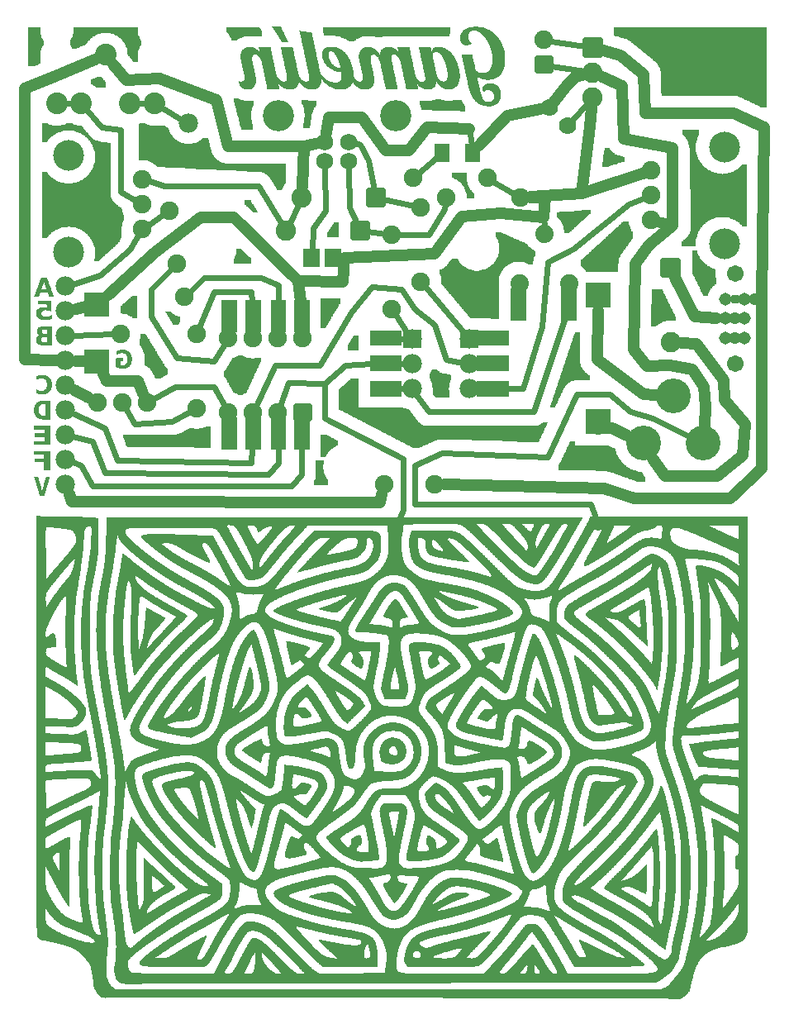
<source format=gbl>
G04 MADE WITH FRITZING*
G04 WWW.FRITZING.ORG*
G04 DOUBLE SIDED*
G04 HOLES PLATED*
G04 CONTOUR ON CENTER OF CONTOUR VECTOR*
%ASAXBY*%
%FSLAX23Y23*%
%MOIN*%
%OFA0B0*%
%SFA1.0B1.0*%
%ADD10C,0.075000*%
%ADD11C,0.074000*%
%ADD12C,0.082000*%
%ADD13C,0.074667*%
%ADD14C,0.074695*%
%ADD15C,0.124033*%
%ADD16C,0.070000*%
%ADD17C,0.140000*%
%ADD18C,0.078000*%
%ADD19C,0.100000*%
%ADD20C,0.068000*%
%ADD21C,0.126000*%
%ADD22C,0.051496*%
%ADD23C,0.067244*%
%ADD24C,0.087695*%
%ADD25C,0.087722*%
%ADD26R,0.062992X0.074803*%
%ADD27R,0.078000X0.078000*%
%ADD28C,0.024000*%
%ADD29C,0.048000*%
%ADD30C,0.032000*%
%ADD31C,0.020000*%
%ADD32R,0.001000X0.001000*%
%LNCOPPER0*%
G90*
G70*
G54D10*
X1826Y2959D03*
X2606Y3937D03*
X2813Y3350D03*
X203Y3304D03*
X2408Y3092D03*
X923Y2612D03*
X2289Y2276D03*
G54D11*
X2256Y2977D03*
X2156Y3177D03*
X2056Y2977D03*
X2256Y2977D03*
X2156Y3177D03*
X2056Y2977D03*
X2256Y2977D03*
X2156Y3177D03*
X2056Y2977D03*
G54D12*
X2350Y3928D03*
X2350Y3828D03*
X2350Y3728D03*
G54D13*
X531Y3398D03*
X531Y3298D03*
G54D14*
X531Y3198D03*
G54D15*
X236Y3492D03*
X236Y3104D03*
G54D13*
X531Y3398D03*
X531Y3298D03*
G54D14*
X531Y3198D03*
G54D15*
X236Y3492D03*
X236Y3104D03*
G54D13*
X2586Y3232D03*
X2586Y3332D03*
G54D14*
X2586Y3432D03*
G54D15*
X2882Y3138D03*
X2882Y3526D03*
G54D13*
X2586Y3232D03*
X2586Y3332D03*
G54D14*
X2586Y3432D03*
G54D15*
X2882Y3138D03*
X2882Y3526D03*
G54D10*
X641Y3269D03*
X673Y3056D03*
G54D16*
X2248Y3615D03*
X2177Y3686D03*
G54D10*
X2153Y3859D03*
X2153Y3959D03*
X552Y2497D03*
X452Y2497D03*
X352Y2497D03*
X552Y2497D03*
X452Y2497D03*
X352Y2497D03*
G54D12*
X2665Y3039D03*
X2665Y2741D03*
G54D10*
X1625Y3403D03*
X1925Y3403D03*
G54D17*
X2555Y2332D03*
X2795Y2332D03*
X2675Y2522D03*
G54D18*
X224Y2966D03*
X224Y2866D03*
X224Y2766D03*
X224Y2666D03*
X224Y2566D03*
X224Y2466D03*
X224Y2366D03*
X224Y2266D03*
X224Y2166D03*
G54D10*
X1508Y2166D03*
X1712Y2166D03*
G54D18*
X720Y3623D03*
G54D19*
X2374Y2928D03*
X2374Y2418D03*
G54D20*
X1269Y3470D03*
X1367Y3470D03*
X1367Y3548D03*
X1269Y3548D03*
G54D21*
X1081Y3655D03*
X1555Y3655D03*
G54D12*
X1412Y3190D03*
X1114Y3190D03*
X1475Y3324D03*
X1177Y3324D03*
G54D10*
X752Y2473D03*
X752Y2773D03*
X704Y2923D03*
X445Y2773D03*
X2060Y3324D03*
X1760Y3324D03*
X1539Y2875D03*
X1539Y3175D03*
X1657Y2985D03*
X1657Y3285D03*
G54D22*
X2964Y2914D03*
X2886Y2914D03*
X2964Y2836D03*
X2886Y2836D03*
X2964Y2757D03*
X2886Y2757D03*
G54D23*
X2925Y2655D03*
X2925Y3017D03*
G54D10*
X1180Y2457D03*
X1180Y2757D03*
X1080Y2457D03*
X1080Y2757D03*
X980Y2457D03*
X980Y2757D03*
X880Y2457D03*
X880Y2757D03*
X1180Y2457D03*
X1180Y2757D03*
X1080Y2457D03*
X1080Y2757D03*
X980Y2457D03*
X980Y2757D03*
X880Y2457D03*
X880Y2757D03*
G54D18*
X1621Y2752D03*
X1621Y2652D03*
X1621Y2552D03*
X1621Y2752D03*
X1621Y2652D03*
X1621Y2552D03*
X1854Y2752D03*
X1854Y2652D03*
X1854Y2552D03*
X1854Y2752D03*
X1854Y2652D03*
X1854Y2552D03*
G54D24*
X386Y3899D03*
G54D25*
X582Y3702D03*
X484Y3702D03*
G54D24*
X287Y3702D03*
G54D25*
X189Y3702D03*
G54D26*
X1866Y3505D03*
X1744Y3505D03*
G54D27*
X1621Y2752D03*
X1621Y2752D03*
X1854Y2752D03*
X1854Y2752D03*
G54D28*
X2154Y3245D02*
X2155Y3208D01*
D02*
X2318Y3933D02*
X2182Y3955D01*
D02*
X2328Y3704D02*
X2265Y3635D01*
D02*
X483Y3114D02*
X364Y3010D01*
D02*
X364Y3010D02*
X253Y2975D01*
D02*
X515Y3170D02*
X483Y3114D01*
G54D29*
D02*
X3034Y2914D02*
X3002Y2914D01*
D02*
X2340Y3609D02*
X2346Y3685D01*
G54D28*
D02*
X2256Y2950D02*
X2256Y2947D01*
D02*
X617Y3253D02*
X558Y3215D01*
D02*
X445Y3347D02*
X504Y3314D01*
D02*
X2495Y3297D02*
X2562Y3323D01*
G54D29*
D02*
X2673Y3209D02*
X2628Y3221D01*
G54D28*
D02*
X2054Y2950D02*
X2054Y2947D01*
D02*
X980Y2784D02*
X980Y2786D01*
D02*
X882Y2784D02*
X882Y2786D01*
G54D29*
D02*
X306Y2882D02*
X265Y2874D01*
G54D28*
D02*
X1179Y2431D02*
X1179Y2428D01*
D02*
X1081Y2431D02*
X1081Y2428D01*
D02*
X980Y2431D02*
X980Y2428D01*
G54D29*
D02*
X317Y2516D02*
X260Y2546D01*
D02*
X265Y2665D02*
X306Y2664D01*
G54D28*
D02*
X823Y2561D02*
X866Y2482D01*
D02*
X665Y2561D02*
X823Y2561D01*
D02*
X577Y2511D02*
X665Y2561D01*
D02*
X1270Y2434D02*
X1587Y2270D01*
D02*
X1587Y2064D02*
X1574Y2032D01*
D02*
X1587Y2270D02*
X1587Y2064D01*
D02*
X1270Y2575D02*
X1270Y2434D01*
D02*
X286Y2244D02*
X334Y2159D01*
D02*
X334Y2159D02*
X1137Y2159D01*
D02*
X1137Y2159D02*
X1176Y2206D01*
D02*
X1176Y2206D02*
X1177Y2312D01*
D02*
X253Y2256D02*
X286Y2244D01*
D02*
X1082Y2253D02*
X1043Y2206D01*
D02*
X1043Y2206D02*
X383Y2214D01*
D02*
X383Y2214D02*
X334Y2340D01*
D02*
X334Y2340D02*
X253Y2359D01*
D02*
X1082Y2312D02*
X1082Y2253D01*
D02*
X971Y2255D02*
X431Y2262D01*
D02*
X431Y2262D02*
X382Y2395D01*
D02*
X382Y2395D02*
X252Y2453D01*
D02*
X976Y2312D02*
X971Y2255D01*
D02*
X2112Y2459D02*
X2236Y2831D01*
D02*
X250Y3702D02*
X226Y3702D01*
D02*
X545Y3702D02*
X522Y3702D01*
G54D30*
D02*
X2932Y2914D02*
X2918Y2914D01*
G54D28*
D02*
X570Y2845D02*
X570Y2953D01*
D02*
X570Y2953D02*
X653Y3036D01*
D02*
X671Y2677D02*
X570Y2845D01*
D02*
X1068Y2647D02*
X992Y2483D01*
D02*
X1835Y2775D02*
X1676Y2963D01*
D02*
X1179Y2786D02*
X1179Y2784D01*
D02*
X1081Y2784D02*
X1081Y2786D01*
G54D29*
D02*
X515Y2584D02*
X537Y2534D01*
D02*
X390Y2584D02*
X515Y2584D01*
D02*
X372Y2620D02*
X390Y2584D01*
G54D28*
D02*
X1271Y3270D02*
X1269Y3445D01*
D02*
X1223Y3199D02*
X1271Y3270D01*
D02*
X1218Y3111D02*
X1223Y3199D01*
D02*
X1349Y3081D02*
X1331Y3080D01*
G54D29*
D02*
X2762Y2842D02*
X2684Y3000D01*
D02*
X2848Y2838D02*
X2762Y2842D01*
G54D28*
D02*
X2035Y3338D02*
X1950Y3388D01*
D02*
X1853Y3599D02*
X1861Y3537D01*
D02*
X1647Y3421D02*
X1718Y3483D01*
D02*
X1412Y3536D02*
X1391Y3542D01*
D02*
X1445Y3473D02*
X1412Y3536D01*
D02*
X1469Y3355D02*
X1445Y3473D01*
D02*
X1506Y3317D02*
X1629Y3291D01*
D02*
X1368Y3284D02*
X1367Y3445D01*
D02*
X1398Y3219D02*
X1368Y3284D01*
D02*
X1444Y3186D02*
X1511Y3178D01*
D02*
X882Y2431D02*
X882Y2428D01*
G54D29*
D02*
X2368Y2670D02*
X2372Y2866D01*
G54D28*
D02*
X1884Y2754D02*
X1889Y2754D01*
D02*
X1884Y2653D02*
X1889Y2653D01*
D02*
X1889Y2552D02*
X1884Y2552D01*
D02*
X1575Y2653D02*
X1591Y2653D01*
D02*
X1591Y2552D02*
X1575Y2552D01*
D02*
X1591Y2754D02*
X1575Y2754D01*
G54D29*
D02*
X59Y2670D02*
X59Y3764D01*
D02*
X183Y2667D02*
X59Y2670D01*
D02*
X175Y3810D02*
X341Y3880D01*
D02*
X59Y3764D02*
X175Y3810D01*
D02*
X2557Y2529D02*
X2603Y2526D01*
D02*
X2368Y2670D02*
X2557Y2529D01*
D02*
X2807Y2481D02*
X2801Y2404D01*
D02*
X2798Y2561D02*
X2807Y2481D01*
D02*
X2751Y2631D02*
X2798Y2561D01*
D02*
X2664Y2647D02*
X2751Y2631D01*
D02*
X2515Y2709D02*
X2568Y2642D01*
D02*
X2568Y2642D02*
X2664Y2647D01*
D02*
X2523Y3056D02*
X2515Y2709D01*
D02*
X2579Y3134D02*
X2523Y3056D01*
D02*
X2673Y3209D02*
X2579Y3134D01*
D02*
X2671Y3522D02*
X2673Y3209D01*
D02*
X2475Y3559D02*
X2671Y3522D01*
D02*
X2468Y3775D02*
X2475Y3559D01*
D02*
X2390Y3810D02*
X2468Y3775D01*
D02*
X2430Y2392D02*
X2490Y2363D01*
D02*
X2305Y3340D02*
X2340Y3609D01*
D02*
X2099Y3327D02*
X2305Y3340D01*
G54D28*
D02*
X2168Y2278D02*
X2286Y2529D01*
D02*
X2594Y2433D02*
X2740Y2359D01*
D02*
X2501Y2459D02*
X2594Y2433D01*
D02*
X2286Y2529D02*
X2420Y2529D01*
D02*
X2420Y2529D02*
X2501Y2459D01*
D02*
X1743Y2292D02*
X2168Y2278D01*
G54D29*
D02*
X249Y2096D02*
X1493Y2095D01*
D02*
X238Y2127D02*
X249Y2096D01*
G54D28*
D02*
X1634Y2245D02*
X1634Y2086D01*
D02*
X2343Y2087D02*
X2363Y2035D01*
D02*
X1634Y2086D02*
X2343Y2087D01*
D02*
X1743Y2292D02*
X1634Y2245D01*
G54D29*
D02*
X2884Y2506D02*
X2965Y2411D01*
D02*
X2879Y2586D02*
X2884Y2506D01*
D02*
X2768Y2733D02*
X2879Y2586D01*
D02*
X2965Y2411D02*
X2957Y2284D01*
D02*
X2708Y2738D02*
X2768Y2733D01*
D02*
X2642Y2199D02*
X2594Y2271D01*
D02*
X2853Y2199D02*
X2642Y2199D01*
D02*
X2957Y2284D02*
X2853Y2199D01*
D02*
X901Y3245D02*
X1162Y2986D01*
D02*
X768Y3245D02*
X901Y3245D01*
D02*
X586Y3103D02*
X768Y3245D01*
D02*
X395Y2931D02*
X586Y3103D01*
G54D28*
D02*
X784Y3000D02*
X725Y2943D01*
D02*
X1012Y3000D02*
X784Y3000D01*
D02*
X1082Y2970D02*
X1012Y3000D01*
D02*
X1082Y2903D02*
X1082Y2970D01*
D02*
X254Y2767D02*
X416Y2772D01*
D02*
X973Y2945D02*
X976Y2903D01*
D02*
X823Y2945D02*
X973Y2945D01*
D02*
X763Y2799D02*
X823Y2945D01*
D02*
X823Y2663D02*
X865Y2733D01*
D02*
X671Y2677D02*
X823Y2663D01*
G54D29*
D02*
X1186Y3529D02*
X1179Y3367D01*
D02*
X1234Y3540D02*
X1186Y3529D01*
G54D28*
D02*
X1753Y3277D02*
X1756Y3296D01*
D02*
X1690Y3173D02*
X1753Y3277D01*
D02*
X1568Y3175D02*
X1690Y3173D01*
D02*
X2112Y2459D02*
X1688Y2459D01*
D02*
X1688Y2459D02*
X1638Y2528D01*
D02*
X2068Y2553D02*
X2008Y2553D01*
D02*
X2145Y2803D02*
X2068Y2553D01*
D02*
X2168Y3062D02*
X2145Y2803D01*
D02*
X2271Y3118D02*
X2168Y3062D01*
D02*
X1604Y2777D02*
X1555Y2851D01*
D02*
X1760Y2670D02*
X1824Y2658D01*
D02*
X1712Y2810D02*
X1760Y2670D01*
D02*
X1634Y2873D02*
X1712Y2810D01*
D02*
X1579Y2955D02*
X1634Y2873D01*
G54D29*
D02*
X2160Y3325D02*
X2154Y3245D01*
D02*
X2099Y3324D02*
X2160Y3325D01*
G54D28*
D02*
X623Y3370D02*
X562Y3389D01*
D02*
X1001Y3370D02*
X623Y3370D01*
D02*
X1097Y3217D02*
X1001Y3370D01*
D02*
X694Y3638D02*
X615Y3683D01*
D02*
X1163Y3295D02*
X1128Y3219D01*
G54D29*
D02*
X2305Y3340D02*
X2561Y3424D01*
D02*
X1979Y3259D02*
X2154Y3245D01*
D02*
X1342Y2984D02*
X1349Y3081D01*
D02*
X1823Y3247D02*
X1979Y3259D01*
D02*
X1712Y3097D02*
X1823Y3247D01*
D02*
X1349Y3081D02*
X1712Y3097D01*
D02*
X1162Y2986D02*
X1342Y2984D01*
D02*
X1171Y2903D02*
X1162Y2986D01*
G54D28*
D02*
X1351Y2647D02*
X1456Y2652D01*
D02*
X1270Y2575D02*
X1351Y2647D01*
D02*
X1123Y2577D02*
X1270Y2575D01*
D02*
X1090Y2484D02*
X1123Y2577D01*
G54D29*
D02*
X2518Y2109D02*
X2397Y2151D01*
D02*
X2397Y2151D02*
X1752Y2166D01*
D02*
X1500Y2128D02*
X1493Y2095D01*
D02*
X2907Y2109D02*
X2518Y2109D01*
D02*
X3034Y2229D02*
X2907Y2109D01*
D02*
X3034Y2914D02*
X3034Y2229D01*
D02*
X3042Y3607D02*
X3034Y2914D01*
D02*
X2918Y3664D02*
X3042Y3607D01*
D02*
X2562Y3664D02*
X2918Y3664D01*
D02*
X2557Y3820D02*
X2562Y3664D01*
D02*
X2462Y3897D02*
X2557Y3820D01*
D02*
X2392Y3917D02*
X2462Y3897D01*
D02*
X2924Y2757D02*
X2926Y2757D01*
D02*
X2924Y2836D02*
X2926Y2836D01*
G54D28*
D02*
X2271Y3118D02*
X2495Y3297D01*
D02*
X1460Y2962D02*
X1579Y2955D01*
D02*
X1375Y2859D02*
X1460Y2962D01*
D02*
X1249Y2647D02*
X1375Y2859D01*
D02*
X1068Y2647D02*
X1249Y2647D01*
G54D29*
D02*
X879Y3529D02*
X831Y3718D01*
D02*
X831Y3718D02*
X601Y3803D01*
D02*
X601Y3803D02*
X468Y3797D01*
D02*
X468Y3797D02*
X416Y3861D01*
D02*
X1186Y3529D02*
X879Y3529D01*
D02*
X1683Y3607D02*
X1853Y3599D01*
D02*
X1608Y3514D02*
X1683Y3607D01*
D02*
X1275Y3583D02*
X1286Y3647D01*
D02*
X1516Y3514D02*
X1608Y3514D01*
D02*
X1420Y3647D02*
X1516Y3514D01*
D02*
X1286Y3647D02*
X1420Y3647D01*
G54D28*
D02*
X311Y3673D02*
X368Y3607D01*
D02*
X445Y3597D02*
X445Y3347D01*
D02*
X368Y3607D02*
X445Y3597D01*
G54D29*
D02*
X2238Y3766D02*
X2193Y3707D01*
D02*
X2319Y3820D02*
X2279Y3810D01*
D02*
X2279Y3810D02*
X2238Y3766D01*
D02*
X2005Y3655D02*
X1892Y3533D01*
D02*
X2140Y3679D02*
X2005Y3655D01*
G54D28*
D02*
X2318Y3833D02*
X2182Y3855D01*
D02*
X466Y2472D02*
X501Y2409D01*
D02*
X501Y2409D02*
X651Y2420D01*
D02*
X651Y2420D02*
X726Y2459D01*
G36*
X1958Y3184D02*
X1958Y3168D01*
X1960Y3168D01*
X1960Y3164D01*
X1962Y3164D01*
X1962Y3160D01*
X1964Y3160D01*
X1964Y3156D01*
X1966Y3156D01*
X1966Y3152D01*
X1968Y3152D01*
X1968Y3146D01*
X1970Y3146D01*
X1970Y3140D01*
X1972Y3140D01*
X1972Y3128D01*
X1974Y3128D01*
X1974Y3108D01*
X1972Y3108D01*
X1972Y3096D01*
X1970Y3096D01*
X1970Y3090D01*
X1968Y3090D01*
X1968Y3084D01*
X1966Y3084D01*
X1966Y3080D01*
X1964Y3080D01*
X1964Y3076D01*
X1962Y3076D01*
X1962Y3072D01*
X1960Y3072D01*
X1960Y3070D01*
X1958Y3070D01*
X1958Y3066D01*
X1956Y3066D01*
X1956Y3064D01*
X2066Y3064D01*
X2066Y3062D01*
X2076Y3062D01*
X2076Y3060D01*
X2082Y3060D01*
X2082Y3058D01*
X2086Y3058D01*
X2086Y3056D01*
X2090Y3056D01*
X2090Y3054D01*
X2110Y3054D01*
X2110Y3068D01*
X2112Y3068D01*
X2112Y3078D01*
X2114Y3078D01*
X2114Y3084D01*
X2116Y3084D01*
X2116Y3088D01*
X2118Y3088D01*
X2118Y3108D01*
X2116Y3108D01*
X2116Y3110D01*
X2112Y3110D01*
X2112Y3112D01*
X2110Y3112D01*
X2110Y3114D01*
X2106Y3114D01*
X2106Y3116D01*
X2104Y3116D01*
X2104Y3118D01*
X2102Y3118D01*
X2102Y3120D01*
X2098Y3120D01*
X2098Y3122D01*
X2096Y3122D01*
X2096Y3124D01*
X2094Y3124D01*
X2094Y3126D01*
X2092Y3126D01*
X2092Y3128D01*
X2090Y3128D01*
X2090Y3132D01*
X2088Y3132D01*
X2088Y3134D01*
X2086Y3134D01*
X2086Y3136D01*
X2084Y3136D01*
X2084Y3138D01*
X2080Y3138D01*
X2080Y3140D01*
X2076Y3140D01*
X2076Y3142D01*
X2070Y3142D01*
X2070Y3144D01*
X2066Y3144D01*
X2066Y3146D01*
X2062Y3146D01*
X2062Y3148D01*
X2056Y3148D01*
X2056Y3150D01*
X2052Y3150D01*
X2052Y3152D01*
X2048Y3152D01*
X2048Y3154D01*
X2044Y3154D01*
X2044Y3156D01*
X2038Y3156D01*
X2038Y3158D01*
X2034Y3158D01*
X2034Y3160D01*
X2030Y3160D01*
X2030Y3162D01*
X2026Y3162D01*
X2026Y3164D01*
X2020Y3164D01*
X2020Y3166D01*
X2016Y3166D01*
X2016Y3168D01*
X2012Y3168D01*
X2012Y3170D01*
X2006Y3170D01*
X2006Y3172D01*
X2002Y3172D01*
X2002Y3174D01*
X1998Y3174D01*
X1998Y3176D01*
X1994Y3176D01*
X1994Y3178D01*
X1988Y3178D01*
X1988Y3180D01*
X1984Y3180D01*
X1984Y3182D01*
X1980Y3182D01*
X1980Y3184D01*
X1958Y3184D01*
G37*
D02*
G36*
X1782Y3078D02*
X1782Y3074D01*
X1780Y3074D01*
X1780Y3072D01*
X1778Y3072D01*
X1778Y3070D01*
X1776Y3070D01*
X1776Y3066D01*
X1774Y3066D01*
X1774Y3064D01*
X1772Y3064D01*
X1772Y3062D01*
X1770Y3062D01*
X1770Y3058D01*
X1768Y3058D01*
X1768Y3056D01*
X1766Y3056D01*
X1766Y3054D01*
X1764Y3054D01*
X1764Y3050D01*
X1762Y3050D01*
X1762Y3048D01*
X1760Y3048D01*
X1760Y3046D01*
X1756Y3046D01*
X1756Y3044D01*
X1754Y3044D01*
X1754Y3042D01*
X1752Y3042D01*
X1752Y3040D01*
X1748Y3040D01*
X1748Y3038D01*
X1746Y3038D01*
X1746Y3036D01*
X1742Y3036D01*
X1742Y3034D01*
X1736Y3034D01*
X1736Y3032D01*
X1734Y3032D01*
X1734Y3028D01*
X1874Y3028D01*
X1874Y3030D01*
X1862Y3030D01*
X1862Y3032D01*
X1856Y3032D01*
X1856Y3034D01*
X1850Y3034D01*
X1850Y3036D01*
X1846Y3036D01*
X1846Y3038D01*
X1842Y3038D01*
X1842Y3040D01*
X1838Y3040D01*
X1838Y3042D01*
X1836Y3042D01*
X1836Y3044D01*
X1832Y3044D01*
X1832Y3046D01*
X1830Y3046D01*
X1830Y3048D01*
X1826Y3048D01*
X1826Y3050D01*
X1824Y3050D01*
X1824Y3052D01*
X1822Y3052D01*
X1822Y3054D01*
X1820Y3054D01*
X1820Y3056D01*
X1818Y3056D01*
X1818Y3058D01*
X1816Y3058D01*
X1816Y3060D01*
X1814Y3060D01*
X1814Y3064D01*
X1812Y3064D01*
X1812Y3066D01*
X1810Y3066D01*
X1810Y3068D01*
X1808Y3068D01*
X1808Y3072D01*
X1806Y3072D01*
X1806Y3076D01*
X1804Y3076D01*
X1804Y3078D01*
X1782Y3078D01*
G37*
D02*
G36*
X1954Y3064D02*
X1954Y3062D01*
X1952Y3062D01*
X1952Y3058D01*
X1950Y3058D01*
X1950Y3056D01*
X1948Y3056D01*
X1948Y3054D01*
X1946Y3054D01*
X1946Y3052D01*
X1944Y3052D01*
X1944Y3050D01*
X1940Y3050D01*
X1940Y3048D01*
X1938Y3048D01*
X1938Y3046D01*
X1936Y3046D01*
X1936Y3044D01*
X1932Y3044D01*
X1932Y3042D01*
X1930Y3042D01*
X1930Y3040D01*
X1926Y3040D01*
X1926Y3038D01*
X1922Y3038D01*
X1922Y3036D01*
X1918Y3036D01*
X1918Y3034D01*
X1912Y3034D01*
X1912Y3032D01*
X1904Y3032D01*
X1904Y3030D01*
X1894Y3030D01*
X1894Y3028D01*
X1986Y3028D01*
X1986Y3030D01*
X1988Y3030D01*
X1988Y3032D01*
X1990Y3032D01*
X1990Y3036D01*
X1992Y3036D01*
X1992Y3038D01*
X1994Y3038D01*
X1994Y3040D01*
X1996Y3040D01*
X1996Y3042D01*
X1998Y3042D01*
X1998Y3044D01*
X2000Y3044D01*
X2000Y3046D01*
X2004Y3046D01*
X2004Y3048D01*
X2006Y3048D01*
X2006Y3050D01*
X2008Y3050D01*
X2008Y3052D01*
X2012Y3052D01*
X2012Y3054D01*
X2016Y3054D01*
X2016Y3056D01*
X2020Y3056D01*
X2020Y3058D01*
X2024Y3058D01*
X2024Y3060D01*
X2030Y3060D01*
X2030Y3062D01*
X2040Y3062D01*
X2040Y3064D01*
X1954Y3064D01*
G37*
D02*
G36*
X1734Y3028D02*
X1734Y3026D01*
X1984Y3026D01*
X1984Y3028D01*
X1734Y3028D01*
G37*
D02*
G36*
X1734Y3028D02*
X1734Y3026D01*
X1984Y3026D01*
X1984Y3028D01*
X1734Y3028D01*
G37*
D02*
G36*
X1734Y3026D02*
X1734Y3012D01*
X1736Y3012D01*
X1736Y3006D01*
X1738Y3006D01*
X1738Y2996D01*
X1740Y2996D01*
X1740Y2974D01*
X1742Y2974D01*
X1742Y2972D01*
X1744Y2972D01*
X1744Y2970D01*
X1746Y2970D01*
X1746Y2968D01*
X1748Y2968D01*
X1748Y2964D01*
X1750Y2964D01*
X1750Y2962D01*
X1752Y2962D01*
X1752Y2960D01*
X1754Y2960D01*
X1754Y2958D01*
X1756Y2958D01*
X1756Y2956D01*
X1758Y2956D01*
X1758Y2954D01*
X1760Y2954D01*
X1760Y2950D01*
X1762Y2950D01*
X1762Y2948D01*
X1764Y2948D01*
X1764Y2946D01*
X1766Y2946D01*
X1766Y2944D01*
X1768Y2944D01*
X1768Y2942D01*
X1770Y2942D01*
X1770Y2938D01*
X1772Y2938D01*
X1772Y2936D01*
X1774Y2936D01*
X1774Y2934D01*
X1776Y2934D01*
X1776Y2932D01*
X1778Y2932D01*
X1778Y2930D01*
X1780Y2930D01*
X1780Y2928D01*
X1782Y2928D01*
X1782Y2924D01*
X1784Y2924D01*
X1784Y2922D01*
X1786Y2922D01*
X1786Y2920D01*
X1788Y2920D01*
X1788Y2918D01*
X1790Y2918D01*
X1790Y2916D01*
X1792Y2916D01*
X1792Y2912D01*
X1794Y2912D01*
X1794Y2910D01*
X1796Y2910D01*
X1796Y2908D01*
X1798Y2908D01*
X1798Y2906D01*
X1800Y2906D01*
X1800Y2904D01*
X1802Y2904D01*
X1802Y2902D01*
X1804Y2902D01*
X1804Y2898D01*
X1806Y2898D01*
X1806Y2896D01*
X1808Y2896D01*
X1808Y2894D01*
X1810Y2894D01*
X1810Y2892D01*
X1812Y2892D01*
X1812Y2890D01*
X1814Y2890D01*
X1814Y2886D01*
X1816Y2886D01*
X1816Y2884D01*
X1818Y2884D01*
X1818Y2882D01*
X1820Y2882D01*
X1820Y2880D01*
X1822Y2880D01*
X1822Y2878D01*
X1824Y2878D01*
X1824Y2874D01*
X1826Y2874D01*
X1826Y2872D01*
X1828Y2872D01*
X1828Y2870D01*
X1830Y2870D01*
X1830Y2868D01*
X1832Y2868D01*
X1832Y2866D01*
X1834Y2866D01*
X1834Y2864D01*
X1836Y2864D01*
X1836Y2860D01*
X1838Y2860D01*
X1838Y2858D01*
X1840Y2858D01*
X1840Y2856D01*
X1842Y2856D01*
X1842Y2854D01*
X1844Y2854D01*
X1844Y2852D01*
X1846Y2852D01*
X1846Y2848D01*
X1848Y2848D01*
X1848Y2846D01*
X1850Y2846D01*
X1850Y2844D01*
X1852Y2844D01*
X1852Y2842D01*
X1854Y2842D01*
X1854Y2840D01*
X1856Y2840D01*
X1856Y2838D01*
X1858Y2838D01*
X1858Y2836D01*
X1938Y2836D01*
X1938Y2834D01*
X1974Y2834D01*
X1974Y2966D01*
X1972Y2966D01*
X1972Y2998D01*
X1974Y2998D01*
X1974Y3006D01*
X1976Y3006D01*
X1976Y3012D01*
X1978Y3012D01*
X1978Y3016D01*
X1980Y3016D01*
X1980Y3020D01*
X1982Y3020D01*
X1982Y3024D01*
X1984Y3024D01*
X1984Y3026D01*
X1734Y3026D01*
G37*
D02*
G36*
X2278Y2780D02*
X2278Y2774D01*
X2276Y2774D01*
X2276Y2768D01*
X2274Y2768D01*
X2274Y2762D01*
X2272Y2762D01*
X2272Y2756D01*
X2270Y2756D01*
X2270Y2750D01*
X2268Y2750D01*
X2268Y2744D01*
X2266Y2744D01*
X2266Y2738D01*
X2264Y2738D01*
X2264Y2732D01*
X2262Y2732D01*
X2262Y2726D01*
X2260Y2726D01*
X2260Y2720D01*
X2258Y2720D01*
X2258Y2714D01*
X2256Y2714D01*
X2256Y2708D01*
X2254Y2708D01*
X2254Y2702D01*
X2252Y2702D01*
X2252Y2696D01*
X2250Y2696D01*
X2250Y2690D01*
X2248Y2690D01*
X2248Y2684D01*
X2246Y2684D01*
X2246Y2678D01*
X2244Y2678D01*
X2244Y2672D01*
X2242Y2672D01*
X2242Y2666D01*
X2240Y2666D01*
X2240Y2660D01*
X2238Y2660D01*
X2238Y2654D01*
X2236Y2654D01*
X2236Y2648D01*
X2234Y2648D01*
X2234Y2642D01*
X2232Y2642D01*
X2232Y2636D01*
X2230Y2636D01*
X2230Y2630D01*
X2228Y2630D01*
X2228Y2624D01*
X2226Y2624D01*
X2226Y2618D01*
X2224Y2618D01*
X2224Y2612D01*
X2222Y2612D01*
X2222Y2606D01*
X2220Y2606D01*
X2220Y2600D01*
X2218Y2600D01*
X2218Y2594D01*
X2216Y2594D01*
X2216Y2588D01*
X2214Y2588D01*
X2214Y2582D01*
X2212Y2582D01*
X2212Y2576D01*
X2210Y2576D01*
X2210Y2570D01*
X2208Y2570D01*
X2208Y2564D01*
X2206Y2564D01*
X2206Y2558D01*
X2204Y2558D01*
X2204Y2552D01*
X2202Y2552D01*
X2202Y2546D01*
X2200Y2546D01*
X2200Y2540D01*
X2198Y2540D01*
X2198Y2534D01*
X2196Y2534D01*
X2196Y2528D01*
X2194Y2528D01*
X2194Y2522D01*
X2192Y2522D01*
X2192Y2516D01*
X2190Y2516D01*
X2190Y2510D01*
X2188Y2510D01*
X2188Y2504D01*
X2186Y2504D01*
X2186Y2498D01*
X2184Y2498D01*
X2184Y2492D01*
X2182Y2492D01*
X2182Y2486D01*
X2180Y2486D01*
X2180Y2478D01*
X2200Y2478D01*
X2200Y2482D01*
X2202Y2482D01*
X2202Y2486D01*
X2204Y2486D01*
X2204Y2490D01*
X2206Y2490D01*
X2206Y2494D01*
X2208Y2494D01*
X2208Y2498D01*
X2210Y2498D01*
X2210Y2504D01*
X2212Y2504D01*
X2212Y2508D01*
X2214Y2508D01*
X2214Y2512D01*
X2216Y2512D01*
X2216Y2516D01*
X2218Y2516D01*
X2218Y2520D01*
X2220Y2520D01*
X2220Y2524D01*
X2222Y2524D01*
X2222Y2528D01*
X2224Y2528D01*
X2224Y2532D01*
X2226Y2532D01*
X2226Y2538D01*
X2228Y2538D01*
X2228Y2542D01*
X2230Y2542D01*
X2230Y2546D01*
X2232Y2546D01*
X2232Y2550D01*
X2234Y2550D01*
X2234Y2554D01*
X2236Y2554D01*
X2236Y2558D01*
X2238Y2558D01*
X2238Y2560D01*
X2240Y2560D01*
X2240Y2564D01*
X2242Y2564D01*
X2242Y2566D01*
X2244Y2566D01*
X2244Y2568D01*
X2246Y2568D01*
X2246Y2570D01*
X2248Y2570D01*
X2248Y2572D01*
X2250Y2572D01*
X2250Y2574D01*
X2252Y2574D01*
X2252Y2576D01*
X2256Y2576D01*
X2256Y2578D01*
X2258Y2578D01*
X2258Y2580D01*
X2264Y2580D01*
X2264Y2582D01*
X2268Y2582D01*
X2268Y2584D01*
X2276Y2584D01*
X2276Y2586D01*
X2340Y2586D01*
X2340Y2606D01*
X2336Y2606D01*
X2336Y2608D01*
X2334Y2608D01*
X2334Y2610D01*
X2330Y2610D01*
X2330Y2612D01*
X2328Y2612D01*
X2328Y2614D01*
X2326Y2614D01*
X2326Y2616D01*
X2324Y2616D01*
X2324Y2618D01*
X2320Y2618D01*
X2320Y2620D01*
X2318Y2620D01*
X2318Y2622D01*
X2316Y2622D01*
X2316Y2626D01*
X2314Y2626D01*
X2314Y2628D01*
X2312Y2628D01*
X2312Y2630D01*
X2310Y2630D01*
X2310Y2634D01*
X2308Y2634D01*
X2308Y2636D01*
X2306Y2636D01*
X2306Y2640D01*
X2304Y2640D01*
X2304Y2646D01*
X2302Y2646D01*
X2302Y2652D01*
X2300Y2652D01*
X2300Y2664D01*
X2298Y2664D01*
X2298Y2684D01*
X2300Y2684D01*
X2300Y2780D01*
X2278Y2780D01*
G37*
D02*
G36*
X2398Y3522D02*
X2398Y3514D01*
X2396Y3514D01*
X2396Y3498D01*
X2394Y3498D01*
X2394Y3482D01*
X2392Y3482D01*
X2392Y3468D01*
X2390Y3468D01*
X2390Y3446D01*
X2410Y3446D01*
X2410Y3448D01*
X2416Y3448D01*
X2416Y3450D01*
X2422Y3450D01*
X2422Y3452D01*
X2428Y3452D01*
X2428Y3454D01*
X2434Y3454D01*
X2434Y3456D01*
X2440Y3456D01*
X2440Y3458D01*
X2448Y3458D01*
X2448Y3460D01*
X2454Y3460D01*
X2454Y3462D01*
X2460Y3462D01*
X2460Y3464D01*
X2466Y3464D01*
X2466Y3466D01*
X2472Y3466D01*
X2472Y3468D01*
X2478Y3468D01*
X2478Y3488D01*
X2472Y3488D01*
X2472Y3490D01*
X2462Y3490D01*
X2462Y3492D01*
X2454Y3492D01*
X2454Y3494D01*
X2448Y3494D01*
X2448Y3496D01*
X2444Y3496D01*
X2444Y3498D01*
X2440Y3498D01*
X2440Y3500D01*
X2438Y3500D01*
X2438Y3502D01*
X2434Y3502D01*
X2434Y3504D01*
X2432Y3504D01*
X2432Y3506D01*
X2430Y3506D01*
X2430Y3508D01*
X2428Y3508D01*
X2428Y3510D01*
X2426Y3510D01*
X2426Y3512D01*
X2424Y3512D01*
X2424Y3514D01*
X2422Y3514D01*
X2422Y3516D01*
X2420Y3516D01*
X2420Y3518D01*
X2418Y3518D01*
X2418Y3522D01*
X2398Y3522D01*
G37*
D02*
G36*
X2435Y4010D02*
X2435Y3976D01*
X2439Y3976D01*
X2439Y3974D01*
X2447Y3974D01*
X2447Y3972D01*
X2455Y3972D01*
X2455Y3970D01*
X2461Y3970D01*
X2461Y3968D01*
X2469Y3968D01*
X2469Y3966D01*
X2477Y3966D01*
X2477Y3964D01*
X2483Y3964D01*
X2483Y3962D01*
X2489Y3962D01*
X2489Y3960D01*
X2493Y3960D01*
X2493Y3958D01*
X2497Y3958D01*
X2497Y3956D01*
X2499Y3956D01*
X2499Y3954D01*
X2503Y3954D01*
X2503Y3952D01*
X2505Y3952D01*
X2505Y3950D01*
X2507Y3950D01*
X2507Y3948D01*
X2511Y3948D01*
X2511Y3946D01*
X2513Y3946D01*
X2513Y3944D01*
X2515Y3944D01*
X2515Y3942D01*
X2517Y3942D01*
X2517Y3940D01*
X2519Y3940D01*
X2519Y3938D01*
X2523Y3938D01*
X2523Y3936D01*
X2525Y3936D01*
X2525Y3934D01*
X2527Y3934D01*
X2527Y3932D01*
X2529Y3932D01*
X2529Y3930D01*
X2533Y3930D01*
X2533Y3928D01*
X2535Y3928D01*
X2535Y3926D01*
X2537Y3926D01*
X2537Y3924D01*
X2539Y3924D01*
X2539Y3922D01*
X2541Y3922D01*
X2541Y3920D01*
X2545Y3920D01*
X2545Y3918D01*
X2547Y3918D01*
X2547Y3916D01*
X2549Y3916D01*
X2549Y3914D01*
X2551Y3914D01*
X2551Y3912D01*
X2553Y3912D01*
X2553Y3910D01*
X2557Y3910D01*
X2557Y3908D01*
X2559Y3908D01*
X2559Y3906D01*
X2561Y3906D01*
X2561Y3904D01*
X2563Y3904D01*
X2563Y3902D01*
X2567Y3902D01*
X2567Y3900D01*
X2569Y3900D01*
X2569Y3898D01*
X2571Y3898D01*
X2571Y3896D01*
X2573Y3896D01*
X2573Y3894D01*
X2575Y3894D01*
X2575Y3892D01*
X2579Y3892D01*
X2579Y3890D01*
X2581Y3890D01*
X2581Y3888D01*
X2583Y3888D01*
X2583Y3886D01*
X2585Y3886D01*
X2585Y3884D01*
X2587Y3884D01*
X2587Y3882D01*
X2591Y3882D01*
X2591Y3880D01*
X2593Y3880D01*
X2593Y3878D01*
X2595Y3878D01*
X2595Y3876D01*
X2597Y3876D01*
X2597Y3874D01*
X2601Y3874D01*
X2601Y3872D01*
X2603Y3872D01*
X2603Y3870D01*
X2605Y3870D01*
X2605Y3868D01*
X2607Y3868D01*
X2607Y3866D01*
X2609Y3866D01*
X2609Y3862D01*
X2611Y3862D01*
X2611Y3860D01*
X2613Y3860D01*
X2613Y3858D01*
X2615Y3858D01*
X2615Y3854D01*
X2617Y3854D01*
X2617Y3850D01*
X2619Y3850D01*
X2619Y3846D01*
X2621Y3846D01*
X2621Y3840D01*
X2623Y3840D01*
X2623Y3832D01*
X2625Y3832D01*
X2625Y3800D01*
X2627Y3800D01*
X2627Y3744D01*
X2629Y3744D01*
X2629Y3734D01*
X2921Y3734D01*
X2921Y3732D01*
X2935Y3732D01*
X2935Y3730D01*
X2941Y3730D01*
X2941Y3728D01*
X2945Y3728D01*
X2945Y3726D01*
X2951Y3726D01*
X2951Y3724D01*
X2955Y3724D01*
X2955Y3722D01*
X2959Y3722D01*
X2959Y3720D01*
X2963Y3720D01*
X2963Y3718D01*
X2967Y3718D01*
X2967Y3716D01*
X2971Y3716D01*
X2971Y3714D01*
X2977Y3714D01*
X2977Y3712D01*
X2981Y3712D01*
X2981Y3710D01*
X2985Y3710D01*
X2985Y3708D01*
X2989Y3708D01*
X2989Y3706D01*
X2993Y3706D01*
X2993Y3704D01*
X2997Y3704D01*
X2997Y3702D01*
X3003Y3702D01*
X3003Y3700D01*
X3007Y3700D01*
X3007Y3698D01*
X3011Y3698D01*
X3011Y3696D01*
X3015Y3696D01*
X3015Y3694D01*
X3019Y3694D01*
X3019Y3692D01*
X3023Y3692D01*
X3023Y3690D01*
X3027Y3690D01*
X3027Y3688D01*
X3033Y3688D01*
X3033Y3686D01*
X3053Y3686D01*
X3053Y4010D01*
X2435Y4010D01*
G37*
D02*
G36*
X73Y4010D02*
X73Y3852D01*
X95Y3852D01*
X95Y3854D01*
X101Y3854D01*
X101Y3856D01*
X105Y3856D01*
X105Y3858D01*
X111Y3858D01*
X111Y3860D01*
X115Y3860D01*
X115Y3862D01*
X121Y3862D01*
X121Y3864D01*
X123Y3864D01*
X123Y3890D01*
X121Y3890D01*
X121Y3906D01*
X123Y3906D01*
X123Y3916D01*
X125Y3916D01*
X125Y3922D01*
X127Y3922D01*
X127Y3928D01*
X129Y3928D01*
X129Y3932D01*
X131Y3932D01*
X131Y3934D01*
X133Y3934D01*
X133Y3938D01*
X135Y3938D01*
X135Y3958D01*
X133Y3958D01*
X133Y3962D01*
X131Y3962D01*
X131Y3964D01*
X129Y3964D01*
X129Y3968D01*
X127Y3968D01*
X127Y3972D01*
X125Y3972D01*
X125Y3980D01*
X123Y3980D01*
X123Y3988D01*
X121Y3988D01*
X121Y4010D01*
X73Y4010D01*
G37*
D02*
G36*
X255Y4010D02*
X255Y3988D01*
X395Y3988D01*
X395Y3986D01*
X405Y3986D01*
X405Y3984D01*
X413Y3984D01*
X413Y3982D01*
X419Y3982D01*
X419Y3980D01*
X423Y3980D01*
X423Y3978D01*
X427Y3978D01*
X427Y3976D01*
X431Y3976D01*
X431Y3974D01*
X433Y3974D01*
X433Y3972D01*
X437Y3972D01*
X437Y3970D01*
X439Y3970D01*
X439Y3968D01*
X441Y3968D01*
X441Y3966D01*
X445Y3966D01*
X445Y3964D01*
X447Y3964D01*
X447Y3962D01*
X449Y3962D01*
X449Y3960D01*
X451Y3960D01*
X451Y3958D01*
X453Y3958D01*
X453Y3954D01*
X455Y3954D01*
X455Y3952D01*
X457Y3952D01*
X457Y3950D01*
X459Y3950D01*
X459Y3946D01*
X461Y3946D01*
X461Y3944D01*
X463Y3944D01*
X463Y3940D01*
X465Y3940D01*
X465Y3936D01*
X467Y3936D01*
X467Y3930D01*
X469Y3930D01*
X469Y3926D01*
X471Y3926D01*
X471Y3918D01*
X473Y3918D01*
X473Y3900D01*
X475Y3900D01*
X475Y3896D01*
X477Y3896D01*
X477Y3894D01*
X479Y3894D01*
X479Y3892D01*
X481Y3892D01*
X481Y3888D01*
X483Y3888D01*
X483Y3886D01*
X485Y3886D01*
X485Y3884D01*
X487Y3884D01*
X487Y3882D01*
X489Y3882D01*
X489Y3880D01*
X491Y3880D01*
X491Y3876D01*
X493Y3876D01*
X493Y3874D01*
X495Y3874D01*
X495Y3872D01*
X497Y3872D01*
X497Y3870D01*
X517Y3870D01*
X517Y3888D01*
X515Y3888D01*
X515Y3910D01*
X517Y3910D01*
X517Y3918D01*
X519Y3918D01*
X519Y3924D01*
X521Y3924D01*
X521Y3928D01*
X523Y3928D01*
X523Y3932D01*
X525Y3932D01*
X525Y3934D01*
X527Y3934D01*
X527Y3938D01*
X529Y3938D01*
X529Y3958D01*
X527Y3958D01*
X527Y3960D01*
X525Y3960D01*
X525Y3964D01*
X523Y3964D01*
X523Y3968D01*
X521Y3968D01*
X521Y3972D01*
X519Y3972D01*
X519Y3978D01*
X517Y3978D01*
X517Y3986D01*
X515Y3986D01*
X515Y4010D01*
X255Y4010D01*
G37*
D02*
G36*
X255Y3988D02*
X255Y3984D01*
X253Y3984D01*
X253Y3976D01*
X251Y3976D01*
X251Y3970D01*
X249Y3970D01*
X249Y3966D01*
X247Y3966D01*
X247Y3964D01*
X245Y3964D01*
X245Y3960D01*
X243Y3960D01*
X243Y3958D01*
X241Y3958D01*
X241Y3938D01*
X243Y3938D01*
X243Y3936D01*
X245Y3936D01*
X245Y3932D01*
X247Y3932D01*
X247Y3930D01*
X249Y3930D01*
X249Y3924D01*
X269Y3924D01*
X269Y3926D01*
X275Y3926D01*
X275Y3928D01*
X279Y3928D01*
X279Y3930D01*
X283Y3930D01*
X283Y3932D01*
X289Y3932D01*
X289Y3934D01*
X293Y3934D01*
X293Y3936D01*
X299Y3936D01*
X299Y3938D01*
X303Y3938D01*
X303Y3940D01*
X307Y3940D01*
X307Y3942D01*
X309Y3942D01*
X309Y3946D01*
X311Y3946D01*
X311Y3948D01*
X313Y3948D01*
X313Y3952D01*
X315Y3952D01*
X315Y3954D01*
X317Y3954D01*
X317Y3956D01*
X319Y3956D01*
X319Y3958D01*
X321Y3958D01*
X321Y3962D01*
X325Y3962D01*
X325Y3964D01*
X327Y3964D01*
X327Y3966D01*
X329Y3966D01*
X329Y3968D01*
X331Y3968D01*
X331Y3970D01*
X333Y3970D01*
X333Y3972D01*
X337Y3972D01*
X337Y3974D01*
X341Y3974D01*
X341Y3976D01*
X343Y3976D01*
X343Y3978D01*
X347Y3978D01*
X347Y3980D01*
X351Y3980D01*
X351Y3982D01*
X357Y3982D01*
X357Y3984D01*
X365Y3984D01*
X365Y3986D01*
X377Y3986D01*
X377Y3988D01*
X255Y3988D01*
G37*
D02*
G36*
X873Y4010D02*
X873Y3990D01*
X875Y3990D01*
X875Y3988D01*
X877Y3988D01*
X877Y3986D01*
X879Y3986D01*
X879Y3982D01*
X881Y3982D01*
X881Y3980D01*
X883Y3980D01*
X883Y3976D01*
X885Y3976D01*
X885Y3974D01*
X887Y3974D01*
X887Y3970D01*
X889Y3970D01*
X889Y3966D01*
X891Y3966D01*
X891Y3962D01*
X893Y3962D01*
X893Y3958D01*
X895Y3958D01*
X895Y3956D01*
X915Y3956D01*
X915Y3958D01*
X917Y3958D01*
X917Y3960D01*
X919Y3960D01*
X919Y3962D01*
X923Y3962D01*
X923Y3964D01*
X927Y3964D01*
X927Y3966D01*
X931Y3966D01*
X931Y3968D01*
X935Y3968D01*
X935Y3970D01*
X943Y3970D01*
X943Y3972D01*
X947Y3972D01*
X947Y3974D01*
X1017Y3974D01*
X1017Y3994D01*
X1015Y3994D01*
X1015Y3996D01*
X1013Y3996D01*
X1013Y4000D01*
X1011Y4000D01*
X1011Y4002D01*
X1009Y4002D01*
X1009Y4006D01*
X1007Y4006D01*
X1007Y4008D01*
X1005Y4008D01*
X1005Y4010D01*
X873Y4010D01*
G37*
D02*
G36*
X1263Y4010D02*
X1263Y3986D01*
X1265Y3986D01*
X1265Y3978D01*
X1267Y3978D01*
X1267Y3976D01*
X1313Y3976D01*
X1313Y3974D01*
X1749Y3974D01*
X1749Y3972D01*
X1773Y3972D01*
X1773Y3984D01*
X1775Y3984D01*
X1775Y4010D01*
X1263Y4010D01*
G37*
D02*
G36*
X1323Y3974D02*
X1323Y3972D01*
X1331Y3972D01*
X1331Y3970D01*
X1337Y3970D01*
X1337Y3968D01*
X1343Y3968D01*
X1343Y3966D01*
X1347Y3966D01*
X1347Y3964D01*
X1351Y3964D01*
X1351Y3962D01*
X1355Y3962D01*
X1355Y3960D01*
X1359Y3960D01*
X1359Y3958D01*
X1361Y3958D01*
X1361Y3956D01*
X1365Y3956D01*
X1365Y3954D01*
X1367Y3954D01*
X1367Y3952D01*
X1387Y3952D01*
X1387Y3954D01*
X1389Y3954D01*
X1389Y3956D01*
X1393Y3956D01*
X1393Y3958D01*
X1395Y3958D01*
X1395Y3960D01*
X1397Y3960D01*
X1397Y3962D01*
X1401Y3962D01*
X1401Y3964D01*
X1405Y3964D01*
X1405Y3966D01*
X1409Y3966D01*
X1409Y3968D01*
X1413Y3968D01*
X1413Y3970D01*
X1419Y3970D01*
X1419Y3972D01*
X1429Y3972D01*
X1429Y3974D01*
X1323Y3974D01*
G37*
D02*
G36*
X1461Y3974D02*
X1461Y3972D01*
X1471Y3972D01*
X1471Y3970D01*
X1501Y3970D01*
X1501Y3972D01*
X1507Y3972D01*
X1507Y3974D01*
X1461Y3974D01*
G37*
D02*
G36*
X349Y3810D02*
X349Y3808D01*
X345Y3808D01*
X345Y3806D01*
X341Y3806D01*
X341Y3804D01*
X335Y3804D01*
X335Y3802D01*
X331Y3802D01*
X331Y3800D01*
X327Y3800D01*
X327Y3780D01*
X331Y3780D01*
X331Y3778D01*
X335Y3778D01*
X335Y3776D01*
X337Y3776D01*
X337Y3774D01*
X339Y3774D01*
X339Y3772D01*
X343Y3772D01*
X343Y3770D01*
X345Y3770D01*
X345Y3768D01*
X347Y3768D01*
X347Y3766D01*
X369Y3766D01*
X369Y3768D01*
X387Y3768D01*
X387Y3788D01*
X385Y3788D01*
X385Y3790D01*
X383Y3790D01*
X383Y3794D01*
X381Y3794D01*
X381Y3796D01*
X379Y3796D01*
X379Y3798D01*
X377Y3798D01*
X377Y3800D01*
X375Y3800D01*
X375Y3802D01*
X373Y3802D01*
X373Y3806D01*
X371Y3806D01*
X371Y3808D01*
X369Y3808D01*
X369Y3810D01*
X349Y3810D01*
G37*
D02*
G36*
X901Y3722D02*
X901Y3716D01*
X903Y3716D01*
X903Y3708D01*
X905Y3708D01*
X905Y3700D01*
X907Y3700D01*
X907Y3692D01*
X909Y3692D01*
X909Y3684D01*
X911Y3684D01*
X911Y3676D01*
X913Y3676D01*
X913Y3668D01*
X915Y3668D01*
X915Y3662D01*
X917Y3662D01*
X917Y3654D01*
X919Y3654D01*
X919Y3646D01*
X921Y3646D01*
X921Y3638D01*
X923Y3638D01*
X923Y3630D01*
X925Y3630D01*
X925Y3622D01*
X927Y3622D01*
X927Y3614D01*
X929Y3614D01*
X929Y3606D01*
X931Y3606D01*
X931Y3598D01*
X979Y3598D01*
X979Y3620D01*
X977Y3620D01*
X977Y3628D01*
X975Y3628D01*
X975Y3638D01*
X973Y3638D01*
X973Y3672D01*
X975Y3672D01*
X975Y3682D01*
X977Y3682D01*
X977Y3688D01*
X979Y3688D01*
X979Y3694D01*
X981Y3694D01*
X981Y3714D01*
X943Y3714D01*
X943Y3716D01*
X935Y3716D01*
X935Y3718D01*
X929Y3718D01*
X929Y3720D01*
X923Y3720D01*
X923Y3722D01*
X901Y3722D01*
G37*
D02*
G36*
X1717Y3720D02*
X1717Y3718D01*
X1739Y3718D01*
X1739Y3720D01*
X1717Y3720D01*
G37*
D02*
G36*
X1711Y3718D02*
X1711Y3716D01*
X1703Y3716D01*
X1703Y3714D01*
X1753Y3714D01*
X1753Y3716D01*
X1745Y3716D01*
X1745Y3718D01*
X1711Y3718D01*
G37*
D02*
G36*
X1795Y3718D02*
X1795Y3716D01*
X1787Y3716D01*
X1787Y3714D01*
X1821Y3714D01*
X1821Y3718D01*
X1795Y3718D01*
G37*
D02*
G36*
X1653Y3714D02*
X1653Y3712D01*
X1823Y3712D01*
X1823Y3714D01*
X1653Y3714D01*
G37*
D02*
G36*
X1653Y3714D02*
X1653Y3712D01*
X1823Y3712D01*
X1823Y3714D01*
X1653Y3714D01*
G37*
D02*
G36*
X1653Y3712D02*
X1653Y3696D01*
X1655Y3696D01*
X1655Y3692D01*
X1657Y3692D01*
X1657Y3686D01*
X1659Y3686D01*
X1659Y3678D01*
X1661Y3678D01*
X1661Y3676D01*
X1703Y3676D01*
X1703Y3674D01*
X1761Y3674D01*
X1761Y3672D01*
X1817Y3672D01*
X1817Y3670D01*
X1837Y3670D01*
X1837Y3690D01*
X1835Y3690D01*
X1835Y3694D01*
X1833Y3694D01*
X1833Y3696D01*
X1831Y3696D01*
X1831Y3700D01*
X1829Y3700D01*
X1829Y3702D01*
X1827Y3702D01*
X1827Y3706D01*
X1825Y3706D01*
X1825Y3710D01*
X1823Y3710D01*
X1823Y3712D01*
X1653Y3712D01*
G37*
D02*
G36*
X1177Y3716D02*
X1177Y3700D01*
X1179Y3700D01*
X1179Y3696D01*
X1181Y3696D01*
X1181Y3692D01*
X1183Y3692D01*
X1183Y3686D01*
X1185Y3686D01*
X1185Y3678D01*
X1187Y3678D01*
X1187Y3664D01*
X1189Y3664D01*
X1189Y3646D01*
X1187Y3646D01*
X1187Y3632D01*
X1185Y3632D01*
X1185Y3624D01*
X1183Y3624D01*
X1183Y3618D01*
X1181Y3618D01*
X1181Y3602D01*
X1201Y3602D01*
X1201Y3604D01*
X1209Y3604D01*
X1209Y3614D01*
X1211Y3614D01*
X1211Y3626D01*
X1213Y3626D01*
X1213Y3636D01*
X1215Y3636D01*
X1215Y3648D01*
X1217Y3648D01*
X1217Y3660D01*
X1219Y3660D01*
X1219Y3668D01*
X1221Y3668D01*
X1221Y3674D01*
X1223Y3674D01*
X1223Y3678D01*
X1225Y3678D01*
X1225Y3682D01*
X1227Y3682D01*
X1227Y3686D01*
X1229Y3686D01*
X1229Y3688D01*
X1231Y3688D01*
X1231Y3690D01*
X1233Y3690D01*
X1233Y3692D01*
X1235Y3692D01*
X1235Y3714D01*
X1203Y3714D01*
X1203Y3716D01*
X1177Y3716D01*
G37*
D02*
G36*
X521Y3622D02*
X521Y3620D01*
X519Y3620D01*
X519Y3540D01*
X703Y3540D01*
X703Y3542D01*
X695Y3542D01*
X695Y3544D01*
X689Y3544D01*
X689Y3546D01*
X685Y3546D01*
X685Y3548D01*
X681Y3548D01*
X681Y3550D01*
X677Y3550D01*
X677Y3552D01*
X673Y3552D01*
X673Y3554D01*
X671Y3554D01*
X671Y3556D01*
X669Y3556D01*
X669Y3558D01*
X665Y3558D01*
X665Y3560D01*
X663Y3560D01*
X663Y3562D01*
X661Y3562D01*
X661Y3564D01*
X659Y3564D01*
X659Y3566D01*
X657Y3566D01*
X657Y3568D01*
X655Y3568D01*
X655Y3572D01*
X653Y3572D01*
X653Y3574D01*
X651Y3574D01*
X651Y3576D01*
X649Y3576D01*
X649Y3580D01*
X647Y3580D01*
X647Y3584D01*
X645Y3584D01*
X645Y3588D01*
X643Y3588D01*
X643Y3592D01*
X641Y3592D01*
X641Y3598D01*
X639Y3598D01*
X639Y3604D01*
X637Y3604D01*
X637Y3606D01*
X633Y3606D01*
X633Y3608D01*
X629Y3608D01*
X629Y3610D01*
X627Y3610D01*
X627Y3612D01*
X623Y3612D01*
X623Y3614D01*
X563Y3614D01*
X563Y3616D01*
X555Y3616D01*
X555Y3618D01*
X551Y3618D01*
X551Y3620D01*
X545Y3620D01*
X545Y3622D01*
X521Y3622D01*
G37*
D02*
G36*
X779Y3564D02*
X779Y3562D01*
X777Y3562D01*
X777Y3560D01*
X773Y3560D01*
X773Y3558D01*
X771Y3558D01*
X771Y3556D01*
X769Y3556D01*
X769Y3554D01*
X767Y3554D01*
X767Y3552D01*
X763Y3552D01*
X763Y3550D01*
X759Y3550D01*
X759Y3548D01*
X755Y3548D01*
X755Y3546D01*
X751Y3546D01*
X751Y3544D01*
X745Y3544D01*
X745Y3542D01*
X737Y3542D01*
X737Y3540D01*
X805Y3540D01*
X805Y3542D01*
X803Y3542D01*
X803Y3550D01*
X801Y3550D01*
X801Y3558D01*
X799Y3558D01*
X799Y3564D01*
X779Y3564D01*
G37*
D02*
G36*
X519Y3540D02*
X519Y3538D01*
X805Y3538D01*
X805Y3540D01*
X519Y3540D01*
G37*
D02*
G36*
X519Y3540D02*
X519Y3538D01*
X805Y3538D01*
X805Y3540D01*
X519Y3540D01*
G37*
D02*
G36*
X519Y3538D02*
X519Y3474D01*
X547Y3474D01*
X547Y3472D01*
X555Y3472D01*
X555Y3470D01*
X561Y3470D01*
X561Y3468D01*
X565Y3468D01*
X565Y3466D01*
X569Y3466D01*
X569Y3464D01*
X573Y3464D01*
X573Y3462D01*
X577Y3462D01*
X577Y3460D01*
X579Y3460D01*
X579Y3458D01*
X581Y3458D01*
X581Y3456D01*
X585Y3456D01*
X585Y3454D01*
X587Y3454D01*
X587Y3452D01*
X589Y3452D01*
X589Y3450D01*
X591Y3450D01*
X591Y3448D01*
X593Y3448D01*
X593Y3446D01*
X625Y3446D01*
X625Y3444D01*
X665Y3444D01*
X665Y3442D01*
X707Y3442D01*
X707Y3440D01*
X749Y3440D01*
X749Y3438D01*
X789Y3438D01*
X789Y3436D01*
X831Y3436D01*
X831Y3434D01*
X873Y3434D01*
X873Y3432D01*
X913Y3432D01*
X913Y3430D01*
X955Y3430D01*
X955Y3428D01*
X995Y3428D01*
X995Y3426D01*
X1015Y3426D01*
X1015Y3424D01*
X1021Y3424D01*
X1021Y3422D01*
X1025Y3422D01*
X1025Y3420D01*
X1029Y3420D01*
X1029Y3418D01*
X1033Y3418D01*
X1033Y3416D01*
X1035Y3416D01*
X1035Y3414D01*
X1037Y3414D01*
X1037Y3412D01*
X1039Y3412D01*
X1039Y3410D01*
X1041Y3410D01*
X1041Y3408D01*
X1043Y3408D01*
X1043Y3406D01*
X1045Y3406D01*
X1045Y3404D01*
X1047Y3404D01*
X1047Y3402D01*
X1049Y3402D01*
X1049Y3398D01*
X1051Y3398D01*
X1051Y3396D01*
X1053Y3396D01*
X1053Y3392D01*
X1055Y3392D01*
X1055Y3388D01*
X1057Y3388D01*
X1057Y3386D01*
X1059Y3386D01*
X1059Y3382D01*
X1061Y3382D01*
X1061Y3380D01*
X1063Y3380D01*
X1063Y3376D01*
X1065Y3376D01*
X1065Y3372D01*
X1067Y3372D01*
X1067Y3370D01*
X1069Y3370D01*
X1069Y3366D01*
X1071Y3366D01*
X1071Y3364D01*
X1073Y3364D01*
X1073Y3360D01*
X1075Y3360D01*
X1075Y3356D01*
X1077Y3356D01*
X1077Y3354D01*
X1097Y3354D01*
X1097Y3358D01*
X1099Y3358D01*
X1099Y3362D01*
X1101Y3362D01*
X1101Y3366D01*
X1103Y3366D01*
X1103Y3370D01*
X1105Y3370D01*
X1105Y3374D01*
X1107Y3374D01*
X1107Y3376D01*
X1109Y3376D01*
X1109Y3380D01*
X1111Y3380D01*
X1111Y3424D01*
X1113Y3424D01*
X1113Y3460D01*
X867Y3460D01*
X867Y3462D01*
X859Y3462D01*
X859Y3464D01*
X853Y3464D01*
X853Y3466D01*
X849Y3466D01*
X849Y3468D01*
X845Y3468D01*
X845Y3470D01*
X841Y3470D01*
X841Y3472D01*
X839Y3472D01*
X839Y3474D01*
X835Y3474D01*
X835Y3476D01*
X833Y3476D01*
X833Y3478D01*
X831Y3478D01*
X831Y3480D01*
X829Y3480D01*
X829Y3482D01*
X827Y3482D01*
X827Y3484D01*
X825Y3484D01*
X825Y3486D01*
X823Y3486D01*
X823Y3490D01*
X821Y3490D01*
X821Y3492D01*
X819Y3492D01*
X819Y3496D01*
X817Y3496D01*
X817Y3500D01*
X815Y3500D01*
X815Y3504D01*
X813Y3504D01*
X813Y3510D01*
X811Y3510D01*
X811Y3518D01*
X809Y3518D01*
X809Y3526D01*
X807Y3526D01*
X807Y3534D01*
X805Y3534D01*
X805Y3538D01*
X519Y3538D01*
G37*
D02*
G36*
X2713Y3596D02*
X2713Y3576D01*
X2715Y3576D01*
X2715Y3574D01*
X2717Y3574D01*
X2717Y3572D01*
X2719Y3572D01*
X2719Y3570D01*
X2721Y3570D01*
X2721Y3568D01*
X2723Y3568D01*
X2723Y3566D01*
X2725Y3566D01*
X2725Y3564D01*
X2727Y3564D01*
X2727Y3560D01*
X2729Y3560D01*
X2729Y3558D01*
X2731Y3558D01*
X2731Y3554D01*
X2733Y3554D01*
X2733Y3550D01*
X2735Y3550D01*
X2735Y3544D01*
X2737Y3544D01*
X2737Y3538D01*
X2739Y3538D01*
X2739Y3524D01*
X2741Y3524D01*
X2741Y3440D01*
X2743Y3440D01*
X2743Y3418D01*
X2873Y3418D01*
X2873Y3420D01*
X2853Y3420D01*
X2853Y3422D01*
X2845Y3422D01*
X2845Y3424D01*
X2839Y3424D01*
X2839Y3426D01*
X2833Y3426D01*
X2833Y3428D01*
X2829Y3428D01*
X2829Y3430D01*
X2825Y3430D01*
X2825Y3432D01*
X2821Y3432D01*
X2821Y3434D01*
X2817Y3434D01*
X2817Y3436D01*
X2813Y3436D01*
X2813Y3438D01*
X2811Y3438D01*
X2811Y3440D01*
X2809Y3440D01*
X2809Y3442D01*
X2805Y3442D01*
X2805Y3444D01*
X2803Y3444D01*
X2803Y3446D01*
X2801Y3446D01*
X2801Y3448D01*
X2799Y3448D01*
X2799Y3450D01*
X2797Y3450D01*
X2797Y3452D01*
X2795Y3452D01*
X2795Y3454D01*
X2793Y3454D01*
X2793Y3456D01*
X2791Y3456D01*
X2791Y3460D01*
X2789Y3460D01*
X2789Y3462D01*
X2787Y3462D01*
X2787Y3464D01*
X2785Y3464D01*
X2785Y3468D01*
X2783Y3468D01*
X2783Y3470D01*
X2781Y3470D01*
X2781Y3474D01*
X2779Y3474D01*
X2779Y3478D01*
X2777Y3478D01*
X2777Y3482D01*
X2775Y3482D01*
X2775Y3486D01*
X2773Y3486D01*
X2773Y3492D01*
X2771Y3492D01*
X2771Y3498D01*
X2769Y3498D01*
X2769Y3508D01*
X2767Y3508D01*
X2767Y3544D01*
X2769Y3544D01*
X2769Y3552D01*
X2771Y3552D01*
X2771Y3560D01*
X2773Y3560D01*
X2773Y3566D01*
X2775Y3566D01*
X2775Y3570D01*
X2777Y3570D01*
X2777Y3574D01*
X2779Y3574D01*
X2779Y3596D01*
X2713Y3596D01*
G37*
D02*
G36*
X2953Y3456D02*
X2953Y3454D01*
X2951Y3454D01*
X2951Y3452D01*
X2949Y3452D01*
X2949Y3450D01*
X2947Y3450D01*
X2947Y3448D01*
X2945Y3448D01*
X2945Y3446D01*
X2943Y3446D01*
X2943Y3444D01*
X2941Y3444D01*
X2941Y3442D01*
X2939Y3442D01*
X2939Y3440D01*
X2935Y3440D01*
X2935Y3438D01*
X2933Y3438D01*
X2933Y3436D01*
X2929Y3436D01*
X2929Y3434D01*
X2927Y3434D01*
X2927Y3432D01*
X2923Y3432D01*
X2923Y3430D01*
X2919Y3430D01*
X2919Y3428D01*
X2915Y3428D01*
X2915Y3426D01*
X2909Y3426D01*
X2909Y3424D01*
X2903Y3424D01*
X2903Y3422D01*
X2895Y3422D01*
X2895Y3420D01*
X2875Y3420D01*
X2875Y3418D01*
X2973Y3418D01*
X2973Y3456D01*
X2953Y3456D01*
G37*
D02*
G36*
X2743Y3418D02*
X2743Y3416D01*
X2973Y3416D01*
X2973Y3418D01*
X2743Y3418D01*
G37*
D02*
G36*
X2743Y3418D02*
X2743Y3416D01*
X2973Y3416D01*
X2973Y3418D01*
X2743Y3418D01*
G37*
D02*
G36*
X2743Y3416D02*
X2743Y3356D01*
X2745Y3356D01*
X2745Y3270D01*
X2747Y3270D01*
X2747Y3244D01*
X2891Y3244D01*
X2891Y3242D01*
X2901Y3242D01*
X2901Y3240D01*
X2907Y3240D01*
X2907Y3238D01*
X2913Y3238D01*
X2913Y3236D01*
X2917Y3236D01*
X2917Y3234D01*
X2921Y3234D01*
X2921Y3232D01*
X2925Y3232D01*
X2925Y3230D01*
X2929Y3230D01*
X2929Y3228D01*
X2933Y3228D01*
X2933Y3226D01*
X2935Y3226D01*
X2935Y3224D01*
X2937Y3224D01*
X2937Y3222D01*
X2941Y3222D01*
X2941Y3220D01*
X2943Y3220D01*
X2943Y3218D01*
X2945Y3218D01*
X2945Y3216D01*
X2947Y3216D01*
X2947Y3214D01*
X2949Y3214D01*
X2949Y3212D01*
X2951Y3212D01*
X2951Y3210D01*
X2953Y3210D01*
X2953Y3208D01*
X2973Y3208D01*
X2973Y3416D01*
X2743Y3416D01*
G37*
D02*
G36*
X2747Y3244D02*
X2747Y3194D01*
X2745Y3194D01*
X2745Y3188D01*
X2743Y3188D01*
X2743Y3182D01*
X2741Y3182D01*
X2741Y3178D01*
X2739Y3178D01*
X2739Y3174D01*
X2737Y3174D01*
X2737Y3170D01*
X2735Y3170D01*
X2735Y3168D01*
X2733Y3168D01*
X2733Y3166D01*
X2731Y3166D01*
X2731Y3162D01*
X2729Y3162D01*
X2729Y3160D01*
X2727Y3160D01*
X2727Y3158D01*
X2725Y3158D01*
X2725Y3156D01*
X2721Y3156D01*
X2721Y3154D01*
X2719Y3154D01*
X2719Y3152D01*
X2717Y3152D01*
X2717Y3150D01*
X2715Y3150D01*
X2715Y3148D01*
X2711Y3148D01*
X2711Y3146D01*
X2709Y3146D01*
X2709Y3126D01*
X2767Y3126D01*
X2767Y3156D01*
X2769Y3156D01*
X2769Y3164D01*
X2771Y3164D01*
X2771Y3172D01*
X2773Y3172D01*
X2773Y3178D01*
X2775Y3178D01*
X2775Y3182D01*
X2777Y3182D01*
X2777Y3186D01*
X2779Y3186D01*
X2779Y3190D01*
X2781Y3190D01*
X2781Y3194D01*
X2783Y3194D01*
X2783Y3196D01*
X2785Y3196D01*
X2785Y3200D01*
X2787Y3200D01*
X2787Y3202D01*
X2789Y3202D01*
X2789Y3204D01*
X2791Y3204D01*
X2791Y3206D01*
X2793Y3206D01*
X2793Y3210D01*
X2795Y3210D01*
X2795Y3212D01*
X2797Y3212D01*
X2797Y3214D01*
X2799Y3214D01*
X2799Y3216D01*
X2801Y3216D01*
X2801Y3218D01*
X2805Y3218D01*
X2805Y3220D01*
X2807Y3220D01*
X2807Y3222D01*
X2809Y3222D01*
X2809Y3224D01*
X2811Y3224D01*
X2811Y3226D01*
X2815Y3226D01*
X2815Y3228D01*
X2817Y3228D01*
X2817Y3230D01*
X2821Y3230D01*
X2821Y3232D01*
X2825Y3232D01*
X2825Y3234D01*
X2829Y3234D01*
X2829Y3236D01*
X2833Y3236D01*
X2833Y3238D01*
X2839Y3238D01*
X2839Y3240D01*
X2847Y3240D01*
X2847Y3242D01*
X2855Y3242D01*
X2855Y3244D01*
X2747Y3244D01*
G37*
D02*
G36*
X129Y3622D02*
X129Y3614D01*
X169Y3614D01*
X169Y3616D01*
X163Y3616D01*
X163Y3618D01*
X157Y3618D01*
X157Y3620D01*
X151Y3620D01*
X151Y3622D01*
X129Y3622D01*
G37*
D02*
G36*
X225Y3622D02*
X225Y3620D01*
X221Y3620D01*
X221Y3618D01*
X215Y3618D01*
X215Y3616D01*
X207Y3616D01*
X207Y3614D01*
X269Y3614D01*
X269Y3616D01*
X261Y3616D01*
X261Y3618D01*
X255Y3618D01*
X255Y3620D01*
X251Y3620D01*
X251Y3622D01*
X225Y3622D01*
G37*
D02*
G36*
X129Y3614D02*
X129Y3612D01*
X287Y3612D01*
X287Y3614D01*
X129Y3614D01*
G37*
D02*
G36*
X129Y3614D02*
X129Y3612D01*
X287Y3612D01*
X287Y3614D01*
X129Y3614D01*
G37*
D02*
G36*
X129Y3612D02*
X129Y3594D01*
X247Y3594D01*
X247Y3592D01*
X259Y3592D01*
X259Y3590D01*
X267Y3590D01*
X267Y3588D01*
X273Y3588D01*
X273Y3586D01*
X277Y3586D01*
X277Y3584D01*
X281Y3584D01*
X281Y3582D01*
X285Y3582D01*
X285Y3580D01*
X289Y3580D01*
X289Y3578D01*
X293Y3578D01*
X293Y3576D01*
X295Y3576D01*
X295Y3574D01*
X299Y3574D01*
X299Y3572D01*
X301Y3572D01*
X301Y3570D01*
X303Y3570D01*
X303Y3568D01*
X305Y3568D01*
X305Y3566D01*
X309Y3566D01*
X309Y3564D01*
X311Y3564D01*
X311Y3562D01*
X313Y3562D01*
X313Y3560D01*
X315Y3560D01*
X315Y3556D01*
X317Y3556D01*
X317Y3554D01*
X319Y3554D01*
X319Y3552D01*
X321Y3552D01*
X321Y3550D01*
X323Y3550D01*
X323Y3546D01*
X325Y3546D01*
X325Y3544D01*
X327Y3544D01*
X327Y3540D01*
X329Y3540D01*
X329Y3536D01*
X331Y3536D01*
X331Y3532D01*
X333Y3532D01*
X333Y3528D01*
X335Y3528D01*
X335Y3524D01*
X337Y3524D01*
X337Y3518D01*
X339Y3518D01*
X339Y3510D01*
X341Y3510D01*
X341Y3496D01*
X343Y3496D01*
X343Y3476D01*
X341Y3476D01*
X341Y3464D01*
X339Y3464D01*
X339Y3456D01*
X337Y3456D01*
X337Y3450D01*
X335Y3450D01*
X335Y3444D01*
X333Y3444D01*
X333Y3440D01*
X331Y3440D01*
X331Y3436D01*
X329Y3436D01*
X329Y3432D01*
X327Y3432D01*
X327Y3430D01*
X325Y3430D01*
X325Y3426D01*
X323Y3426D01*
X323Y3424D01*
X321Y3424D01*
X321Y3422D01*
X319Y3422D01*
X319Y3418D01*
X317Y3418D01*
X317Y3416D01*
X315Y3416D01*
X315Y3414D01*
X313Y3414D01*
X313Y3412D01*
X311Y3412D01*
X311Y3410D01*
X309Y3410D01*
X309Y3408D01*
X307Y3408D01*
X307Y3406D01*
X305Y3406D01*
X305Y3404D01*
X303Y3404D01*
X303Y3402D01*
X299Y3402D01*
X299Y3400D01*
X297Y3400D01*
X297Y3398D01*
X293Y3398D01*
X293Y3396D01*
X291Y3396D01*
X291Y3394D01*
X287Y3394D01*
X287Y3392D01*
X283Y3392D01*
X283Y3390D01*
X279Y3390D01*
X279Y3388D01*
X275Y3388D01*
X275Y3386D01*
X269Y3386D01*
X269Y3384D01*
X261Y3384D01*
X261Y3382D01*
X253Y3382D01*
X253Y3380D01*
X405Y3380D01*
X405Y3544D01*
X393Y3544D01*
X393Y3546D01*
X381Y3546D01*
X381Y3548D01*
X367Y3548D01*
X367Y3550D01*
X355Y3550D01*
X355Y3552D01*
X349Y3552D01*
X349Y3554D01*
X343Y3554D01*
X343Y3556D01*
X339Y3556D01*
X339Y3558D01*
X337Y3558D01*
X337Y3560D01*
X333Y3560D01*
X333Y3562D01*
X331Y3562D01*
X331Y3564D01*
X329Y3564D01*
X329Y3566D01*
X327Y3566D01*
X327Y3568D01*
X325Y3568D01*
X325Y3570D01*
X323Y3570D01*
X323Y3572D01*
X321Y3572D01*
X321Y3574D01*
X319Y3574D01*
X319Y3576D01*
X317Y3576D01*
X317Y3580D01*
X315Y3580D01*
X315Y3582D01*
X313Y3582D01*
X313Y3584D01*
X311Y3584D01*
X311Y3586D01*
X309Y3586D01*
X309Y3588D01*
X307Y3588D01*
X307Y3590D01*
X305Y3590D01*
X305Y3594D01*
X303Y3594D01*
X303Y3596D01*
X301Y3596D01*
X301Y3598D01*
X299Y3598D01*
X299Y3600D01*
X297Y3600D01*
X297Y3602D01*
X295Y3602D01*
X295Y3606D01*
X293Y3606D01*
X293Y3608D01*
X291Y3608D01*
X291Y3610D01*
X289Y3610D01*
X289Y3612D01*
X129Y3612D01*
G37*
D02*
G36*
X129Y3594D02*
X129Y3548D01*
X149Y3548D01*
X149Y3550D01*
X151Y3550D01*
X151Y3554D01*
X153Y3554D01*
X153Y3556D01*
X155Y3556D01*
X155Y3558D01*
X157Y3558D01*
X157Y3560D01*
X159Y3560D01*
X159Y3562D01*
X161Y3562D01*
X161Y3564D01*
X163Y3564D01*
X163Y3566D01*
X165Y3566D01*
X165Y3568D01*
X167Y3568D01*
X167Y3570D01*
X171Y3570D01*
X171Y3572D01*
X173Y3572D01*
X173Y3574D01*
X175Y3574D01*
X175Y3576D01*
X179Y3576D01*
X179Y3578D01*
X181Y3578D01*
X181Y3580D01*
X185Y3580D01*
X185Y3582D01*
X189Y3582D01*
X189Y3584D01*
X193Y3584D01*
X193Y3586D01*
X199Y3586D01*
X199Y3588D01*
X205Y3588D01*
X205Y3590D01*
X213Y3590D01*
X213Y3592D01*
X225Y3592D01*
X225Y3594D01*
X129Y3594D01*
G37*
D02*
G36*
X129Y3426D02*
X129Y3380D01*
X219Y3380D01*
X219Y3382D01*
X209Y3382D01*
X209Y3384D01*
X203Y3384D01*
X203Y3386D01*
X197Y3386D01*
X197Y3388D01*
X191Y3388D01*
X191Y3390D01*
X187Y3390D01*
X187Y3392D01*
X183Y3392D01*
X183Y3394D01*
X181Y3394D01*
X181Y3396D01*
X177Y3396D01*
X177Y3398D01*
X175Y3398D01*
X175Y3400D01*
X171Y3400D01*
X171Y3402D01*
X169Y3402D01*
X169Y3404D01*
X167Y3404D01*
X167Y3406D01*
X165Y3406D01*
X165Y3408D01*
X163Y3408D01*
X163Y3410D01*
X159Y3410D01*
X159Y3414D01*
X157Y3414D01*
X157Y3416D01*
X155Y3416D01*
X155Y3418D01*
X153Y3418D01*
X153Y3420D01*
X151Y3420D01*
X151Y3422D01*
X149Y3422D01*
X149Y3426D01*
X129Y3426D01*
G37*
D02*
G36*
X129Y3380D02*
X129Y3378D01*
X405Y3378D01*
X405Y3380D01*
X129Y3380D01*
G37*
D02*
G36*
X129Y3380D02*
X129Y3378D01*
X405Y3378D01*
X405Y3380D01*
X129Y3380D01*
G37*
D02*
G36*
X129Y3378D02*
X129Y3206D01*
X241Y3206D01*
X241Y3204D01*
X257Y3204D01*
X257Y3202D01*
X265Y3202D01*
X265Y3200D01*
X271Y3200D01*
X271Y3198D01*
X277Y3198D01*
X277Y3196D01*
X281Y3196D01*
X281Y3194D01*
X285Y3194D01*
X285Y3192D01*
X289Y3192D01*
X289Y3190D01*
X293Y3190D01*
X293Y3188D01*
X295Y3188D01*
X295Y3186D01*
X299Y3186D01*
X299Y3184D01*
X301Y3184D01*
X301Y3182D01*
X303Y3182D01*
X303Y3180D01*
X305Y3180D01*
X305Y3178D01*
X307Y3178D01*
X307Y3176D01*
X311Y3176D01*
X311Y3174D01*
X313Y3174D01*
X313Y3170D01*
X315Y3170D01*
X315Y3168D01*
X317Y3168D01*
X317Y3166D01*
X319Y3166D01*
X319Y3164D01*
X321Y3164D01*
X321Y3162D01*
X323Y3162D01*
X323Y3158D01*
X325Y3158D01*
X325Y3156D01*
X327Y3156D01*
X327Y3152D01*
X329Y3152D01*
X329Y3148D01*
X331Y3148D01*
X331Y3144D01*
X333Y3144D01*
X333Y3140D01*
X335Y3140D01*
X335Y3134D01*
X337Y3134D01*
X337Y3130D01*
X339Y3130D01*
X339Y3122D01*
X341Y3122D01*
X341Y3108D01*
X343Y3108D01*
X343Y3088D01*
X341Y3088D01*
X341Y3076D01*
X339Y3076D01*
X339Y3068D01*
X359Y3068D01*
X359Y3070D01*
X361Y3070D01*
X361Y3072D01*
X363Y3072D01*
X363Y3074D01*
X365Y3074D01*
X365Y3076D01*
X367Y3076D01*
X367Y3078D01*
X369Y3078D01*
X369Y3080D01*
X371Y3080D01*
X371Y3082D01*
X373Y3082D01*
X373Y3084D01*
X377Y3084D01*
X377Y3086D01*
X379Y3086D01*
X379Y3088D01*
X381Y3088D01*
X381Y3090D01*
X383Y3090D01*
X383Y3092D01*
X385Y3092D01*
X385Y3094D01*
X387Y3094D01*
X387Y3096D01*
X389Y3096D01*
X389Y3098D01*
X391Y3098D01*
X391Y3100D01*
X395Y3100D01*
X395Y3102D01*
X397Y3102D01*
X397Y3104D01*
X399Y3104D01*
X399Y3106D01*
X401Y3106D01*
X401Y3108D01*
X403Y3108D01*
X403Y3110D01*
X405Y3110D01*
X405Y3112D01*
X407Y3112D01*
X407Y3114D01*
X409Y3114D01*
X409Y3116D01*
X413Y3116D01*
X413Y3118D01*
X415Y3118D01*
X415Y3120D01*
X417Y3120D01*
X417Y3122D01*
X419Y3122D01*
X419Y3124D01*
X421Y3124D01*
X421Y3126D01*
X423Y3126D01*
X423Y3128D01*
X425Y3128D01*
X425Y3130D01*
X427Y3130D01*
X427Y3132D01*
X431Y3132D01*
X431Y3134D01*
X433Y3134D01*
X433Y3136D01*
X435Y3136D01*
X435Y3138D01*
X437Y3138D01*
X437Y3142D01*
X439Y3142D01*
X439Y3144D01*
X441Y3144D01*
X441Y3148D01*
X443Y3148D01*
X443Y3152D01*
X445Y3152D01*
X445Y3156D01*
X447Y3156D01*
X447Y3160D01*
X449Y3160D01*
X449Y3208D01*
X451Y3208D01*
X451Y3216D01*
X453Y3216D01*
X453Y3222D01*
X455Y3222D01*
X455Y3226D01*
X457Y3226D01*
X457Y3230D01*
X459Y3230D01*
X459Y3254D01*
X457Y3254D01*
X457Y3258D01*
X455Y3258D01*
X455Y3264D01*
X453Y3264D01*
X453Y3270D01*
X451Y3270D01*
X451Y3278D01*
X449Y3278D01*
X449Y3282D01*
X447Y3282D01*
X447Y3284D01*
X443Y3284D01*
X443Y3286D01*
X441Y3286D01*
X441Y3288D01*
X437Y3288D01*
X437Y3290D01*
X435Y3290D01*
X435Y3292D01*
X433Y3292D01*
X433Y3294D01*
X429Y3294D01*
X429Y3296D01*
X427Y3296D01*
X427Y3298D01*
X425Y3298D01*
X425Y3300D01*
X423Y3300D01*
X423Y3302D01*
X421Y3302D01*
X421Y3304D01*
X419Y3304D01*
X419Y3306D01*
X417Y3306D01*
X417Y3308D01*
X415Y3308D01*
X415Y3310D01*
X413Y3310D01*
X413Y3314D01*
X411Y3314D01*
X411Y3318D01*
X409Y3318D01*
X409Y3324D01*
X407Y3324D01*
X407Y3330D01*
X405Y3330D01*
X405Y3378D01*
X129Y3378D01*
G37*
D02*
G36*
X129Y3206D02*
X129Y3160D01*
X149Y3160D01*
X149Y3162D01*
X151Y3162D01*
X151Y3164D01*
X153Y3164D01*
X153Y3168D01*
X155Y3168D01*
X155Y3170D01*
X157Y3170D01*
X157Y3172D01*
X159Y3172D01*
X159Y3174D01*
X161Y3174D01*
X161Y3176D01*
X163Y3176D01*
X163Y3178D01*
X165Y3178D01*
X165Y3180D01*
X167Y3180D01*
X167Y3182D01*
X171Y3182D01*
X171Y3184D01*
X173Y3184D01*
X173Y3186D01*
X175Y3186D01*
X175Y3188D01*
X179Y3188D01*
X179Y3190D01*
X183Y3190D01*
X183Y3192D01*
X187Y3192D01*
X187Y3194D01*
X191Y3194D01*
X191Y3196D01*
X195Y3196D01*
X195Y3198D01*
X199Y3198D01*
X199Y3200D01*
X205Y3200D01*
X205Y3202D01*
X213Y3202D01*
X213Y3204D01*
X231Y3204D01*
X231Y3206D01*
X129Y3206D01*
G37*
D02*
G36*
X1783Y3422D02*
X1783Y3402D01*
X1789Y3402D01*
X1789Y3400D01*
X1793Y3400D01*
X1793Y3398D01*
X1797Y3398D01*
X1797Y3396D01*
X1801Y3396D01*
X1801Y3394D01*
X1805Y3394D01*
X1805Y3392D01*
X1807Y3392D01*
X1807Y3390D01*
X1809Y3390D01*
X1809Y3388D01*
X1813Y3388D01*
X1813Y3386D01*
X1815Y3386D01*
X1815Y3384D01*
X1817Y3384D01*
X1817Y3382D01*
X1819Y3382D01*
X1819Y3380D01*
X1821Y3380D01*
X1821Y3378D01*
X1823Y3378D01*
X1823Y3374D01*
X1825Y3374D01*
X1825Y3372D01*
X1827Y3372D01*
X1827Y3370D01*
X1829Y3370D01*
X1829Y3366D01*
X1831Y3366D01*
X1831Y3362D01*
X1833Y3362D01*
X1833Y3358D01*
X1835Y3358D01*
X1835Y3354D01*
X1837Y3354D01*
X1837Y3348D01*
X1839Y3348D01*
X1839Y3340D01*
X1841Y3340D01*
X1841Y3320D01*
X1873Y3320D01*
X1873Y3340D01*
X1869Y3340D01*
X1869Y3342D01*
X1867Y3342D01*
X1867Y3344D01*
X1865Y3344D01*
X1865Y3346D01*
X1863Y3346D01*
X1863Y3350D01*
X1861Y3350D01*
X1861Y3352D01*
X1859Y3352D01*
X1859Y3354D01*
X1857Y3354D01*
X1857Y3356D01*
X1855Y3356D01*
X1855Y3360D01*
X1853Y3360D01*
X1853Y3364D01*
X1851Y3364D01*
X1851Y3368D01*
X1849Y3368D01*
X1849Y3372D01*
X1847Y3372D01*
X1847Y3378D01*
X1845Y3378D01*
X1845Y3386D01*
X1843Y3386D01*
X1843Y3422D01*
X1783Y3422D01*
G37*
D02*
G36*
X945Y3314D02*
X945Y3296D01*
X947Y3296D01*
X947Y3294D01*
X949Y3294D01*
X949Y3292D01*
X951Y3292D01*
X951Y3290D01*
X953Y3290D01*
X953Y3288D01*
X957Y3288D01*
X957Y3286D01*
X959Y3286D01*
X959Y3284D01*
X961Y3284D01*
X961Y3282D01*
X963Y3282D01*
X963Y3280D01*
X965Y3280D01*
X965Y3278D01*
X967Y3278D01*
X967Y3276D01*
X969Y3276D01*
X969Y3274D01*
X971Y3274D01*
X971Y3272D01*
X973Y3272D01*
X973Y3270D01*
X975Y3270D01*
X975Y3268D01*
X977Y3268D01*
X977Y3266D01*
X979Y3266D01*
X979Y3264D01*
X981Y3264D01*
X981Y3262D01*
X1001Y3262D01*
X1001Y3264D01*
X999Y3264D01*
X999Y3266D01*
X997Y3266D01*
X997Y3270D01*
X995Y3270D01*
X995Y3274D01*
X993Y3274D01*
X993Y3276D01*
X991Y3276D01*
X991Y3280D01*
X989Y3280D01*
X989Y3282D01*
X987Y3282D01*
X987Y3286D01*
X985Y3286D01*
X985Y3290D01*
X983Y3290D01*
X983Y3292D01*
X981Y3292D01*
X981Y3296D01*
X979Y3296D01*
X979Y3298D01*
X977Y3298D01*
X977Y3302D01*
X975Y3302D01*
X975Y3304D01*
X973Y3304D01*
X973Y3308D01*
X971Y3308D01*
X971Y3312D01*
X969Y3312D01*
X969Y3314D01*
X945Y3314D01*
G37*
D02*
G36*
X2321Y3274D02*
X2321Y3272D01*
X2307Y3272D01*
X2307Y3270D01*
X2275Y3270D01*
X2275Y3268D01*
X2245Y3268D01*
X2245Y3266D01*
X2215Y3266D01*
X2215Y3264D01*
X2205Y3264D01*
X2205Y3244D01*
X2207Y3244D01*
X2207Y3242D01*
X2209Y3242D01*
X2209Y3240D01*
X2211Y3240D01*
X2211Y3238D01*
X2213Y3238D01*
X2213Y3236D01*
X2215Y3236D01*
X2215Y3234D01*
X2217Y3234D01*
X2217Y3232D01*
X2219Y3232D01*
X2219Y3230D01*
X2221Y3230D01*
X2221Y3226D01*
X2223Y3226D01*
X2223Y3222D01*
X2225Y3222D01*
X2225Y3220D01*
X2227Y3220D01*
X2227Y3216D01*
X2229Y3216D01*
X2229Y3210D01*
X2231Y3210D01*
X2231Y3204D01*
X2233Y3204D01*
X2233Y3194D01*
X2235Y3194D01*
X2235Y3180D01*
X2255Y3180D01*
X2255Y3182D01*
X2257Y3182D01*
X2257Y3184D01*
X2259Y3184D01*
X2259Y3186D01*
X2263Y3186D01*
X2263Y3188D01*
X2265Y3188D01*
X2265Y3190D01*
X2267Y3190D01*
X2267Y3192D01*
X2269Y3192D01*
X2269Y3194D01*
X2271Y3194D01*
X2271Y3196D01*
X2273Y3196D01*
X2273Y3198D01*
X2275Y3198D01*
X2275Y3200D01*
X2277Y3200D01*
X2277Y3202D01*
X2279Y3202D01*
X2279Y3204D01*
X2281Y3204D01*
X2281Y3206D01*
X2283Y3206D01*
X2283Y3208D01*
X2287Y3208D01*
X2287Y3210D01*
X2289Y3210D01*
X2289Y3212D01*
X2291Y3212D01*
X2291Y3214D01*
X2293Y3214D01*
X2293Y3216D01*
X2295Y3216D01*
X2295Y3218D01*
X2297Y3218D01*
X2297Y3220D01*
X2299Y3220D01*
X2299Y3222D01*
X2301Y3222D01*
X2301Y3224D01*
X2303Y3224D01*
X2303Y3226D01*
X2305Y3226D01*
X2305Y3228D01*
X2307Y3228D01*
X2307Y3230D01*
X2311Y3230D01*
X2311Y3232D01*
X2313Y3232D01*
X2313Y3234D01*
X2315Y3234D01*
X2315Y3236D01*
X2317Y3236D01*
X2317Y3238D01*
X2319Y3238D01*
X2319Y3240D01*
X2321Y3240D01*
X2321Y3242D01*
X2323Y3242D01*
X2323Y3244D01*
X2325Y3244D01*
X2325Y3246D01*
X2327Y3246D01*
X2327Y3248D01*
X2329Y3248D01*
X2329Y3250D01*
X2331Y3250D01*
X2331Y3252D01*
X2333Y3252D01*
X2333Y3254D01*
X2337Y3254D01*
X2337Y3256D01*
X2339Y3256D01*
X2339Y3258D01*
X2341Y3258D01*
X2341Y3260D01*
X2343Y3260D01*
X2343Y3274D01*
X2321Y3274D01*
G37*
D02*
G36*
X2475Y3228D02*
X2475Y3226D01*
X2473Y3226D01*
X2473Y3224D01*
X2469Y3224D01*
X2469Y3222D01*
X2467Y3222D01*
X2467Y3220D01*
X2465Y3220D01*
X2465Y3218D01*
X2463Y3218D01*
X2463Y3216D01*
X2461Y3216D01*
X2461Y3214D01*
X2459Y3214D01*
X2459Y3212D01*
X2457Y3212D01*
X2457Y3210D01*
X2455Y3210D01*
X2455Y3208D01*
X2453Y3208D01*
X2453Y3206D01*
X2451Y3206D01*
X2451Y3204D01*
X2449Y3204D01*
X2449Y3202D01*
X2445Y3202D01*
X2445Y3200D01*
X2443Y3200D01*
X2443Y3198D01*
X2441Y3198D01*
X2441Y3196D01*
X2439Y3196D01*
X2439Y3194D01*
X2437Y3194D01*
X2437Y3192D01*
X2435Y3192D01*
X2435Y3190D01*
X2433Y3190D01*
X2433Y3188D01*
X2431Y3188D01*
X2431Y3186D01*
X2429Y3186D01*
X2429Y3184D01*
X2427Y3184D01*
X2427Y3182D01*
X2425Y3182D01*
X2425Y3180D01*
X2421Y3180D01*
X2421Y3178D01*
X2419Y3178D01*
X2419Y3176D01*
X2417Y3176D01*
X2417Y3174D01*
X2415Y3174D01*
X2415Y3172D01*
X2413Y3172D01*
X2413Y3170D01*
X2411Y3170D01*
X2411Y3168D01*
X2409Y3168D01*
X2409Y3166D01*
X2407Y3166D01*
X2407Y3164D01*
X2405Y3164D01*
X2405Y3162D01*
X2403Y3162D01*
X2403Y3160D01*
X2401Y3160D01*
X2401Y3158D01*
X2397Y3158D01*
X2397Y3156D01*
X2395Y3156D01*
X2395Y3154D01*
X2393Y3154D01*
X2393Y3152D01*
X2391Y3152D01*
X2391Y3150D01*
X2389Y3150D01*
X2389Y3148D01*
X2387Y3148D01*
X2387Y3146D01*
X2385Y3146D01*
X2385Y3144D01*
X2383Y3144D01*
X2383Y3142D01*
X2381Y3142D01*
X2381Y3140D01*
X2379Y3140D01*
X2379Y3138D01*
X2377Y3138D01*
X2377Y3136D01*
X2375Y3136D01*
X2375Y3134D01*
X2371Y3134D01*
X2371Y3132D01*
X2369Y3132D01*
X2369Y3130D01*
X2367Y3130D01*
X2367Y3128D01*
X2365Y3128D01*
X2365Y3126D01*
X2363Y3126D01*
X2363Y3124D01*
X2361Y3124D01*
X2361Y3122D01*
X2359Y3122D01*
X2359Y3120D01*
X2357Y3120D01*
X2357Y3118D01*
X2355Y3118D01*
X2355Y3116D01*
X2353Y3116D01*
X2353Y3114D01*
X2351Y3114D01*
X2351Y3112D01*
X2347Y3112D01*
X2347Y3110D01*
X2345Y3110D01*
X2345Y3108D01*
X2343Y3108D01*
X2343Y3106D01*
X2341Y3106D01*
X2341Y3104D01*
X2339Y3104D01*
X2339Y3102D01*
X2337Y3102D01*
X2337Y3100D01*
X2335Y3100D01*
X2335Y3098D01*
X2333Y3098D01*
X2333Y3096D01*
X2331Y3096D01*
X2331Y3094D01*
X2329Y3094D01*
X2329Y3092D01*
X2327Y3092D01*
X2327Y3090D01*
X2323Y3090D01*
X2323Y3088D01*
X2321Y3088D01*
X2321Y3086D01*
X2319Y3086D01*
X2319Y3084D01*
X2317Y3084D01*
X2317Y3082D01*
X2315Y3082D01*
X2315Y3080D01*
X2313Y3080D01*
X2313Y3078D01*
X2311Y3078D01*
X2311Y3076D01*
X2309Y3076D01*
X2309Y3074D01*
X2307Y3074D01*
X2307Y3072D01*
X2303Y3072D01*
X2303Y3070D01*
X2301Y3070D01*
X2301Y3048D01*
X2303Y3048D01*
X2303Y3046D01*
X2305Y3046D01*
X2305Y3044D01*
X2307Y3044D01*
X2307Y3042D01*
X2309Y3042D01*
X2309Y3040D01*
X2311Y3040D01*
X2311Y3038D01*
X2313Y3038D01*
X2313Y3036D01*
X2315Y3036D01*
X2315Y3034D01*
X2317Y3034D01*
X2317Y3032D01*
X2319Y3032D01*
X2319Y3030D01*
X2321Y3030D01*
X2321Y3026D01*
X2323Y3026D01*
X2323Y3024D01*
X2453Y3024D01*
X2453Y3058D01*
X2455Y3058D01*
X2455Y3072D01*
X2457Y3072D01*
X2457Y3080D01*
X2459Y3080D01*
X2459Y3084D01*
X2461Y3084D01*
X2461Y3088D01*
X2463Y3088D01*
X2463Y3092D01*
X2465Y3092D01*
X2465Y3094D01*
X2467Y3094D01*
X2467Y3098D01*
X2469Y3098D01*
X2469Y3100D01*
X2471Y3100D01*
X2471Y3104D01*
X2473Y3104D01*
X2473Y3106D01*
X2475Y3106D01*
X2475Y3108D01*
X2477Y3108D01*
X2477Y3112D01*
X2479Y3112D01*
X2479Y3114D01*
X2481Y3114D01*
X2481Y3118D01*
X2483Y3118D01*
X2483Y3120D01*
X2485Y3120D01*
X2485Y3122D01*
X2487Y3122D01*
X2487Y3126D01*
X2489Y3126D01*
X2489Y3128D01*
X2491Y3128D01*
X2491Y3132D01*
X2493Y3132D01*
X2493Y3134D01*
X2495Y3134D01*
X2495Y3136D01*
X2497Y3136D01*
X2497Y3140D01*
X2499Y3140D01*
X2499Y3142D01*
X2501Y3142D01*
X2501Y3146D01*
X2503Y3146D01*
X2503Y3148D01*
X2505Y3148D01*
X2505Y3150D01*
X2507Y3150D01*
X2507Y3154D01*
X2509Y3154D01*
X2509Y3156D01*
X2511Y3156D01*
X2511Y3160D01*
X2513Y3160D01*
X2513Y3182D01*
X2511Y3182D01*
X2511Y3186D01*
X2509Y3186D01*
X2509Y3188D01*
X2507Y3188D01*
X2507Y3192D01*
X2505Y3192D01*
X2505Y3196D01*
X2503Y3196D01*
X2503Y3200D01*
X2501Y3200D01*
X2501Y3206D01*
X2499Y3206D01*
X2499Y3214D01*
X2497Y3214D01*
X2497Y3228D01*
X2475Y3228D01*
G37*
D02*
G36*
X1307Y3222D02*
X1307Y3220D01*
X1305Y3220D01*
X1305Y3216D01*
X1303Y3216D01*
X1303Y3214D01*
X1301Y3214D01*
X1301Y3212D01*
X1299Y3212D01*
X1299Y3208D01*
X1297Y3208D01*
X1297Y3206D01*
X1295Y3206D01*
X1295Y3202D01*
X1293Y3202D01*
X1293Y3200D01*
X1291Y3200D01*
X1291Y3196D01*
X1289Y3196D01*
X1289Y3194D01*
X1287Y3194D01*
X1287Y3190D01*
X1285Y3190D01*
X1285Y3188D01*
X1283Y3188D01*
X1283Y3184D01*
X1281Y3184D01*
X1281Y3182D01*
X1279Y3182D01*
X1279Y3162D01*
X1327Y3162D01*
X1327Y3182D01*
X1325Y3182D01*
X1325Y3198D01*
X1327Y3198D01*
X1327Y3222D01*
X1307Y3222D01*
G37*
D02*
G36*
X913Y3116D02*
X913Y3104D01*
X911Y3104D01*
X911Y3094D01*
X909Y3094D01*
X909Y3088D01*
X907Y3088D01*
X907Y3082D01*
X905Y3082D01*
X905Y3078D01*
X903Y3078D01*
X903Y3058D01*
X973Y3058D01*
X973Y3078D01*
X971Y3078D01*
X971Y3080D01*
X969Y3080D01*
X969Y3082D01*
X965Y3082D01*
X965Y3084D01*
X963Y3084D01*
X963Y3086D01*
X961Y3086D01*
X961Y3088D01*
X959Y3088D01*
X959Y3090D01*
X957Y3090D01*
X957Y3092D01*
X955Y3092D01*
X955Y3094D01*
X953Y3094D01*
X953Y3096D01*
X951Y3096D01*
X951Y3098D01*
X949Y3098D01*
X949Y3100D01*
X947Y3100D01*
X947Y3102D01*
X945Y3102D01*
X945Y3104D01*
X943Y3104D01*
X943Y3106D01*
X941Y3106D01*
X941Y3108D01*
X939Y3108D01*
X939Y3110D01*
X937Y3110D01*
X937Y3112D01*
X935Y3112D01*
X935Y3114D01*
X933Y3114D01*
X933Y3116D01*
X913Y3116D01*
G37*
D02*
G36*
X2751Y3110D02*
X2751Y3018D01*
X2753Y3018D01*
X2753Y3014D01*
X2755Y3014D01*
X2755Y3010D01*
X2757Y3010D01*
X2757Y3006D01*
X2759Y3006D01*
X2759Y3002D01*
X2761Y3002D01*
X2761Y2998D01*
X2763Y2998D01*
X2763Y2994D01*
X2765Y2994D01*
X2765Y2990D01*
X2767Y2990D01*
X2767Y2986D01*
X2769Y2986D01*
X2769Y2982D01*
X2771Y2982D01*
X2771Y2978D01*
X2773Y2978D01*
X2773Y2974D01*
X2775Y2974D01*
X2775Y2970D01*
X2777Y2970D01*
X2777Y2966D01*
X2779Y2966D01*
X2779Y2962D01*
X2781Y2962D01*
X2781Y2958D01*
X2783Y2958D01*
X2783Y2954D01*
X2785Y2954D01*
X2785Y2950D01*
X2787Y2950D01*
X2787Y2944D01*
X2789Y2944D01*
X2789Y2940D01*
X2791Y2940D01*
X2791Y2936D01*
X2793Y2936D01*
X2793Y2932D01*
X2795Y2932D01*
X2795Y2928D01*
X2815Y2928D01*
X2815Y2930D01*
X2817Y2930D01*
X2817Y2936D01*
X2819Y2936D01*
X2819Y2942D01*
X2821Y2942D01*
X2821Y2946D01*
X2823Y2946D01*
X2823Y2950D01*
X2825Y2950D01*
X2825Y2954D01*
X2827Y2954D01*
X2827Y2956D01*
X2829Y2956D01*
X2829Y2958D01*
X2831Y2958D01*
X2831Y2960D01*
X2833Y2960D01*
X2833Y2964D01*
X2835Y2964D01*
X2835Y2966D01*
X2837Y2966D01*
X2837Y2968D01*
X2841Y2968D01*
X2841Y2970D01*
X2843Y2970D01*
X2843Y2972D01*
X2845Y2972D01*
X2845Y2974D01*
X2849Y2974D01*
X2849Y3000D01*
X2847Y3000D01*
X2847Y3016D01*
X2845Y3016D01*
X2845Y3034D01*
X2843Y3034D01*
X2843Y3036D01*
X2837Y3036D01*
X2837Y3038D01*
X2831Y3038D01*
X2831Y3040D01*
X2827Y3040D01*
X2827Y3042D01*
X2823Y3042D01*
X2823Y3044D01*
X2821Y3044D01*
X2821Y3046D01*
X2817Y3046D01*
X2817Y3048D01*
X2813Y3048D01*
X2813Y3050D01*
X2811Y3050D01*
X2811Y3052D01*
X2809Y3052D01*
X2809Y3054D01*
X2805Y3054D01*
X2805Y3056D01*
X2803Y3056D01*
X2803Y3058D01*
X2801Y3058D01*
X2801Y3060D01*
X2799Y3060D01*
X2799Y3062D01*
X2797Y3062D01*
X2797Y3064D01*
X2795Y3064D01*
X2795Y3066D01*
X2793Y3066D01*
X2793Y3068D01*
X2791Y3068D01*
X2791Y3070D01*
X2789Y3070D01*
X2789Y3074D01*
X2787Y3074D01*
X2787Y3076D01*
X2785Y3076D01*
X2785Y3078D01*
X2783Y3078D01*
X2783Y3082D01*
X2781Y3082D01*
X2781Y3086D01*
X2779Y3086D01*
X2779Y3090D01*
X2777Y3090D01*
X2777Y3094D01*
X2775Y3094D01*
X2775Y3098D01*
X2773Y3098D01*
X2773Y3104D01*
X2771Y3104D01*
X2771Y3110D01*
X2751Y3110D01*
G37*
D02*
G36*
X2589Y2954D02*
X2589Y2892D01*
X2587Y2892D01*
X2587Y2808D01*
X2585Y2808D01*
X2585Y2802D01*
X2605Y2802D01*
X2605Y2804D01*
X2607Y2804D01*
X2607Y2806D01*
X2609Y2806D01*
X2609Y2808D01*
X2611Y2808D01*
X2611Y2810D01*
X2615Y2810D01*
X2615Y2812D01*
X2617Y2812D01*
X2617Y2814D01*
X2621Y2814D01*
X2621Y2816D01*
X2625Y2816D01*
X2625Y2818D01*
X2629Y2818D01*
X2629Y2820D01*
X2633Y2820D01*
X2633Y2822D01*
X2639Y2822D01*
X2639Y2824D01*
X2645Y2824D01*
X2645Y2826D01*
X2661Y2826D01*
X2661Y2828D01*
X2685Y2828D01*
X2685Y2844D01*
X2683Y2844D01*
X2683Y2848D01*
X2681Y2848D01*
X2681Y2852D01*
X2679Y2852D01*
X2679Y2856D01*
X2677Y2856D01*
X2677Y2860D01*
X2675Y2860D01*
X2675Y2864D01*
X2673Y2864D01*
X2673Y2868D01*
X2671Y2868D01*
X2671Y2872D01*
X2669Y2872D01*
X2669Y2876D01*
X2667Y2876D01*
X2667Y2880D01*
X2665Y2880D01*
X2665Y2884D01*
X2663Y2884D01*
X2663Y2888D01*
X2661Y2888D01*
X2661Y2892D01*
X2659Y2892D01*
X2659Y2896D01*
X2657Y2896D01*
X2657Y2900D01*
X2655Y2900D01*
X2655Y2904D01*
X2653Y2904D01*
X2653Y2908D01*
X2651Y2908D01*
X2651Y2912D01*
X2649Y2912D01*
X2649Y2916D01*
X2647Y2916D01*
X2647Y2920D01*
X2645Y2920D01*
X2645Y2926D01*
X2643Y2926D01*
X2643Y2930D01*
X2641Y2930D01*
X2641Y2934D01*
X2639Y2934D01*
X2639Y2938D01*
X2637Y2938D01*
X2637Y2942D01*
X2635Y2942D01*
X2635Y2946D01*
X2633Y2946D01*
X2633Y2950D01*
X2631Y2950D01*
X2631Y2954D01*
X2589Y2954D01*
G37*
D02*
G36*
X493Y2928D02*
X493Y2926D01*
X491Y2926D01*
X491Y2924D01*
X489Y2924D01*
X489Y2922D01*
X487Y2922D01*
X487Y2920D01*
X485Y2920D01*
X485Y2918D01*
X483Y2918D01*
X483Y2916D01*
X479Y2916D01*
X479Y2914D01*
X477Y2914D01*
X477Y2912D01*
X475Y2912D01*
X475Y2910D01*
X473Y2910D01*
X473Y2908D01*
X471Y2908D01*
X471Y2906D01*
X469Y2906D01*
X469Y2904D01*
X467Y2904D01*
X467Y2902D01*
X465Y2902D01*
X465Y2900D01*
X463Y2900D01*
X463Y2898D01*
X459Y2898D01*
X459Y2896D01*
X457Y2896D01*
X457Y2894D01*
X455Y2894D01*
X455Y2892D01*
X453Y2892D01*
X453Y2890D01*
X451Y2890D01*
X451Y2888D01*
X449Y2888D01*
X449Y2886D01*
X447Y2886D01*
X447Y2884D01*
X445Y2884D01*
X445Y2856D01*
X451Y2856D01*
X451Y2854D01*
X463Y2854D01*
X463Y2852D01*
X471Y2852D01*
X471Y2850D01*
X475Y2850D01*
X475Y2848D01*
X481Y2848D01*
X481Y2846D01*
X483Y2846D01*
X483Y2844D01*
X487Y2844D01*
X487Y2842D01*
X491Y2842D01*
X491Y2840D01*
X493Y2840D01*
X493Y2838D01*
X513Y2838D01*
X513Y2928D01*
X493Y2928D01*
G37*
D02*
G36*
X1253Y2916D02*
X1253Y2798D01*
X1273Y2798D01*
X1273Y2800D01*
X1275Y2800D01*
X1275Y2804D01*
X1277Y2804D01*
X1277Y2808D01*
X1279Y2808D01*
X1279Y2810D01*
X1281Y2810D01*
X1281Y2814D01*
X1283Y2814D01*
X1283Y2818D01*
X1285Y2818D01*
X1285Y2822D01*
X1287Y2822D01*
X1287Y2824D01*
X1289Y2824D01*
X1289Y2828D01*
X1291Y2828D01*
X1291Y2832D01*
X1293Y2832D01*
X1293Y2834D01*
X1295Y2834D01*
X1295Y2838D01*
X1297Y2838D01*
X1297Y2842D01*
X1299Y2842D01*
X1299Y2844D01*
X1301Y2844D01*
X1301Y2848D01*
X1303Y2848D01*
X1303Y2852D01*
X1305Y2852D01*
X1305Y2854D01*
X1307Y2854D01*
X1307Y2858D01*
X1309Y2858D01*
X1309Y2862D01*
X1311Y2862D01*
X1311Y2864D01*
X1313Y2864D01*
X1313Y2868D01*
X1315Y2868D01*
X1315Y2872D01*
X1317Y2872D01*
X1317Y2874D01*
X1319Y2874D01*
X1319Y2878D01*
X1321Y2878D01*
X1321Y2882D01*
X1323Y2882D01*
X1323Y2884D01*
X1325Y2884D01*
X1325Y2888D01*
X1327Y2888D01*
X1327Y2892D01*
X1329Y2892D01*
X1329Y2894D01*
X1331Y2894D01*
X1331Y2896D01*
X1333Y2896D01*
X1333Y2916D01*
X1253Y2916D01*
G37*
D02*
G36*
X627Y2864D02*
X627Y2860D01*
X629Y2860D01*
X629Y2856D01*
X631Y2856D01*
X631Y2852D01*
X633Y2852D01*
X633Y2850D01*
X635Y2850D01*
X635Y2846D01*
X637Y2846D01*
X637Y2842D01*
X639Y2842D01*
X639Y2840D01*
X641Y2840D01*
X641Y2836D01*
X643Y2836D01*
X643Y2832D01*
X645Y2832D01*
X645Y2830D01*
X647Y2830D01*
X647Y2826D01*
X649Y2826D01*
X649Y2822D01*
X651Y2822D01*
X651Y2820D01*
X653Y2820D01*
X653Y2816D01*
X655Y2816D01*
X655Y2812D01*
X657Y2812D01*
X657Y2810D01*
X679Y2810D01*
X679Y2814D01*
X681Y2814D01*
X681Y2818D01*
X683Y2818D01*
X683Y2820D01*
X685Y2820D01*
X685Y2822D01*
X687Y2822D01*
X687Y2842D01*
X683Y2842D01*
X683Y2844D01*
X677Y2844D01*
X677Y2846D01*
X671Y2846D01*
X671Y2848D01*
X667Y2848D01*
X667Y2850D01*
X663Y2850D01*
X663Y2852D01*
X661Y2852D01*
X661Y2854D01*
X657Y2854D01*
X657Y2856D01*
X655Y2856D01*
X655Y2858D01*
X651Y2858D01*
X651Y2860D01*
X649Y2860D01*
X649Y2862D01*
X647Y2862D01*
X647Y2864D01*
X627Y2864D01*
G37*
D02*
G36*
X527Y2774D02*
X527Y2762D01*
X525Y2762D01*
X525Y2752D01*
X523Y2752D01*
X523Y2726D01*
X525Y2726D01*
X525Y2724D01*
X527Y2724D01*
X527Y2722D01*
X529Y2722D01*
X529Y2718D01*
X531Y2718D01*
X531Y2714D01*
X533Y2714D01*
X533Y2710D01*
X535Y2710D01*
X535Y2706D01*
X537Y2706D01*
X537Y2700D01*
X539Y2700D01*
X539Y2692D01*
X541Y2692D01*
X541Y2680D01*
X543Y2680D01*
X543Y2646D01*
X545Y2646D01*
X545Y2644D01*
X549Y2644D01*
X549Y2642D01*
X553Y2642D01*
X553Y2640D01*
X555Y2640D01*
X555Y2638D01*
X559Y2638D01*
X559Y2636D01*
X561Y2636D01*
X561Y2634D01*
X563Y2634D01*
X563Y2632D01*
X565Y2632D01*
X565Y2630D01*
X567Y2630D01*
X567Y2628D01*
X569Y2628D01*
X569Y2624D01*
X571Y2624D01*
X571Y2622D01*
X573Y2622D01*
X573Y2618D01*
X575Y2618D01*
X575Y2614D01*
X577Y2614D01*
X577Y2610D01*
X579Y2610D01*
X579Y2606D01*
X581Y2606D01*
X581Y2602D01*
X583Y2602D01*
X583Y2596D01*
X585Y2596D01*
X585Y2592D01*
X605Y2592D01*
X605Y2594D01*
X609Y2594D01*
X609Y2596D01*
X613Y2596D01*
X613Y2598D01*
X615Y2598D01*
X615Y2600D01*
X619Y2600D01*
X619Y2602D01*
X623Y2602D01*
X623Y2604D01*
X627Y2604D01*
X627Y2606D01*
X629Y2606D01*
X629Y2608D01*
X633Y2608D01*
X633Y2610D01*
X637Y2610D01*
X637Y2632D01*
X635Y2632D01*
X635Y2634D01*
X633Y2634D01*
X633Y2636D01*
X631Y2636D01*
X631Y2638D01*
X629Y2638D01*
X629Y2640D01*
X627Y2640D01*
X627Y2642D01*
X625Y2642D01*
X625Y2644D01*
X623Y2644D01*
X623Y2648D01*
X621Y2648D01*
X621Y2652D01*
X619Y2652D01*
X619Y2654D01*
X617Y2654D01*
X617Y2658D01*
X615Y2658D01*
X615Y2662D01*
X613Y2662D01*
X613Y2664D01*
X611Y2664D01*
X611Y2668D01*
X609Y2668D01*
X609Y2672D01*
X607Y2672D01*
X607Y2674D01*
X605Y2674D01*
X605Y2678D01*
X603Y2678D01*
X603Y2682D01*
X601Y2682D01*
X601Y2684D01*
X599Y2684D01*
X599Y2688D01*
X597Y2688D01*
X597Y2692D01*
X595Y2692D01*
X595Y2694D01*
X593Y2694D01*
X593Y2698D01*
X591Y2698D01*
X591Y2702D01*
X589Y2702D01*
X589Y2704D01*
X587Y2704D01*
X587Y2708D01*
X585Y2708D01*
X585Y2712D01*
X583Y2712D01*
X583Y2714D01*
X581Y2714D01*
X581Y2718D01*
X579Y2718D01*
X579Y2722D01*
X577Y2722D01*
X577Y2724D01*
X575Y2724D01*
X575Y2728D01*
X573Y2728D01*
X573Y2732D01*
X571Y2732D01*
X571Y2734D01*
X569Y2734D01*
X569Y2738D01*
X567Y2738D01*
X567Y2742D01*
X565Y2742D01*
X565Y2744D01*
X563Y2744D01*
X563Y2748D01*
X561Y2748D01*
X561Y2752D01*
X559Y2752D01*
X559Y2754D01*
X557Y2754D01*
X557Y2758D01*
X555Y2758D01*
X555Y2760D01*
X553Y2760D01*
X553Y2764D01*
X551Y2764D01*
X551Y2768D01*
X549Y2768D01*
X549Y2770D01*
X547Y2770D01*
X547Y2774D01*
X527Y2774D01*
G37*
D02*
G36*
X1385Y2766D02*
X1385Y2762D01*
X1383Y2762D01*
X1383Y2760D01*
X1381Y2760D01*
X1381Y2756D01*
X1379Y2756D01*
X1379Y2752D01*
X1377Y2752D01*
X1377Y2750D01*
X1375Y2750D01*
X1375Y2746D01*
X1373Y2746D01*
X1373Y2742D01*
X1371Y2742D01*
X1371Y2740D01*
X1369Y2740D01*
X1369Y2736D01*
X1367Y2736D01*
X1367Y2732D01*
X1365Y2732D01*
X1365Y2730D01*
X1363Y2730D01*
X1363Y2726D01*
X1361Y2726D01*
X1361Y2706D01*
X1405Y2706D01*
X1405Y2766D01*
X1385Y2766D01*
G37*
D02*
G36*
X919Y2686D02*
X919Y2684D01*
X915Y2684D01*
X915Y2682D01*
X911Y2682D01*
X911Y2680D01*
X907Y2680D01*
X907Y2678D01*
X899Y2678D01*
X899Y2676D01*
X897Y2676D01*
X897Y2674D01*
X971Y2674D01*
X971Y2676D01*
X959Y2676D01*
X959Y2678D01*
X953Y2678D01*
X953Y2680D01*
X947Y2680D01*
X947Y2682D01*
X943Y2682D01*
X943Y2684D01*
X939Y2684D01*
X939Y2686D01*
X919Y2686D01*
G37*
D02*
G36*
X987Y2676D02*
X987Y2674D01*
X1011Y2674D01*
X1011Y2676D01*
X987Y2676D01*
G37*
D02*
G36*
X895Y2674D02*
X895Y2672D01*
X1011Y2672D01*
X1011Y2674D01*
X895Y2674D01*
G37*
D02*
G36*
X895Y2674D02*
X895Y2672D01*
X1011Y2672D01*
X1011Y2674D01*
X895Y2674D01*
G37*
D02*
G36*
X895Y2672D02*
X895Y2670D01*
X893Y2670D01*
X893Y2668D01*
X891Y2668D01*
X891Y2664D01*
X889Y2664D01*
X889Y2660D01*
X887Y2660D01*
X887Y2658D01*
X885Y2658D01*
X885Y2654D01*
X883Y2654D01*
X883Y2650D01*
X881Y2650D01*
X881Y2648D01*
X879Y2648D01*
X879Y2644D01*
X877Y2644D01*
X877Y2640D01*
X875Y2640D01*
X875Y2638D01*
X873Y2638D01*
X873Y2634D01*
X871Y2634D01*
X871Y2630D01*
X869Y2630D01*
X869Y2628D01*
X867Y2628D01*
X867Y2626D01*
X865Y2626D01*
X865Y2624D01*
X863Y2624D01*
X863Y2622D01*
X861Y2622D01*
X861Y2602D01*
X863Y2602D01*
X863Y2600D01*
X865Y2600D01*
X865Y2598D01*
X867Y2598D01*
X867Y2596D01*
X869Y2596D01*
X869Y2592D01*
X871Y2592D01*
X871Y2590D01*
X873Y2590D01*
X873Y2586D01*
X875Y2586D01*
X875Y2582D01*
X877Y2582D01*
X877Y2578D01*
X879Y2578D01*
X879Y2576D01*
X881Y2576D01*
X881Y2572D01*
X883Y2572D01*
X883Y2568D01*
X885Y2568D01*
X885Y2564D01*
X887Y2564D01*
X887Y2560D01*
X889Y2560D01*
X889Y2556D01*
X891Y2556D01*
X891Y2554D01*
X893Y2554D01*
X893Y2550D01*
X895Y2550D01*
X895Y2546D01*
X897Y2546D01*
X897Y2542D01*
X899Y2542D01*
X899Y2538D01*
X901Y2538D01*
X901Y2536D01*
X907Y2536D01*
X907Y2534D01*
X911Y2534D01*
X911Y2532D01*
X915Y2532D01*
X915Y2530D01*
X919Y2530D01*
X919Y2528D01*
X939Y2528D01*
X939Y2530D01*
X943Y2530D01*
X943Y2532D01*
X947Y2532D01*
X947Y2534D01*
X953Y2534D01*
X953Y2538D01*
X955Y2538D01*
X955Y2542D01*
X957Y2542D01*
X957Y2546D01*
X959Y2546D01*
X959Y2550D01*
X961Y2550D01*
X961Y2554D01*
X963Y2554D01*
X963Y2560D01*
X965Y2560D01*
X965Y2564D01*
X967Y2564D01*
X967Y2568D01*
X969Y2568D01*
X969Y2572D01*
X971Y2572D01*
X971Y2576D01*
X973Y2576D01*
X973Y2580D01*
X975Y2580D01*
X975Y2586D01*
X977Y2586D01*
X977Y2590D01*
X979Y2590D01*
X979Y2594D01*
X981Y2594D01*
X981Y2598D01*
X983Y2598D01*
X983Y2602D01*
X985Y2602D01*
X985Y2608D01*
X987Y2608D01*
X987Y2612D01*
X989Y2612D01*
X989Y2616D01*
X991Y2616D01*
X991Y2620D01*
X993Y2620D01*
X993Y2624D01*
X995Y2624D01*
X995Y2628D01*
X997Y2628D01*
X997Y2634D01*
X999Y2634D01*
X999Y2638D01*
X1001Y2638D01*
X1001Y2642D01*
X1003Y2642D01*
X1003Y2646D01*
X1005Y2646D01*
X1005Y2650D01*
X1007Y2650D01*
X1007Y2654D01*
X1009Y2654D01*
X1009Y2660D01*
X1011Y2660D01*
X1011Y2672D01*
X895Y2672D01*
G37*
D02*
G36*
X1701Y2630D02*
X1701Y2626D01*
X1699Y2626D01*
X1699Y2620D01*
X1697Y2620D01*
X1697Y2616D01*
X1695Y2616D01*
X1695Y2612D01*
X1693Y2612D01*
X1693Y2592D01*
X1695Y2592D01*
X1695Y2588D01*
X1697Y2588D01*
X1697Y2584D01*
X1699Y2584D01*
X1699Y2578D01*
X1701Y2578D01*
X1701Y2572D01*
X1703Y2572D01*
X1703Y2558D01*
X1705Y2558D01*
X1705Y2530D01*
X1707Y2530D01*
X1707Y2528D01*
X1709Y2528D01*
X1709Y2524D01*
X1711Y2524D01*
X1711Y2522D01*
X1713Y2522D01*
X1713Y2520D01*
X1715Y2520D01*
X1715Y2516D01*
X1771Y2516D01*
X1771Y2548D01*
X1769Y2548D01*
X1769Y2558D01*
X1771Y2558D01*
X1771Y2572D01*
X1773Y2572D01*
X1773Y2578D01*
X1775Y2578D01*
X1775Y2584D01*
X1777Y2584D01*
X1777Y2588D01*
X1779Y2588D01*
X1779Y2608D01*
X1775Y2608D01*
X1775Y2610D01*
X1763Y2610D01*
X1763Y2612D01*
X1753Y2612D01*
X1753Y2614D01*
X1743Y2614D01*
X1743Y2616D01*
X1739Y2616D01*
X1739Y2618D01*
X1733Y2618D01*
X1733Y2620D01*
X1731Y2620D01*
X1731Y2622D01*
X1727Y2622D01*
X1727Y2624D01*
X1725Y2624D01*
X1725Y2626D01*
X1723Y2626D01*
X1723Y2628D01*
X1721Y2628D01*
X1721Y2630D01*
X1701Y2630D01*
G37*
D02*
G36*
X1373Y2592D02*
X1373Y2590D01*
X1371Y2590D01*
X1371Y2588D01*
X1369Y2588D01*
X1369Y2586D01*
X1367Y2586D01*
X1367Y2584D01*
X1365Y2584D01*
X1365Y2582D01*
X1361Y2582D01*
X1361Y2580D01*
X1359Y2580D01*
X1359Y2578D01*
X1357Y2578D01*
X1357Y2576D01*
X1355Y2576D01*
X1355Y2574D01*
X1353Y2574D01*
X1353Y2572D01*
X1351Y2572D01*
X1351Y2570D01*
X1349Y2570D01*
X1349Y2568D01*
X1347Y2568D01*
X1347Y2566D01*
X1345Y2566D01*
X1345Y2564D01*
X1341Y2564D01*
X1341Y2562D01*
X1339Y2562D01*
X1339Y2560D01*
X1337Y2560D01*
X1337Y2558D01*
X1335Y2558D01*
X1335Y2556D01*
X1333Y2556D01*
X1333Y2554D01*
X1331Y2554D01*
X1331Y2552D01*
X1329Y2552D01*
X1329Y2550D01*
X1327Y2550D01*
X1327Y2468D01*
X1329Y2468D01*
X1329Y2466D01*
X1333Y2466D01*
X1333Y2464D01*
X1337Y2464D01*
X1337Y2462D01*
X1341Y2462D01*
X1341Y2460D01*
X1345Y2460D01*
X1345Y2458D01*
X1349Y2458D01*
X1349Y2456D01*
X1353Y2456D01*
X1353Y2454D01*
X1357Y2454D01*
X1357Y2452D01*
X1361Y2452D01*
X1361Y2450D01*
X1365Y2450D01*
X1365Y2448D01*
X1369Y2448D01*
X1369Y2446D01*
X1373Y2446D01*
X1373Y2444D01*
X1375Y2444D01*
X1375Y2442D01*
X1379Y2442D01*
X1379Y2440D01*
X1383Y2440D01*
X1383Y2438D01*
X1387Y2438D01*
X1387Y2436D01*
X1391Y2436D01*
X1391Y2434D01*
X1395Y2434D01*
X1395Y2432D01*
X1399Y2432D01*
X1399Y2430D01*
X1403Y2430D01*
X1403Y2428D01*
X1407Y2428D01*
X1407Y2426D01*
X1411Y2426D01*
X1411Y2424D01*
X1415Y2424D01*
X1415Y2422D01*
X1419Y2422D01*
X1419Y2420D01*
X1423Y2420D01*
X1423Y2418D01*
X1427Y2418D01*
X1427Y2416D01*
X1431Y2416D01*
X1431Y2414D01*
X1433Y2414D01*
X1433Y2412D01*
X1437Y2412D01*
X1437Y2410D01*
X1441Y2410D01*
X1441Y2408D01*
X1445Y2408D01*
X1445Y2406D01*
X1449Y2406D01*
X1449Y2404D01*
X1453Y2404D01*
X1453Y2402D01*
X1675Y2402D01*
X1675Y2404D01*
X1667Y2404D01*
X1667Y2406D01*
X1663Y2406D01*
X1663Y2408D01*
X1659Y2408D01*
X1659Y2410D01*
X1657Y2410D01*
X1657Y2412D01*
X1653Y2412D01*
X1653Y2414D01*
X1651Y2414D01*
X1651Y2416D01*
X1649Y2416D01*
X1649Y2418D01*
X1647Y2418D01*
X1647Y2420D01*
X1645Y2420D01*
X1645Y2422D01*
X1643Y2422D01*
X1643Y2424D01*
X1641Y2424D01*
X1641Y2426D01*
X1639Y2426D01*
X1639Y2430D01*
X1637Y2430D01*
X1637Y2432D01*
X1635Y2432D01*
X1635Y2436D01*
X1633Y2436D01*
X1633Y2438D01*
X1631Y2438D01*
X1631Y2440D01*
X1629Y2440D01*
X1629Y2444D01*
X1627Y2444D01*
X1627Y2446D01*
X1625Y2446D01*
X1625Y2450D01*
X1623Y2450D01*
X1623Y2452D01*
X1621Y2452D01*
X1621Y2454D01*
X1619Y2454D01*
X1619Y2458D01*
X1617Y2458D01*
X1617Y2460D01*
X1615Y2460D01*
X1615Y2464D01*
X1613Y2464D01*
X1613Y2466D01*
X1611Y2466D01*
X1611Y2468D01*
X1609Y2468D01*
X1609Y2470D01*
X1599Y2470D01*
X1599Y2472D01*
X1593Y2472D01*
X1593Y2474D01*
X1587Y2474D01*
X1587Y2476D01*
X1405Y2476D01*
X1405Y2592D01*
X1373Y2592D01*
G37*
D02*
G36*
X2149Y2416D02*
X2149Y2414D01*
X2145Y2414D01*
X2145Y2412D01*
X2143Y2412D01*
X2143Y2410D01*
X2139Y2410D01*
X2139Y2408D01*
X2137Y2408D01*
X2137Y2406D01*
X2131Y2406D01*
X2131Y2404D01*
X2125Y2404D01*
X2125Y2402D01*
X2163Y2402D01*
X2163Y2404D01*
X2165Y2404D01*
X2165Y2408D01*
X2167Y2408D01*
X2167Y2412D01*
X2169Y2412D01*
X2169Y2416D01*
X2149Y2416D01*
G37*
D02*
G36*
X1457Y2402D02*
X1457Y2400D01*
X2163Y2400D01*
X2163Y2402D01*
X1457Y2402D01*
G37*
D02*
G36*
X1457Y2402D02*
X1457Y2400D01*
X2163Y2400D01*
X2163Y2402D01*
X1457Y2402D01*
G37*
D02*
G36*
X1461Y2400D02*
X1461Y2398D01*
X1465Y2398D01*
X1465Y2396D01*
X1469Y2396D01*
X1469Y2394D01*
X1473Y2394D01*
X1473Y2392D01*
X1477Y2392D01*
X1477Y2390D01*
X1481Y2390D01*
X1481Y2388D01*
X1485Y2388D01*
X1485Y2386D01*
X1489Y2386D01*
X1489Y2384D01*
X1491Y2384D01*
X1491Y2382D01*
X1495Y2382D01*
X1495Y2380D01*
X1499Y2380D01*
X1499Y2378D01*
X1503Y2378D01*
X1503Y2376D01*
X1507Y2376D01*
X1507Y2374D01*
X1511Y2374D01*
X1511Y2372D01*
X1515Y2372D01*
X1515Y2370D01*
X1519Y2370D01*
X1519Y2368D01*
X1523Y2368D01*
X1523Y2366D01*
X1527Y2366D01*
X1527Y2364D01*
X1531Y2364D01*
X1531Y2362D01*
X1535Y2362D01*
X1535Y2360D01*
X1539Y2360D01*
X1539Y2358D01*
X1543Y2358D01*
X1543Y2356D01*
X1545Y2356D01*
X1545Y2354D01*
X1549Y2354D01*
X1549Y2352D01*
X1553Y2352D01*
X1553Y2350D01*
X1557Y2350D01*
X1557Y2348D01*
X1801Y2348D01*
X1801Y2346D01*
X1863Y2346D01*
X1863Y2344D01*
X1925Y2344D01*
X1925Y2342D01*
X1985Y2342D01*
X1985Y2340D01*
X2047Y2340D01*
X2047Y2338D01*
X2107Y2338D01*
X2107Y2336D01*
X2133Y2336D01*
X2133Y2340D01*
X2135Y2340D01*
X2135Y2346D01*
X2137Y2346D01*
X2137Y2350D01*
X2139Y2350D01*
X2139Y2354D01*
X2141Y2354D01*
X2141Y2358D01*
X2143Y2358D01*
X2143Y2362D01*
X2145Y2362D01*
X2145Y2366D01*
X2147Y2366D01*
X2147Y2370D01*
X2149Y2370D01*
X2149Y2374D01*
X2151Y2374D01*
X2151Y2378D01*
X2153Y2378D01*
X2153Y2384D01*
X2155Y2384D01*
X2155Y2388D01*
X2157Y2388D01*
X2157Y2392D01*
X2159Y2392D01*
X2159Y2396D01*
X2161Y2396D01*
X2161Y2400D01*
X1461Y2400D01*
G37*
D02*
G36*
X1561Y2348D02*
X1561Y2346D01*
X1565Y2346D01*
X1565Y2344D01*
X1569Y2344D01*
X1569Y2342D01*
X1573Y2342D01*
X1573Y2340D01*
X1577Y2340D01*
X1577Y2338D01*
X1581Y2338D01*
X1581Y2336D01*
X1585Y2336D01*
X1585Y2334D01*
X1589Y2334D01*
X1589Y2332D01*
X1593Y2332D01*
X1593Y2330D01*
X1597Y2330D01*
X1597Y2328D01*
X1601Y2328D01*
X1601Y2326D01*
X1603Y2326D01*
X1603Y2324D01*
X1607Y2324D01*
X1607Y2322D01*
X1611Y2322D01*
X1611Y2320D01*
X1615Y2320D01*
X1615Y2318D01*
X1619Y2318D01*
X1619Y2316D01*
X1621Y2316D01*
X1621Y2314D01*
X1623Y2314D01*
X1623Y2312D01*
X1649Y2312D01*
X1649Y2314D01*
X1653Y2314D01*
X1653Y2316D01*
X1657Y2316D01*
X1657Y2318D01*
X1661Y2318D01*
X1661Y2320D01*
X1667Y2320D01*
X1667Y2322D01*
X1671Y2322D01*
X1671Y2324D01*
X1675Y2324D01*
X1675Y2326D01*
X1681Y2326D01*
X1681Y2328D01*
X1685Y2328D01*
X1685Y2330D01*
X1689Y2330D01*
X1689Y2332D01*
X1693Y2332D01*
X1693Y2334D01*
X1699Y2334D01*
X1699Y2336D01*
X1703Y2336D01*
X1703Y2338D01*
X1707Y2338D01*
X1707Y2340D01*
X1713Y2340D01*
X1713Y2342D01*
X1717Y2342D01*
X1717Y2344D01*
X1721Y2344D01*
X1721Y2346D01*
X1727Y2346D01*
X1727Y2348D01*
X1561Y2348D01*
G37*
D02*
G36*
X789Y2400D02*
X789Y2398D01*
X783Y2398D01*
X783Y2396D01*
X779Y2396D01*
X779Y2394D01*
X771Y2394D01*
X771Y2392D01*
X761Y2392D01*
X761Y2390D01*
X809Y2390D01*
X809Y2400D01*
X789Y2400D01*
G37*
D02*
G36*
X721Y2392D02*
X721Y2390D01*
X741Y2390D01*
X741Y2392D01*
X721Y2392D01*
G37*
D02*
G36*
X717Y2390D02*
X717Y2388D01*
X809Y2388D01*
X809Y2390D01*
X717Y2390D01*
G37*
D02*
G36*
X717Y2390D02*
X717Y2388D01*
X809Y2388D01*
X809Y2390D01*
X717Y2390D01*
G37*
D02*
G36*
X713Y2388D02*
X713Y2386D01*
X709Y2386D01*
X709Y2384D01*
X707Y2384D01*
X707Y2382D01*
X703Y2382D01*
X703Y2380D01*
X699Y2380D01*
X699Y2378D01*
X695Y2378D01*
X695Y2376D01*
X691Y2376D01*
X691Y2374D01*
X687Y2374D01*
X687Y2372D01*
X683Y2372D01*
X683Y2370D01*
X673Y2370D01*
X673Y2368D01*
X457Y2368D01*
X457Y2352D01*
X459Y2352D01*
X459Y2346D01*
X461Y2346D01*
X461Y2340D01*
X463Y2340D01*
X463Y2336D01*
X465Y2336D01*
X465Y2330D01*
X467Y2330D01*
X467Y2324D01*
X469Y2324D01*
X469Y2320D01*
X471Y2320D01*
X471Y2318D01*
X597Y2318D01*
X597Y2316D01*
X743Y2316D01*
X743Y2314D01*
X809Y2314D01*
X809Y2388D01*
X713Y2388D01*
G37*
D02*
G36*
X1253Y2368D02*
X1253Y2276D01*
X1273Y2276D01*
X1273Y2280D01*
X1275Y2280D01*
X1275Y2284D01*
X1277Y2284D01*
X1277Y2288D01*
X1279Y2288D01*
X1279Y2290D01*
X1281Y2290D01*
X1281Y2292D01*
X1283Y2292D01*
X1283Y2296D01*
X1285Y2296D01*
X1285Y2298D01*
X1287Y2298D01*
X1287Y2300D01*
X1289Y2300D01*
X1289Y2302D01*
X1291Y2302D01*
X1291Y2304D01*
X1293Y2304D01*
X1293Y2306D01*
X1295Y2306D01*
X1295Y2308D01*
X1297Y2308D01*
X1297Y2310D01*
X1301Y2310D01*
X1301Y2312D01*
X1303Y2312D01*
X1303Y2314D01*
X1307Y2314D01*
X1307Y2316D01*
X1309Y2316D01*
X1309Y2318D01*
X1313Y2318D01*
X1313Y2320D01*
X1317Y2320D01*
X1317Y2322D01*
X1323Y2322D01*
X1323Y2342D01*
X1321Y2342D01*
X1321Y2344D01*
X1317Y2344D01*
X1317Y2346D01*
X1313Y2346D01*
X1313Y2348D01*
X1309Y2348D01*
X1309Y2350D01*
X1305Y2350D01*
X1305Y2352D01*
X1301Y2352D01*
X1301Y2354D01*
X1297Y2354D01*
X1297Y2356D01*
X1295Y2356D01*
X1295Y2358D01*
X1291Y2358D01*
X1291Y2360D01*
X1287Y2360D01*
X1287Y2362D01*
X1283Y2362D01*
X1283Y2364D01*
X1279Y2364D01*
X1279Y2366D01*
X1275Y2366D01*
X1275Y2368D01*
X1253Y2368D01*
G37*
D02*
G36*
X2259Y2340D02*
X2259Y2336D01*
X2257Y2336D01*
X2257Y2332D01*
X2255Y2332D01*
X2255Y2328D01*
X2253Y2328D01*
X2253Y2324D01*
X2251Y2324D01*
X2251Y2320D01*
X2249Y2320D01*
X2249Y2316D01*
X2247Y2316D01*
X2247Y2312D01*
X2245Y2312D01*
X2245Y2306D01*
X2243Y2306D01*
X2243Y2302D01*
X2241Y2302D01*
X2241Y2298D01*
X2239Y2298D01*
X2239Y2294D01*
X2237Y2294D01*
X2237Y2290D01*
X2235Y2290D01*
X2235Y2286D01*
X2233Y2286D01*
X2233Y2282D01*
X2231Y2282D01*
X2231Y2278D01*
X2229Y2278D01*
X2229Y2272D01*
X2227Y2272D01*
X2227Y2268D01*
X2225Y2268D01*
X2225Y2264D01*
X2223Y2264D01*
X2223Y2260D01*
X2221Y2260D01*
X2221Y2256D01*
X2219Y2256D01*
X2219Y2252D01*
X2217Y2252D01*
X2217Y2248D01*
X2215Y2248D01*
X2215Y2246D01*
X2213Y2246D01*
X2213Y2224D01*
X2271Y2224D01*
X2271Y2222D01*
X2361Y2222D01*
X2361Y2220D01*
X2409Y2220D01*
X2409Y2218D01*
X2417Y2218D01*
X2417Y2216D01*
X2423Y2216D01*
X2423Y2214D01*
X2429Y2214D01*
X2429Y2212D01*
X2435Y2212D01*
X2435Y2210D01*
X2441Y2210D01*
X2441Y2208D01*
X2447Y2208D01*
X2447Y2206D01*
X2451Y2206D01*
X2451Y2204D01*
X2457Y2204D01*
X2457Y2202D01*
X2463Y2202D01*
X2463Y2200D01*
X2469Y2200D01*
X2469Y2198D01*
X2475Y2198D01*
X2475Y2196D01*
X2479Y2196D01*
X2479Y2194D01*
X2485Y2194D01*
X2485Y2192D01*
X2491Y2192D01*
X2491Y2190D01*
X2497Y2190D01*
X2497Y2188D01*
X2503Y2188D01*
X2503Y2186D01*
X2509Y2186D01*
X2509Y2184D01*
X2513Y2184D01*
X2513Y2182D01*
X2519Y2182D01*
X2519Y2180D01*
X2525Y2180D01*
X2525Y2178D01*
X2561Y2178D01*
X2561Y2198D01*
X2559Y2198D01*
X2559Y2200D01*
X2557Y2200D01*
X2557Y2204D01*
X2555Y2204D01*
X2555Y2206D01*
X2553Y2206D01*
X2553Y2210D01*
X2551Y2210D01*
X2551Y2212D01*
X2549Y2212D01*
X2549Y2216D01*
X2547Y2216D01*
X2547Y2218D01*
X2533Y2218D01*
X2533Y2220D01*
X2525Y2220D01*
X2525Y2222D01*
X2517Y2222D01*
X2517Y2224D01*
X2513Y2224D01*
X2513Y2226D01*
X2507Y2226D01*
X2507Y2228D01*
X2503Y2228D01*
X2503Y2230D01*
X2499Y2230D01*
X2499Y2232D01*
X2495Y2232D01*
X2495Y2234D01*
X2493Y2234D01*
X2493Y2236D01*
X2489Y2236D01*
X2489Y2238D01*
X2487Y2238D01*
X2487Y2240D01*
X2485Y2240D01*
X2485Y2242D01*
X2481Y2242D01*
X2481Y2244D01*
X2479Y2244D01*
X2479Y2246D01*
X2477Y2246D01*
X2477Y2248D01*
X2475Y2248D01*
X2475Y2250D01*
X2473Y2250D01*
X2473Y2252D01*
X2471Y2252D01*
X2471Y2254D01*
X2469Y2254D01*
X2469Y2256D01*
X2467Y2256D01*
X2467Y2258D01*
X2465Y2258D01*
X2465Y2262D01*
X2463Y2262D01*
X2463Y2264D01*
X2461Y2264D01*
X2461Y2266D01*
X2459Y2266D01*
X2459Y2270D01*
X2457Y2270D01*
X2457Y2272D01*
X2455Y2272D01*
X2455Y2276D01*
X2453Y2276D01*
X2453Y2280D01*
X2451Y2280D01*
X2451Y2284D01*
X2449Y2284D01*
X2449Y2288D01*
X2447Y2288D01*
X2447Y2294D01*
X2445Y2294D01*
X2445Y2300D01*
X2443Y2300D01*
X2443Y2308D01*
X2441Y2308D01*
X2441Y2310D01*
X2439Y2310D01*
X2439Y2312D01*
X2433Y2312D01*
X2433Y2314D01*
X2429Y2314D01*
X2429Y2316D01*
X2425Y2316D01*
X2425Y2318D01*
X2421Y2318D01*
X2421Y2320D01*
X2417Y2320D01*
X2417Y2322D01*
X2413Y2322D01*
X2413Y2324D01*
X2279Y2324D01*
X2279Y2340D01*
X2259Y2340D01*
G37*
D02*
G36*
X1233Y2262D02*
X1233Y2198D01*
X1231Y2198D01*
X1231Y2188D01*
X1229Y2188D01*
X1229Y2184D01*
X1227Y2184D01*
X1227Y2164D01*
X1283Y2164D01*
X1283Y2184D01*
X1281Y2184D01*
X1281Y2186D01*
X1279Y2186D01*
X1279Y2190D01*
X1277Y2190D01*
X1277Y2192D01*
X1275Y2192D01*
X1275Y2196D01*
X1273Y2196D01*
X1273Y2200D01*
X1271Y2200D01*
X1271Y2204D01*
X1269Y2204D01*
X1269Y2210D01*
X1267Y2210D01*
X1267Y2218D01*
X1265Y2218D01*
X1265Y2228D01*
X1263Y2228D01*
X1263Y2248D01*
X1265Y2248D01*
X1265Y2260D01*
X1267Y2260D01*
X1267Y2262D01*
X1233Y2262D01*
G37*
D02*
G54D31*
X2381Y3897D02*
X2319Y3897D01*
X2319Y3959D01*
X2381Y3959D01*
X2381Y3897D01*
D02*
X2126Y3887D02*
X2181Y3887D01*
X2181Y3832D01*
X2126Y3832D01*
X2126Y3887D01*
D02*
X2696Y3009D02*
X2634Y3009D01*
X2634Y3071D01*
X2696Y3071D01*
X2696Y3009D01*
D02*
G36*
X1580Y2623D02*
X1451Y2623D01*
X1451Y2686D01*
X1580Y2686D01*
X1580Y2623D01*
G37*
D02*
G36*
X1580Y2521D02*
X1451Y2521D01*
X1451Y2584D01*
X1580Y2584D01*
X1580Y2521D01*
G37*
D02*
G36*
X854Y2306D02*
X854Y2436D01*
X917Y2436D01*
X917Y2306D01*
X854Y2306D01*
G37*
D02*
G36*
X854Y2779D02*
X854Y2909D01*
X917Y2909D01*
X917Y2779D01*
X854Y2779D01*
G37*
D02*
G36*
X949Y2306D02*
X949Y2436D01*
X1012Y2436D01*
X1012Y2306D01*
X949Y2306D01*
G37*
D02*
G36*
X949Y2779D02*
X949Y2909D01*
X1012Y2909D01*
X1012Y2779D01*
X949Y2779D01*
G37*
D02*
G36*
X1051Y2306D02*
X1051Y2436D01*
X1114Y2436D01*
X1114Y2306D01*
X1051Y2306D01*
G37*
D02*
G36*
X1051Y2779D02*
X1051Y2909D01*
X1114Y2909D01*
X1114Y2779D01*
X1051Y2779D01*
G37*
D02*
G36*
X1145Y2306D02*
X1145Y2436D01*
X1208Y2436D01*
X1208Y2306D01*
X1145Y2306D01*
G37*
D02*
G36*
X1145Y2779D02*
X1145Y2909D01*
X1208Y2909D01*
X1208Y2779D01*
X1145Y2779D01*
G37*
D02*
G36*
X1580Y2726D02*
X1451Y2726D01*
X1451Y2788D01*
X1580Y2788D01*
X1580Y2726D01*
G37*
D02*
G36*
X2013Y2521D02*
X1884Y2521D01*
X1884Y2584D01*
X2013Y2584D01*
X2013Y2521D01*
G37*
D02*
G36*
X2013Y2623D02*
X1884Y2623D01*
X1884Y2686D01*
X2013Y2686D01*
X2013Y2623D01*
G37*
D02*
G36*
X1336Y3043D02*
X1269Y3043D01*
X1269Y3117D01*
X1336Y3117D01*
X1336Y3043D01*
G37*
D02*
G36*
X1250Y3043D02*
X1183Y3043D01*
X1183Y3117D01*
X1250Y3117D01*
X1250Y3043D01*
G37*
D02*
G36*
X400Y2614D02*
X300Y2614D01*
X300Y2711D01*
X400Y2711D01*
X400Y2614D01*
G37*
D02*
G36*
X400Y2843D02*
X300Y2843D01*
X300Y2939D01*
X400Y2939D01*
X400Y2843D01*
G37*
D02*
G36*
X2224Y2826D02*
X2224Y2956D01*
X2287Y2956D01*
X2287Y2826D01*
X2224Y2826D01*
G37*
D02*
G36*
X2019Y2826D02*
X2019Y2956D01*
X2082Y2956D01*
X2082Y2826D01*
X2019Y2826D01*
G37*
D02*
G36*
X2013Y2726D02*
X1884Y2726D01*
X1884Y2788D01*
X2013Y2788D01*
X2013Y2726D01*
G37*
D02*
X1382Y3159D02*
X1382Y3221D01*
X1444Y3221D01*
X1444Y3159D01*
X1382Y3159D01*
D02*
X1445Y3293D02*
X1445Y3355D01*
X1507Y3355D01*
X1507Y3293D01*
X1445Y3293D01*
D02*
X1208Y2429D02*
X1153Y2429D01*
X1153Y2484D01*
X1208Y2484D01*
X1208Y2429D01*
D02*
X1208Y2429D02*
X1153Y2429D01*
X1153Y2484D01*
X1208Y2484D01*
X1208Y2429D01*
D02*
G54D32*
X1058Y4012D02*
X1092Y4012D01*
X1870Y4012D02*
X1888Y4012D01*
X1059Y4011D02*
X1093Y4011D01*
X1862Y4011D02*
X1897Y4011D01*
X1059Y4010D02*
X1093Y4010D01*
X1857Y4010D02*
X1902Y4010D01*
X1060Y4009D02*
X1093Y4009D01*
X1853Y4009D02*
X1907Y4009D01*
X1060Y4008D02*
X1094Y4008D01*
X1850Y4008D02*
X1911Y4008D01*
X1061Y4007D02*
X1094Y4007D01*
X1847Y4007D02*
X1914Y4007D01*
X1062Y4006D02*
X1095Y4006D01*
X1844Y4006D02*
X1917Y4006D01*
X1062Y4005D02*
X1095Y4005D01*
X1842Y4005D02*
X1920Y4005D01*
X1063Y4004D02*
X1096Y4004D01*
X1840Y4004D02*
X1922Y4004D01*
X1064Y4003D02*
X1096Y4003D01*
X1838Y4003D02*
X1925Y4003D01*
X1064Y4002D02*
X1097Y4002D01*
X1836Y4002D02*
X1927Y4002D01*
X1065Y4001D02*
X1097Y4001D01*
X1835Y4001D02*
X1929Y4001D01*
X1066Y4000D02*
X1098Y4000D01*
X1834Y4000D02*
X1931Y4000D01*
X1066Y3999D02*
X1098Y3999D01*
X1832Y3999D02*
X1933Y3999D01*
X1067Y3998D02*
X1099Y3998D01*
X1831Y3998D02*
X1935Y3998D01*
X1068Y3997D02*
X1099Y3997D01*
X1830Y3997D02*
X1936Y3997D01*
X1068Y3996D02*
X1100Y3996D01*
X1829Y3996D02*
X1865Y3996D01*
X1879Y3996D02*
X1938Y3996D01*
X1069Y3995D02*
X1100Y3995D01*
X1168Y3995D02*
X1172Y3995D01*
X1828Y3995D02*
X1861Y3995D01*
X1883Y3995D02*
X1940Y3995D01*
X1069Y3994D02*
X1101Y3994D01*
X1168Y3994D02*
X1179Y3994D01*
X1827Y3994D02*
X1859Y3994D01*
X1885Y3994D02*
X1941Y3994D01*
X1070Y3993D02*
X1101Y3993D01*
X1169Y3993D02*
X1187Y3993D01*
X1826Y3993D02*
X1857Y3993D01*
X1888Y3993D02*
X1943Y3993D01*
X1071Y3992D02*
X1102Y3992D01*
X1169Y3992D02*
X1194Y3992D01*
X1825Y3992D02*
X1856Y3992D01*
X1890Y3992D02*
X1944Y3992D01*
X1071Y3991D02*
X1102Y3991D01*
X1169Y3991D02*
X1201Y3991D01*
X1824Y3991D02*
X1855Y3991D01*
X1892Y3991D02*
X1945Y3991D01*
X1072Y3990D02*
X1103Y3990D01*
X1169Y3990D02*
X1209Y3990D01*
X1824Y3990D02*
X1854Y3990D01*
X1893Y3990D02*
X1947Y3990D01*
X1073Y3989D02*
X1103Y3989D01*
X1170Y3989D02*
X1216Y3989D01*
X1823Y3989D02*
X1853Y3989D01*
X1895Y3989D02*
X1948Y3989D01*
X1073Y3988D02*
X1104Y3988D01*
X1170Y3988D02*
X1217Y3988D01*
X1822Y3988D02*
X1852Y3988D01*
X1896Y3988D02*
X1949Y3988D01*
X1074Y3987D02*
X1104Y3987D01*
X1170Y3987D02*
X1217Y3987D01*
X1822Y3987D02*
X1852Y3987D01*
X1898Y3987D02*
X1951Y3987D01*
X1075Y3986D02*
X1105Y3986D01*
X1170Y3986D02*
X1217Y3986D01*
X1821Y3986D02*
X1851Y3986D01*
X1899Y3986D02*
X1952Y3986D01*
X1075Y3985D02*
X1105Y3985D01*
X1170Y3985D02*
X1218Y3985D01*
X1821Y3985D02*
X1851Y3985D01*
X1900Y3985D02*
X1953Y3985D01*
X1076Y3984D02*
X1106Y3984D01*
X1171Y3984D02*
X1218Y3984D01*
X1820Y3984D02*
X1850Y3984D01*
X1902Y3984D02*
X1954Y3984D01*
X1076Y3983D02*
X1106Y3983D01*
X1171Y3983D02*
X1218Y3983D01*
X1820Y3983D02*
X1850Y3983D01*
X1903Y3983D02*
X1955Y3983D01*
X1077Y3982D02*
X1106Y3982D01*
X1171Y3982D02*
X1218Y3982D01*
X1820Y3982D02*
X1849Y3982D01*
X1904Y3982D02*
X1956Y3982D01*
X1078Y3981D02*
X1107Y3981D01*
X1171Y3981D02*
X1218Y3981D01*
X1819Y3981D02*
X1849Y3981D01*
X1905Y3981D02*
X1957Y3981D01*
X1078Y3980D02*
X1107Y3980D01*
X1171Y3980D02*
X1219Y3980D01*
X1819Y3980D02*
X1849Y3980D01*
X1906Y3980D02*
X1958Y3980D01*
X1079Y3979D02*
X1108Y3979D01*
X1172Y3979D02*
X1219Y3979D01*
X1819Y3979D02*
X1849Y3979D01*
X1907Y3979D02*
X1959Y3979D01*
X1080Y3978D02*
X1108Y3978D01*
X1172Y3978D02*
X1219Y3978D01*
X1818Y3978D02*
X1848Y3978D01*
X1908Y3978D02*
X1960Y3978D01*
X1080Y3977D02*
X1109Y3977D01*
X1172Y3977D02*
X1219Y3977D01*
X1818Y3977D02*
X1848Y3977D01*
X1909Y3977D02*
X1961Y3977D01*
X1081Y3976D02*
X1109Y3976D01*
X1172Y3976D02*
X1219Y3976D01*
X1818Y3976D02*
X1848Y3976D01*
X1910Y3976D02*
X1962Y3976D01*
X1082Y3975D02*
X1110Y3975D01*
X1173Y3975D02*
X1220Y3975D01*
X1818Y3975D02*
X1848Y3975D01*
X1911Y3975D02*
X1963Y3975D01*
X1082Y3974D02*
X1110Y3974D01*
X1173Y3974D02*
X1220Y3974D01*
X1818Y3974D02*
X1848Y3974D01*
X1912Y3974D02*
X1964Y3974D01*
X1083Y3973D02*
X1111Y3973D01*
X1173Y3973D02*
X1220Y3973D01*
X1817Y3973D02*
X1848Y3973D01*
X1913Y3973D02*
X1965Y3973D01*
X1084Y3972D02*
X1111Y3972D01*
X1173Y3972D02*
X1220Y3972D01*
X1817Y3972D02*
X1848Y3972D01*
X1913Y3972D02*
X1966Y3972D01*
X1084Y3971D02*
X1112Y3971D01*
X1173Y3971D02*
X1221Y3971D01*
X1817Y3971D02*
X1848Y3971D01*
X1914Y3971D02*
X1967Y3971D01*
X1085Y3970D02*
X1112Y3970D01*
X1174Y3970D02*
X1221Y3970D01*
X1817Y3970D02*
X1848Y3970D01*
X1915Y3970D02*
X1967Y3970D01*
X1085Y3969D02*
X1113Y3969D01*
X1174Y3969D02*
X1221Y3969D01*
X1817Y3969D02*
X1848Y3969D01*
X1916Y3969D02*
X1968Y3969D01*
X1086Y3968D02*
X1113Y3968D01*
X1174Y3968D02*
X1221Y3968D01*
X1817Y3968D02*
X1849Y3968D01*
X1917Y3968D02*
X1969Y3968D01*
X1087Y3967D02*
X1114Y3967D01*
X1174Y3967D02*
X1221Y3967D01*
X1817Y3967D02*
X1849Y3967D01*
X1917Y3967D02*
X1970Y3967D01*
X1087Y3966D02*
X1114Y3966D01*
X1174Y3966D02*
X1222Y3966D01*
X1817Y3966D02*
X1849Y3966D01*
X1918Y3966D02*
X1970Y3966D01*
X1088Y3965D02*
X1115Y3965D01*
X1175Y3965D02*
X1222Y3965D01*
X1817Y3965D02*
X1849Y3965D01*
X1919Y3965D02*
X1971Y3965D01*
X1089Y3964D02*
X1115Y3964D01*
X1175Y3964D02*
X1222Y3964D01*
X1817Y3964D02*
X1850Y3964D01*
X1920Y3964D02*
X1972Y3964D01*
X1089Y3963D02*
X1116Y3963D01*
X1175Y3963D02*
X1222Y3963D01*
X1817Y3963D02*
X1850Y3963D01*
X1920Y3963D02*
X1973Y3963D01*
X1090Y3962D02*
X1116Y3962D01*
X1175Y3962D02*
X1222Y3962D01*
X1817Y3962D02*
X1850Y3962D01*
X1921Y3962D02*
X1973Y3962D01*
X1091Y3961D02*
X1117Y3961D01*
X1175Y3961D02*
X1223Y3961D01*
X1817Y3961D02*
X1850Y3961D01*
X1922Y3961D02*
X1974Y3961D01*
X1091Y3960D02*
X1117Y3960D01*
X1176Y3960D02*
X1223Y3960D01*
X1818Y3960D02*
X1851Y3960D01*
X1922Y3960D02*
X1975Y3960D01*
X1092Y3959D02*
X1118Y3959D01*
X1176Y3959D02*
X1223Y3959D01*
X1818Y3959D02*
X1851Y3959D01*
X1923Y3959D02*
X1975Y3959D01*
X1092Y3958D02*
X1118Y3958D01*
X1176Y3958D02*
X1223Y3958D01*
X1818Y3958D02*
X1852Y3958D01*
X1924Y3958D02*
X1976Y3958D01*
X1093Y3957D02*
X1119Y3957D01*
X1176Y3957D02*
X1224Y3957D01*
X1818Y3957D02*
X1852Y3957D01*
X1924Y3957D02*
X1977Y3957D01*
X1094Y3956D02*
X1119Y3956D01*
X1177Y3956D02*
X1224Y3956D01*
X1818Y3956D02*
X1853Y3956D01*
X1925Y3956D02*
X1977Y3956D01*
X1094Y3955D02*
X1119Y3955D01*
X1177Y3955D02*
X1224Y3955D01*
X1818Y3955D02*
X1853Y3955D01*
X1925Y3955D02*
X1978Y3955D01*
X1095Y3954D02*
X1120Y3954D01*
X1177Y3954D02*
X1224Y3954D01*
X1819Y3954D02*
X1854Y3954D01*
X1926Y3954D02*
X1978Y3954D01*
X1096Y3953D02*
X1120Y3953D01*
X1177Y3953D02*
X1224Y3953D01*
X1819Y3953D02*
X1854Y3953D01*
X1926Y3953D02*
X1979Y3953D01*
X1096Y3952D02*
X1121Y3952D01*
X1177Y3952D02*
X1225Y3952D01*
X1819Y3952D02*
X1855Y3952D01*
X1927Y3952D02*
X1979Y3952D01*
X1097Y3951D02*
X1121Y3951D01*
X1178Y3951D02*
X1225Y3951D01*
X1820Y3951D02*
X1856Y3951D01*
X1928Y3951D02*
X1980Y3951D01*
X1098Y3950D02*
X1122Y3950D01*
X1178Y3950D02*
X1225Y3950D01*
X1820Y3950D02*
X1856Y3950D01*
X1928Y3950D02*
X1981Y3950D01*
X1178Y3949D02*
X1225Y3949D01*
X1820Y3949D02*
X1857Y3949D01*
X1929Y3949D02*
X1981Y3949D01*
X1178Y3948D02*
X1225Y3948D01*
X1821Y3948D02*
X1858Y3948D01*
X1929Y3948D02*
X1982Y3948D01*
X1178Y3947D02*
X1226Y3947D01*
X1821Y3947D02*
X1860Y3947D01*
X1930Y3947D02*
X1982Y3947D01*
X1179Y3946D02*
X1226Y3946D01*
X1822Y3946D02*
X1861Y3946D01*
X1930Y3946D02*
X1983Y3946D01*
X1179Y3945D02*
X1226Y3945D01*
X1823Y3945D02*
X1862Y3945D01*
X1931Y3945D02*
X1983Y3945D01*
X1179Y3944D02*
X1226Y3944D01*
X1824Y3944D02*
X1861Y3944D01*
X1931Y3944D02*
X1984Y3944D01*
X1179Y3943D02*
X1227Y3943D01*
X1824Y3943D02*
X1860Y3943D01*
X1932Y3943D02*
X1984Y3943D01*
X1180Y3942D02*
X1227Y3942D01*
X1825Y3942D02*
X1859Y3942D01*
X1932Y3942D02*
X1984Y3942D01*
X1180Y3941D02*
X1227Y3941D01*
X1827Y3941D02*
X1857Y3941D01*
X1933Y3941D02*
X1985Y3941D01*
X1180Y3940D02*
X1227Y3940D01*
X1828Y3940D02*
X1855Y3940D01*
X1933Y3940D02*
X1985Y3940D01*
X1180Y3939D02*
X1227Y3939D01*
X1830Y3939D02*
X1853Y3939D01*
X1933Y3939D02*
X1986Y3939D01*
X1180Y3938D02*
X1228Y3938D01*
X1832Y3938D02*
X1850Y3938D01*
X1934Y3938D02*
X1986Y3938D01*
X1181Y3937D02*
X1228Y3937D01*
X1836Y3937D02*
X1845Y3937D01*
X1934Y3937D02*
X1987Y3937D01*
X1181Y3936D02*
X1228Y3936D01*
X1935Y3936D02*
X1987Y3936D01*
X1181Y3935D02*
X1228Y3935D01*
X1935Y3935D02*
X1987Y3935D01*
X1181Y3934D02*
X1228Y3934D01*
X1936Y3934D02*
X1988Y3934D01*
X1181Y3933D02*
X1229Y3933D01*
X1936Y3933D02*
X1988Y3933D01*
X1182Y3932D02*
X1229Y3932D01*
X1936Y3932D02*
X1989Y3932D01*
X1182Y3931D02*
X1229Y3931D01*
X1287Y3931D02*
X1305Y3931D01*
X1937Y3931D02*
X1989Y3931D01*
X1182Y3930D02*
X1229Y3930D01*
X1282Y3930D02*
X1311Y3930D01*
X1521Y3930D02*
X1531Y3930D01*
X1723Y3930D02*
X1734Y3930D01*
X1937Y3930D02*
X1989Y3930D01*
X958Y3929D02*
X976Y3929D01*
X1182Y3929D02*
X1230Y3929D01*
X1278Y3929D02*
X1316Y3929D01*
X1435Y3929D02*
X1454Y3929D01*
X1515Y3929D02*
X1537Y3929D01*
X1717Y3929D02*
X1741Y3929D01*
X1937Y3929D02*
X1990Y3929D01*
X954Y3928D02*
X981Y3928D01*
X1003Y3928D02*
X1051Y3928D01*
X1093Y3928D02*
X1140Y3928D01*
X1183Y3928D02*
X1230Y3928D01*
X1276Y3928D02*
X1319Y3928D01*
X1431Y3928D02*
X1458Y3928D01*
X1512Y3928D02*
X1541Y3928D01*
X1564Y3928D02*
X1611Y3928D01*
X1650Y3928D02*
X1697Y3928D01*
X1714Y3928D02*
X1745Y3928D01*
X1938Y3928D02*
X1990Y3928D01*
X951Y3927D02*
X984Y3927D01*
X1003Y3927D02*
X1051Y3927D01*
X1093Y3927D02*
X1140Y3927D01*
X1183Y3927D02*
X1230Y3927D01*
X1274Y3927D02*
X1322Y3927D01*
X1428Y3927D02*
X1461Y3927D01*
X1509Y3927D02*
X1544Y3927D01*
X1564Y3927D02*
X1611Y3927D01*
X1650Y3927D02*
X1697Y3927D01*
X1711Y3927D02*
X1749Y3927D01*
X1938Y3927D02*
X1990Y3927D01*
X948Y3926D02*
X986Y3926D01*
X1004Y3926D02*
X1051Y3926D01*
X1093Y3926D02*
X1141Y3926D01*
X1183Y3926D02*
X1230Y3926D01*
X1272Y3926D02*
X1325Y3926D01*
X1426Y3926D02*
X1464Y3926D01*
X1507Y3926D02*
X1547Y3926D01*
X1564Y3926D02*
X1611Y3926D01*
X1650Y3926D02*
X1698Y3926D01*
X1709Y3926D02*
X1751Y3926D01*
X1938Y3926D02*
X1991Y3926D01*
X946Y3925D02*
X988Y3925D01*
X1004Y3925D02*
X1051Y3925D01*
X1094Y3925D02*
X1141Y3925D01*
X1183Y3925D02*
X1230Y3925D01*
X1270Y3925D02*
X1327Y3925D01*
X1424Y3925D02*
X1466Y3925D01*
X1506Y3925D02*
X1549Y3925D01*
X1564Y3925D02*
X1612Y3925D01*
X1651Y3925D02*
X1698Y3925D01*
X1708Y3925D02*
X1754Y3925D01*
X1939Y3925D02*
X1991Y3925D01*
X945Y3924D02*
X990Y3924D01*
X1004Y3924D02*
X1051Y3924D01*
X1094Y3924D02*
X1141Y3924D01*
X1183Y3924D02*
X1231Y3924D01*
X1269Y3924D02*
X1329Y3924D01*
X1422Y3924D02*
X1468Y3924D01*
X1504Y3924D02*
X1551Y3924D01*
X1565Y3924D02*
X1612Y3924D01*
X1651Y3924D02*
X1698Y3924D01*
X1707Y3924D02*
X1756Y3924D01*
X1939Y3924D02*
X1991Y3924D01*
X943Y3923D02*
X992Y3923D01*
X1004Y3923D02*
X1052Y3923D01*
X1094Y3923D02*
X1141Y3923D01*
X1184Y3923D02*
X1231Y3923D01*
X1268Y3923D02*
X1331Y3923D01*
X1421Y3923D02*
X1470Y3923D01*
X1503Y3923D02*
X1552Y3923D01*
X1565Y3923D02*
X1612Y3923D01*
X1651Y3923D02*
X1698Y3923D01*
X1706Y3923D02*
X1758Y3923D01*
X1939Y3923D02*
X1991Y3923D01*
X942Y3922D02*
X993Y3922D01*
X1005Y3922D02*
X1052Y3922D01*
X1094Y3922D02*
X1142Y3922D01*
X1184Y3922D02*
X1231Y3922D01*
X1267Y3922D02*
X1333Y3922D01*
X1420Y3922D02*
X1471Y3922D01*
X1502Y3922D02*
X1554Y3922D01*
X1565Y3922D02*
X1612Y3922D01*
X1651Y3922D02*
X1698Y3922D01*
X1705Y3922D02*
X1760Y3922D01*
X1940Y3922D02*
X1992Y3922D01*
X941Y3921D02*
X995Y3921D01*
X1005Y3921D02*
X1052Y3921D01*
X1094Y3921D02*
X1142Y3921D01*
X1184Y3921D02*
X1231Y3921D01*
X1266Y3921D02*
X1335Y3921D01*
X1419Y3921D02*
X1473Y3921D01*
X1501Y3921D02*
X1555Y3921D01*
X1565Y3921D02*
X1612Y3921D01*
X1651Y3921D02*
X1699Y3921D01*
X1704Y3921D02*
X1762Y3921D01*
X1940Y3921D02*
X1992Y3921D01*
X940Y3920D02*
X996Y3920D01*
X1005Y3920D02*
X1052Y3920D01*
X1095Y3920D02*
X1142Y3920D01*
X1184Y3920D02*
X1231Y3920D01*
X1265Y3920D02*
X1336Y3920D01*
X1418Y3920D02*
X1474Y3920D01*
X1500Y3920D02*
X1557Y3920D01*
X1565Y3920D02*
X1613Y3920D01*
X1652Y3920D02*
X1699Y3920D01*
X1703Y3920D02*
X1763Y3920D01*
X1940Y3920D02*
X1992Y3920D01*
X939Y3919D02*
X998Y3919D01*
X1005Y3919D02*
X1052Y3919D01*
X1095Y3919D02*
X1142Y3919D01*
X1184Y3919D02*
X1232Y3919D01*
X1265Y3919D02*
X1338Y3919D01*
X1417Y3919D02*
X1475Y3919D01*
X1499Y3919D02*
X1558Y3919D01*
X1566Y3919D02*
X1613Y3919D01*
X1652Y3919D02*
X1699Y3919D01*
X1703Y3919D02*
X1765Y3919D01*
X1941Y3919D02*
X1993Y3919D01*
X938Y3918D02*
X999Y3918D01*
X1005Y3918D02*
X1053Y3918D01*
X1095Y3918D02*
X1142Y3918D01*
X1185Y3918D02*
X1232Y3918D01*
X1264Y3918D02*
X1339Y3918D01*
X1416Y3918D02*
X1477Y3918D01*
X1498Y3918D02*
X1559Y3918D01*
X1566Y3918D02*
X1613Y3918D01*
X1652Y3918D02*
X1699Y3918D01*
X1703Y3918D02*
X1766Y3918D01*
X1941Y3918D02*
X1993Y3918D01*
X937Y3917D02*
X1000Y3917D01*
X1006Y3917D02*
X1053Y3917D01*
X1095Y3917D02*
X1143Y3917D01*
X1185Y3917D02*
X1232Y3917D01*
X1263Y3917D02*
X1340Y3917D01*
X1415Y3917D02*
X1478Y3917D01*
X1498Y3917D02*
X1560Y3917D01*
X1566Y3917D02*
X1613Y3917D01*
X1652Y3917D02*
X1700Y3917D01*
X1702Y3917D02*
X1768Y3917D01*
X1941Y3917D02*
X1993Y3917D01*
X937Y3916D02*
X1001Y3916D01*
X1006Y3916D02*
X1053Y3916D01*
X1096Y3916D02*
X1143Y3916D01*
X1185Y3916D02*
X1232Y3916D01*
X1263Y3916D02*
X1342Y3916D01*
X1414Y3916D02*
X1479Y3916D01*
X1497Y3916D02*
X1562Y3916D01*
X1566Y3916D02*
X1613Y3916D01*
X1652Y3916D02*
X1700Y3916D01*
X1702Y3916D02*
X1769Y3916D01*
X1941Y3916D02*
X1993Y3916D01*
X936Y3915D02*
X1002Y3915D01*
X1006Y3915D02*
X1053Y3915D01*
X1096Y3915D02*
X1143Y3915D01*
X1185Y3915D02*
X1233Y3915D01*
X1262Y3915D02*
X1343Y3915D01*
X1414Y3915D02*
X1480Y3915D01*
X1496Y3915D02*
X1562Y3915D01*
X1566Y3915D02*
X1614Y3915D01*
X1653Y3915D02*
X1700Y3915D01*
X1702Y3915D02*
X1770Y3915D01*
X1942Y3915D02*
X1994Y3915D01*
X935Y3914D02*
X1003Y3914D01*
X1006Y3914D02*
X1054Y3914D01*
X1096Y3914D02*
X1143Y3914D01*
X1186Y3914D02*
X1233Y3914D01*
X1262Y3914D02*
X1344Y3914D01*
X1413Y3914D02*
X1481Y3914D01*
X1496Y3914D02*
X1563Y3914D01*
X1567Y3914D02*
X1614Y3914D01*
X1653Y3914D02*
X1700Y3914D01*
X1702Y3914D02*
X1772Y3914D01*
X1942Y3914D02*
X1994Y3914D01*
X935Y3913D02*
X1004Y3913D01*
X1006Y3913D02*
X1054Y3913D01*
X1096Y3913D02*
X1143Y3913D01*
X1186Y3913D02*
X1233Y3913D01*
X1262Y3913D02*
X1289Y3913D01*
X1298Y3913D02*
X1345Y3913D01*
X1413Y3913D02*
X1482Y3913D01*
X1495Y3913D02*
X1564Y3913D01*
X1567Y3913D02*
X1614Y3913D01*
X1653Y3913D02*
X1773Y3913D01*
X1942Y3913D02*
X1994Y3913D01*
X934Y3912D02*
X1005Y3912D01*
X1007Y3912D02*
X1054Y3912D01*
X1096Y3912D02*
X1144Y3912D01*
X1186Y3912D02*
X1233Y3912D01*
X1261Y3912D02*
X1288Y3912D01*
X1300Y3912D02*
X1346Y3912D01*
X1412Y3912D02*
X1483Y3912D01*
X1495Y3912D02*
X1565Y3912D01*
X1567Y3912D02*
X1614Y3912D01*
X1653Y3912D02*
X1774Y3912D01*
X1943Y3912D02*
X1994Y3912D01*
X934Y3911D02*
X1054Y3911D01*
X1097Y3911D02*
X1144Y3911D01*
X1186Y3911D02*
X1233Y3911D01*
X1261Y3911D02*
X1287Y3911D01*
X1302Y3911D02*
X1348Y3911D01*
X1412Y3911D02*
X1484Y3911D01*
X1495Y3911D02*
X1615Y3911D01*
X1654Y3911D02*
X1775Y3911D01*
X1943Y3911D02*
X1994Y3911D01*
X934Y3910D02*
X1054Y3910D01*
X1097Y3910D02*
X1144Y3910D01*
X1186Y3910D02*
X1234Y3910D01*
X1261Y3910D02*
X1286Y3910D01*
X1304Y3910D02*
X1349Y3910D01*
X1411Y3910D02*
X1485Y3910D01*
X1494Y3910D02*
X1615Y3910D01*
X1654Y3910D02*
X1776Y3910D01*
X1943Y3910D02*
X1995Y3910D01*
X933Y3909D02*
X1055Y3909D01*
X1097Y3909D02*
X1144Y3909D01*
X1187Y3909D02*
X1234Y3909D01*
X1261Y3909D02*
X1286Y3909D01*
X1305Y3909D02*
X1350Y3909D01*
X1411Y3909D02*
X1485Y3909D01*
X1494Y3909D02*
X1615Y3909D01*
X1654Y3909D02*
X1714Y3909D01*
X1723Y3909D02*
X1777Y3909D01*
X1943Y3909D02*
X1995Y3909D01*
X933Y3908D02*
X1055Y3908D01*
X1097Y3908D02*
X1144Y3908D01*
X1187Y3908D02*
X1234Y3908D01*
X1260Y3908D02*
X1285Y3908D01*
X1306Y3908D02*
X1351Y3908D01*
X1410Y3908D02*
X1486Y3908D01*
X1493Y3908D02*
X1615Y3908D01*
X1654Y3908D02*
X1711Y3908D01*
X1726Y3908D02*
X1778Y3908D01*
X1943Y3908D02*
X1995Y3908D01*
X932Y3907D02*
X1055Y3907D01*
X1097Y3907D02*
X1145Y3907D01*
X1187Y3907D02*
X1234Y3907D01*
X1260Y3907D02*
X1285Y3907D01*
X1307Y3907D02*
X1352Y3907D01*
X1410Y3907D02*
X1487Y3907D01*
X1493Y3907D02*
X1615Y3907D01*
X1654Y3907D02*
X1709Y3907D01*
X1728Y3907D02*
X1779Y3907D01*
X1944Y3907D02*
X1995Y3907D01*
X932Y3906D02*
X1055Y3906D01*
X1098Y3906D02*
X1145Y3906D01*
X1187Y3906D02*
X1234Y3906D01*
X1260Y3906D02*
X1285Y3906D01*
X1308Y3906D02*
X1352Y3906D01*
X1410Y3906D02*
X1488Y3906D01*
X1493Y3906D02*
X1616Y3906D01*
X1655Y3906D02*
X1708Y3906D01*
X1730Y3906D02*
X1780Y3906D01*
X1944Y3906D02*
X1995Y3906D01*
X932Y3905D02*
X1055Y3905D01*
X1098Y3905D02*
X1145Y3905D01*
X1187Y3905D02*
X1235Y3905D01*
X1260Y3905D02*
X1285Y3905D01*
X1309Y3905D02*
X1353Y3905D01*
X1410Y3905D02*
X1488Y3905D01*
X1493Y3905D02*
X1616Y3905D01*
X1655Y3905D02*
X1707Y3905D01*
X1732Y3905D02*
X1781Y3905D01*
X1944Y3905D02*
X1995Y3905D01*
X932Y3904D02*
X1056Y3904D01*
X1098Y3904D02*
X1145Y3904D01*
X1188Y3904D02*
X1235Y3904D01*
X1260Y3904D02*
X1285Y3904D01*
X1310Y3904D02*
X1354Y3904D01*
X1409Y3904D02*
X1489Y3904D01*
X1492Y3904D02*
X1616Y3904D01*
X1655Y3904D02*
X1706Y3904D01*
X1733Y3904D02*
X1782Y3904D01*
X1944Y3904D02*
X1996Y3904D01*
X931Y3903D02*
X1056Y3903D01*
X1098Y3903D02*
X1146Y3903D01*
X1188Y3903D02*
X1235Y3903D01*
X1260Y3903D02*
X1284Y3903D01*
X1310Y3903D02*
X1355Y3903D01*
X1409Y3903D02*
X1490Y3903D01*
X1492Y3903D02*
X1616Y3903D01*
X1655Y3903D02*
X1706Y3903D01*
X1734Y3903D02*
X1783Y3903D01*
X1944Y3903D02*
X1996Y3903D01*
X931Y3902D02*
X1056Y3902D01*
X1098Y3902D02*
X1146Y3902D01*
X1188Y3902D02*
X1235Y3902D01*
X1260Y3902D02*
X1284Y3902D01*
X1311Y3902D02*
X1356Y3902D01*
X1409Y3902D02*
X1490Y3902D01*
X1492Y3902D02*
X1616Y3902D01*
X1655Y3902D02*
X1705Y3902D01*
X1735Y3902D02*
X1783Y3902D01*
X1945Y3902D02*
X1996Y3902D01*
X931Y3901D02*
X1056Y3901D01*
X1099Y3901D02*
X1146Y3901D01*
X1188Y3901D02*
X1236Y3901D01*
X1260Y3901D02*
X1284Y3901D01*
X1312Y3901D02*
X1357Y3901D01*
X1409Y3901D02*
X1617Y3901D01*
X1656Y3901D02*
X1705Y3901D01*
X1736Y3901D02*
X1784Y3901D01*
X1822Y3901D02*
X1864Y3901D01*
X1945Y3901D02*
X1996Y3901D01*
X931Y3900D02*
X1056Y3900D01*
X1099Y3900D02*
X1146Y3900D01*
X1188Y3900D02*
X1236Y3900D01*
X1260Y3900D02*
X1284Y3900D01*
X1313Y3900D02*
X1358Y3900D01*
X1409Y3900D02*
X1617Y3900D01*
X1656Y3900D02*
X1704Y3900D01*
X1737Y3900D02*
X1785Y3900D01*
X1822Y3900D02*
X1864Y3900D01*
X1945Y3900D02*
X1996Y3900D01*
X931Y3899D02*
X986Y3899D01*
X993Y3899D02*
X1057Y3899D01*
X1099Y3899D02*
X1146Y3899D01*
X1189Y3899D02*
X1236Y3899D01*
X1260Y3899D02*
X1284Y3899D01*
X1313Y3899D02*
X1358Y3899D01*
X1408Y3899D02*
X1463Y3899D01*
X1471Y3899D02*
X1545Y3899D01*
X1554Y3899D02*
X1617Y3899D01*
X1656Y3899D02*
X1704Y3899D01*
X1738Y3899D02*
X1786Y3899D01*
X1822Y3899D02*
X1864Y3899D01*
X1945Y3899D02*
X1996Y3899D01*
X931Y3898D02*
X983Y3898D01*
X996Y3898D02*
X1057Y3898D01*
X1099Y3898D02*
X1147Y3898D01*
X1189Y3898D02*
X1236Y3898D01*
X1260Y3898D02*
X1284Y3898D01*
X1314Y3898D02*
X1359Y3898D01*
X1408Y3898D02*
X1461Y3898D01*
X1474Y3898D02*
X1543Y3898D01*
X1557Y3898D02*
X1617Y3898D01*
X1656Y3898D02*
X1704Y3898D01*
X1739Y3898D02*
X1787Y3898D01*
X1822Y3898D02*
X1865Y3898D01*
X1945Y3898D02*
X1996Y3898D01*
X931Y3897D02*
X982Y3897D01*
X998Y3897D02*
X1057Y3897D01*
X1100Y3897D02*
X1147Y3897D01*
X1189Y3897D02*
X1236Y3897D01*
X1260Y3897D02*
X1285Y3897D01*
X1315Y3897D02*
X1360Y3897D01*
X1408Y3897D02*
X1459Y3897D01*
X1476Y3897D02*
X1542Y3897D01*
X1559Y3897D02*
X1618Y3897D01*
X1657Y3897D02*
X1704Y3897D01*
X1740Y3897D02*
X1787Y3897D01*
X1822Y3897D02*
X1865Y3897D01*
X1945Y3897D02*
X1996Y3897D01*
X931Y3896D02*
X981Y3896D01*
X999Y3896D02*
X1057Y3896D01*
X1100Y3896D02*
X1147Y3896D01*
X1189Y3896D02*
X1237Y3896D01*
X1260Y3896D02*
X1285Y3896D01*
X1315Y3896D02*
X1360Y3896D01*
X1408Y3896D02*
X1458Y3896D01*
X1477Y3896D02*
X1541Y3896D01*
X1560Y3896D02*
X1618Y3896D01*
X1657Y3896D02*
X1704Y3896D01*
X1741Y3896D02*
X1788Y3896D01*
X1823Y3896D02*
X1865Y3896D01*
X1945Y3896D02*
X1997Y3896D01*
X931Y3895D02*
X980Y3895D01*
X1001Y3895D02*
X1058Y3895D01*
X1100Y3895D02*
X1147Y3895D01*
X1190Y3895D02*
X1237Y3895D01*
X1260Y3895D02*
X1285Y3895D01*
X1316Y3895D02*
X1361Y3895D01*
X1408Y3895D02*
X1457Y3895D01*
X1478Y3895D02*
X1540Y3895D01*
X1561Y3895D02*
X1618Y3895D01*
X1657Y3895D02*
X1704Y3895D01*
X1742Y3895D02*
X1789Y3895D01*
X1823Y3895D02*
X1865Y3895D01*
X1946Y3895D02*
X1997Y3895D01*
X930Y3894D02*
X979Y3894D01*
X1002Y3894D02*
X1058Y3894D01*
X1100Y3894D02*
X1147Y3894D01*
X1190Y3894D02*
X1237Y3894D01*
X1260Y3894D02*
X1285Y3894D01*
X1316Y3894D02*
X1362Y3894D01*
X1408Y3894D02*
X1457Y3894D01*
X1480Y3894D02*
X1540Y3894D01*
X1562Y3894D02*
X1618Y3894D01*
X1657Y3894D02*
X1704Y3894D01*
X1742Y3894D02*
X1789Y3894D01*
X1823Y3894D02*
X1865Y3894D01*
X1946Y3894D02*
X1997Y3894D01*
X930Y3893D02*
X979Y3893D01*
X1003Y3893D02*
X1058Y3893D01*
X1100Y3893D02*
X1148Y3893D01*
X1190Y3893D02*
X1237Y3893D01*
X1260Y3893D02*
X1285Y3893D01*
X1317Y3893D02*
X1362Y3893D01*
X1408Y3893D02*
X1456Y3893D01*
X1481Y3893D02*
X1539Y3893D01*
X1563Y3893D02*
X1618Y3893D01*
X1657Y3893D02*
X1705Y3893D01*
X1743Y3893D02*
X1790Y3893D01*
X1823Y3893D02*
X1866Y3893D01*
X1946Y3893D02*
X1997Y3893D01*
X930Y3892D02*
X978Y3892D01*
X1004Y3892D02*
X1058Y3892D01*
X1101Y3892D02*
X1148Y3892D01*
X1190Y3892D02*
X1237Y3892D01*
X1260Y3892D02*
X1285Y3892D01*
X1318Y3892D02*
X1363Y3892D01*
X1408Y3892D02*
X1456Y3892D01*
X1481Y3892D02*
X1539Y3892D01*
X1564Y3892D02*
X1619Y3892D01*
X1658Y3892D02*
X1705Y3892D01*
X1744Y3892D02*
X1791Y3892D01*
X1823Y3892D02*
X1866Y3892D01*
X1946Y3892D02*
X1997Y3892D01*
X930Y3891D02*
X978Y3891D01*
X1005Y3891D02*
X1058Y3891D01*
X1101Y3891D02*
X1148Y3891D01*
X1190Y3891D02*
X1238Y3891D01*
X1260Y3891D02*
X1285Y3891D01*
X1318Y3891D02*
X1364Y3891D01*
X1408Y3891D02*
X1455Y3891D01*
X1482Y3891D02*
X1539Y3891D01*
X1565Y3891D02*
X1619Y3891D01*
X1658Y3891D02*
X1705Y3891D01*
X1744Y3891D02*
X1791Y3891D01*
X1824Y3891D02*
X1866Y3891D01*
X1946Y3891D02*
X1997Y3891D01*
X930Y3890D02*
X978Y3890D01*
X1006Y3890D02*
X1059Y3890D01*
X1101Y3890D02*
X1148Y3890D01*
X1191Y3890D02*
X1238Y3890D01*
X1260Y3890D02*
X1285Y3890D01*
X1319Y3890D02*
X1364Y3890D01*
X1408Y3890D02*
X1455Y3890D01*
X1483Y3890D02*
X1539Y3890D01*
X1566Y3890D02*
X1619Y3890D01*
X1658Y3890D02*
X1705Y3890D01*
X1745Y3890D02*
X1792Y3890D01*
X1824Y3890D02*
X1866Y3890D01*
X1946Y3890D02*
X1997Y3890D01*
X931Y3889D02*
X977Y3889D01*
X1006Y3889D02*
X1059Y3889D01*
X1101Y3889D02*
X1148Y3889D01*
X1191Y3889D02*
X1238Y3889D01*
X1261Y3889D02*
X1286Y3889D01*
X1319Y3889D02*
X1365Y3889D01*
X1408Y3889D02*
X1455Y3889D01*
X1484Y3889D02*
X1538Y3889D01*
X1567Y3889D02*
X1619Y3889D01*
X1658Y3889D02*
X1705Y3889D01*
X1746Y3889D02*
X1793Y3889D01*
X1824Y3889D02*
X1867Y3889D01*
X1946Y3889D02*
X1997Y3889D01*
X931Y3888D02*
X977Y3888D01*
X1007Y3888D02*
X1059Y3888D01*
X1101Y3888D02*
X1149Y3888D01*
X1191Y3888D02*
X1238Y3888D01*
X1261Y3888D02*
X1286Y3888D01*
X1320Y3888D02*
X1365Y3888D01*
X1408Y3888D02*
X1455Y3888D01*
X1485Y3888D02*
X1538Y3888D01*
X1567Y3888D02*
X1619Y3888D01*
X1658Y3888D02*
X1706Y3888D01*
X1746Y3888D02*
X1793Y3888D01*
X1824Y3888D02*
X1867Y3888D01*
X1946Y3888D02*
X1997Y3888D01*
X931Y3887D02*
X977Y3887D01*
X1008Y3887D02*
X1059Y3887D01*
X1102Y3887D02*
X1149Y3887D01*
X1191Y3887D02*
X1238Y3887D01*
X1261Y3887D02*
X1286Y3887D01*
X1320Y3887D02*
X1366Y3887D01*
X1408Y3887D02*
X1455Y3887D01*
X1485Y3887D02*
X1538Y3887D01*
X1568Y3887D02*
X1620Y3887D01*
X1659Y3887D02*
X1706Y3887D01*
X1747Y3887D02*
X1794Y3887D01*
X1825Y3887D02*
X1867Y3887D01*
X1946Y3887D02*
X1997Y3887D01*
X931Y3886D02*
X977Y3886D01*
X1008Y3886D02*
X1059Y3886D01*
X1102Y3886D02*
X1149Y3886D01*
X1191Y3886D02*
X1239Y3886D01*
X1261Y3886D02*
X1286Y3886D01*
X1321Y3886D02*
X1367Y3886D01*
X1408Y3886D02*
X1454Y3886D01*
X1486Y3886D02*
X1538Y3886D01*
X1569Y3886D02*
X1620Y3886D01*
X1659Y3886D02*
X1706Y3886D01*
X1747Y3886D02*
X1794Y3886D01*
X1825Y3886D02*
X1867Y3886D01*
X1946Y3886D02*
X1997Y3886D01*
X931Y3885D02*
X977Y3885D01*
X1009Y3885D02*
X1060Y3885D01*
X1102Y3885D02*
X1149Y3885D01*
X1192Y3885D02*
X1239Y3885D01*
X1261Y3885D02*
X1287Y3885D01*
X1321Y3885D02*
X1367Y3885D01*
X1408Y3885D02*
X1454Y3885D01*
X1487Y3885D02*
X1538Y3885D01*
X1569Y3885D02*
X1620Y3885D01*
X1659Y3885D02*
X1706Y3885D01*
X1748Y3885D02*
X1795Y3885D01*
X1825Y3885D02*
X1867Y3885D01*
X1946Y3885D02*
X1997Y3885D01*
X931Y3884D02*
X977Y3884D01*
X1010Y3884D02*
X1060Y3884D01*
X1102Y3884D02*
X1150Y3884D01*
X1192Y3884D02*
X1239Y3884D01*
X1262Y3884D02*
X1287Y3884D01*
X1322Y3884D02*
X1368Y3884D01*
X1408Y3884D02*
X1454Y3884D01*
X1487Y3884D02*
X1538Y3884D01*
X1570Y3884D02*
X1620Y3884D01*
X1659Y3884D02*
X1707Y3884D01*
X1749Y3884D02*
X1795Y3884D01*
X1825Y3884D02*
X1868Y3884D01*
X1946Y3884D02*
X1997Y3884D01*
X931Y3883D02*
X977Y3883D01*
X1010Y3883D02*
X1060Y3883D01*
X1102Y3883D02*
X1150Y3883D01*
X1192Y3883D02*
X1239Y3883D01*
X1262Y3883D02*
X1287Y3883D01*
X1322Y3883D02*
X1368Y3883D01*
X1409Y3883D02*
X1454Y3883D01*
X1488Y3883D02*
X1538Y3883D01*
X1570Y3883D02*
X1620Y3883D01*
X1659Y3883D02*
X1707Y3883D01*
X1749Y3883D02*
X1796Y3883D01*
X1825Y3883D02*
X1868Y3883D01*
X1946Y3883D02*
X1997Y3883D01*
X931Y3882D02*
X977Y3882D01*
X1011Y3882D02*
X1060Y3882D01*
X1103Y3882D02*
X1150Y3882D01*
X1192Y3882D02*
X1240Y3882D01*
X1262Y3882D02*
X1288Y3882D01*
X1322Y3882D02*
X1369Y3882D01*
X1409Y3882D02*
X1454Y3882D01*
X1488Y3882D02*
X1538Y3882D01*
X1571Y3882D02*
X1621Y3882D01*
X1660Y3882D02*
X1707Y3882D01*
X1750Y3882D02*
X1796Y3882D01*
X1826Y3882D02*
X1868Y3882D01*
X1946Y3882D02*
X1997Y3882D01*
X931Y3881D02*
X977Y3881D01*
X1011Y3881D02*
X1061Y3881D01*
X1103Y3881D02*
X1150Y3881D01*
X1193Y3881D02*
X1240Y3881D01*
X1263Y3881D02*
X1288Y3881D01*
X1323Y3881D02*
X1369Y3881D01*
X1409Y3881D02*
X1454Y3881D01*
X1489Y3881D02*
X1538Y3881D01*
X1572Y3881D02*
X1621Y3881D01*
X1660Y3881D02*
X1707Y3881D01*
X1750Y3881D02*
X1797Y3881D01*
X1826Y3881D02*
X1868Y3881D01*
X1947Y3881D02*
X1997Y3881D01*
X931Y3880D02*
X977Y3880D01*
X1012Y3880D02*
X1061Y3880D01*
X1103Y3880D02*
X1150Y3880D01*
X1193Y3880D02*
X1240Y3880D01*
X1263Y3880D02*
X1288Y3880D01*
X1323Y3880D02*
X1370Y3880D01*
X1409Y3880D02*
X1454Y3880D01*
X1489Y3880D02*
X1538Y3880D01*
X1572Y3880D02*
X1621Y3880D01*
X1660Y3880D02*
X1707Y3880D01*
X1751Y3880D02*
X1798Y3880D01*
X1826Y3880D02*
X1869Y3880D01*
X1946Y3880D02*
X1997Y3880D01*
X931Y3879D02*
X977Y3879D01*
X1012Y3879D02*
X1061Y3879D01*
X1103Y3879D02*
X1151Y3879D01*
X1193Y3879D02*
X1240Y3879D01*
X1263Y3879D02*
X1289Y3879D01*
X1324Y3879D02*
X1370Y3879D01*
X1409Y3879D02*
X1454Y3879D01*
X1490Y3879D02*
X1539Y3879D01*
X1572Y3879D02*
X1621Y3879D01*
X1660Y3879D02*
X1708Y3879D01*
X1751Y3879D02*
X1798Y3879D01*
X1826Y3879D02*
X1869Y3879D01*
X1946Y3879D02*
X1997Y3879D01*
X932Y3878D02*
X977Y3878D01*
X1012Y3878D02*
X1061Y3878D01*
X1104Y3878D02*
X1151Y3878D01*
X1193Y3878D02*
X1240Y3878D01*
X1264Y3878D02*
X1289Y3878D01*
X1324Y3878D02*
X1371Y3878D01*
X1409Y3878D02*
X1454Y3878D01*
X1490Y3878D02*
X1539Y3878D01*
X1573Y3878D02*
X1622Y3878D01*
X1661Y3878D02*
X1708Y3878D01*
X1751Y3878D02*
X1799Y3878D01*
X1827Y3878D02*
X1869Y3878D01*
X1946Y3878D02*
X1997Y3878D01*
X932Y3877D02*
X977Y3877D01*
X1013Y3877D02*
X1061Y3877D01*
X1104Y3877D02*
X1151Y3877D01*
X1193Y3877D02*
X1241Y3877D01*
X1264Y3877D02*
X1290Y3877D01*
X1324Y3877D02*
X1371Y3877D01*
X1409Y3877D02*
X1455Y3877D01*
X1490Y3877D02*
X1539Y3877D01*
X1573Y3877D02*
X1622Y3877D01*
X1661Y3877D02*
X1708Y3877D01*
X1752Y3877D02*
X1799Y3877D01*
X1827Y3877D02*
X1869Y3877D01*
X1946Y3877D02*
X1997Y3877D01*
X932Y3876D02*
X977Y3876D01*
X1013Y3876D02*
X1062Y3876D01*
X1104Y3876D02*
X1151Y3876D01*
X1194Y3876D02*
X1241Y3876D01*
X1264Y3876D02*
X1290Y3876D01*
X1325Y3876D02*
X1372Y3876D01*
X1410Y3876D02*
X1455Y3876D01*
X1491Y3876D02*
X1539Y3876D01*
X1574Y3876D02*
X1622Y3876D01*
X1661Y3876D02*
X1708Y3876D01*
X1752Y3876D02*
X1799Y3876D01*
X1827Y3876D02*
X1869Y3876D01*
X1946Y3876D02*
X1997Y3876D01*
X932Y3875D02*
X977Y3875D01*
X1014Y3875D02*
X1062Y3875D01*
X1104Y3875D02*
X1151Y3875D01*
X1194Y3875D02*
X1241Y3875D01*
X1265Y3875D02*
X1291Y3875D01*
X1325Y3875D02*
X1372Y3875D01*
X1410Y3875D02*
X1455Y3875D01*
X1491Y3875D02*
X1539Y3875D01*
X1574Y3875D02*
X1622Y3875D01*
X1661Y3875D02*
X1708Y3875D01*
X1753Y3875D02*
X1800Y3875D01*
X1827Y3875D02*
X1870Y3875D01*
X1946Y3875D02*
X1997Y3875D01*
X932Y3874D02*
X977Y3874D01*
X1014Y3874D02*
X1062Y3874D01*
X1104Y3874D02*
X1152Y3874D01*
X1194Y3874D02*
X1241Y3874D01*
X1265Y3874D02*
X1291Y3874D01*
X1326Y3874D02*
X1372Y3874D01*
X1410Y3874D02*
X1455Y3874D01*
X1492Y3874D02*
X1540Y3874D01*
X1574Y3874D02*
X1622Y3874D01*
X1661Y3874D02*
X1709Y3874D01*
X1753Y3874D02*
X1800Y3874D01*
X1827Y3874D02*
X1870Y3874D01*
X1946Y3874D02*
X1997Y3874D01*
X932Y3873D02*
X977Y3873D01*
X1014Y3873D02*
X1062Y3873D01*
X1105Y3873D02*
X1152Y3873D01*
X1194Y3873D02*
X1241Y3873D01*
X1266Y3873D02*
X1292Y3873D01*
X1326Y3873D02*
X1373Y3873D01*
X1410Y3873D02*
X1455Y3873D01*
X1492Y3873D02*
X1540Y3873D01*
X1575Y3873D02*
X1623Y3873D01*
X1662Y3873D02*
X1709Y3873D01*
X1754Y3873D02*
X1801Y3873D01*
X1828Y3873D02*
X1870Y3873D01*
X1946Y3873D02*
X1997Y3873D01*
X933Y3872D02*
X978Y3872D01*
X1015Y3872D02*
X1062Y3872D01*
X1105Y3872D02*
X1152Y3872D01*
X1194Y3872D02*
X1242Y3872D01*
X1266Y3872D02*
X1292Y3872D01*
X1326Y3872D02*
X1373Y3872D01*
X1410Y3872D02*
X1455Y3872D01*
X1492Y3872D02*
X1540Y3872D01*
X1575Y3872D02*
X1623Y3872D01*
X1662Y3872D02*
X1709Y3872D01*
X1754Y3872D02*
X1801Y3872D01*
X1828Y3872D02*
X1870Y3872D01*
X1946Y3872D02*
X1997Y3872D01*
X933Y3871D02*
X978Y3871D01*
X1015Y3871D02*
X1063Y3871D01*
X1105Y3871D02*
X1152Y3871D01*
X1195Y3871D02*
X1242Y3871D01*
X1267Y3871D02*
X1293Y3871D01*
X1327Y3871D02*
X1374Y3871D01*
X1410Y3871D02*
X1455Y3871D01*
X1493Y3871D02*
X1540Y3871D01*
X1575Y3871D02*
X1623Y3871D01*
X1662Y3871D02*
X1709Y3871D01*
X1754Y3871D02*
X1802Y3871D01*
X1828Y3871D02*
X1871Y3871D01*
X1946Y3871D02*
X1997Y3871D01*
X933Y3870D02*
X978Y3870D01*
X1015Y3870D02*
X1063Y3870D01*
X1105Y3870D02*
X1153Y3870D01*
X1195Y3870D02*
X1242Y3870D01*
X1267Y3870D02*
X1293Y3870D01*
X1327Y3870D02*
X1374Y3870D01*
X1411Y3870D02*
X1456Y3870D01*
X1493Y3870D02*
X1540Y3870D01*
X1576Y3870D02*
X1623Y3870D01*
X1662Y3870D02*
X1709Y3870D01*
X1755Y3870D02*
X1802Y3870D01*
X1828Y3870D02*
X1871Y3870D01*
X1946Y3870D02*
X1997Y3870D01*
X933Y3869D02*
X978Y3869D01*
X1016Y3869D02*
X1063Y3869D01*
X1105Y3869D02*
X1153Y3869D01*
X1195Y3869D02*
X1242Y3869D01*
X1268Y3869D02*
X1294Y3869D01*
X1327Y3869D02*
X1375Y3869D01*
X1411Y3869D02*
X1456Y3869D01*
X1493Y3869D02*
X1541Y3869D01*
X1576Y3869D02*
X1623Y3869D01*
X1662Y3869D02*
X1710Y3869D01*
X1755Y3869D02*
X1803Y3869D01*
X1828Y3869D02*
X1871Y3869D01*
X1946Y3869D02*
X1996Y3869D01*
X933Y3868D02*
X978Y3868D01*
X1016Y3868D02*
X1063Y3868D01*
X1106Y3868D02*
X1153Y3868D01*
X1195Y3868D02*
X1243Y3868D01*
X1268Y3868D02*
X1295Y3868D01*
X1328Y3868D02*
X1375Y3868D01*
X1411Y3868D02*
X1456Y3868D01*
X1494Y3868D02*
X1541Y3868D01*
X1576Y3868D02*
X1624Y3868D01*
X1663Y3868D02*
X1710Y3868D01*
X1756Y3868D02*
X1803Y3868D01*
X1829Y3868D02*
X1871Y3868D01*
X1946Y3868D02*
X1996Y3868D01*
X934Y3867D02*
X978Y3867D01*
X1016Y3867D02*
X1063Y3867D01*
X1106Y3867D02*
X1153Y3867D01*
X1196Y3867D02*
X1243Y3867D01*
X1269Y3867D02*
X1296Y3867D01*
X1328Y3867D02*
X1375Y3867D01*
X1411Y3867D02*
X1456Y3867D01*
X1494Y3867D02*
X1541Y3867D01*
X1577Y3867D02*
X1624Y3867D01*
X1663Y3867D02*
X1710Y3867D01*
X1756Y3867D02*
X1803Y3867D01*
X1829Y3867D02*
X1872Y3867D01*
X1946Y3867D02*
X1996Y3867D01*
X934Y3866D02*
X979Y3866D01*
X1016Y3866D02*
X1064Y3866D01*
X1106Y3866D02*
X1153Y3866D01*
X1196Y3866D02*
X1243Y3866D01*
X1270Y3866D02*
X1296Y3866D01*
X1328Y3866D02*
X1376Y3866D01*
X1411Y3866D02*
X1456Y3866D01*
X1494Y3866D02*
X1541Y3866D01*
X1577Y3866D02*
X1624Y3866D01*
X1663Y3866D02*
X1710Y3866D01*
X1756Y3866D02*
X1804Y3866D01*
X1829Y3866D02*
X1872Y3866D01*
X1946Y3866D02*
X1996Y3866D01*
X934Y3865D02*
X979Y3865D01*
X1017Y3865D02*
X1064Y3865D01*
X1106Y3865D02*
X1154Y3865D01*
X1196Y3865D02*
X1243Y3865D01*
X1270Y3865D02*
X1297Y3865D01*
X1329Y3865D02*
X1376Y3865D01*
X1412Y3865D02*
X1456Y3865D01*
X1494Y3865D02*
X1542Y3865D01*
X1577Y3865D02*
X1624Y3865D01*
X1663Y3865D02*
X1711Y3865D01*
X1757Y3865D02*
X1804Y3865D01*
X1829Y3865D02*
X1872Y3865D01*
X1945Y3865D02*
X1996Y3865D01*
X934Y3864D02*
X979Y3864D01*
X1017Y3864D02*
X1064Y3864D01*
X1107Y3864D02*
X1154Y3864D01*
X1196Y3864D02*
X1243Y3864D01*
X1271Y3864D02*
X1298Y3864D01*
X1329Y3864D02*
X1376Y3864D01*
X1412Y3864D02*
X1456Y3864D01*
X1494Y3864D02*
X1542Y3864D01*
X1577Y3864D02*
X1625Y3864D01*
X1664Y3864D02*
X1711Y3864D01*
X1757Y3864D02*
X1804Y3864D01*
X1830Y3864D02*
X1872Y3864D01*
X1945Y3864D02*
X1996Y3864D01*
X934Y3863D02*
X979Y3863D01*
X1017Y3863D02*
X1064Y3863D01*
X1107Y3863D02*
X1154Y3863D01*
X1196Y3863D02*
X1244Y3863D01*
X1272Y3863D02*
X1299Y3863D01*
X1329Y3863D02*
X1377Y3863D01*
X1412Y3863D02*
X1457Y3863D01*
X1495Y3863D02*
X1542Y3863D01*
X1577Y3863D02*
X1625Y3863D01*
X1664Y3863D02*
X1711Y3863D01*
X1757Y3863D02*
X1805Y3863D01*
X1830Y3863D02*
X1872Y3863D01*
X1945Y3863D02*
X1996Y3863D01*
X935Y3862D02*
X979Y3862D01*
X1017Y3862D02*
X1065Y3862D01*
X1107Y3862D02*
X1154Y3862D01*
X1197Y3862D02*
X1244Y3862D01*
X1272Y3862D02*
X1300Y3862D01*
X1330Y3862D02*
X1377Y3862D01*
X1412Y3862D02*
X1457Y3862D01*
X1495Y3862D02*
X1542Y3862D01*
X1578Y3862D02*
X1625Y3862D01*
X1664Y3862D02*
X1711Y3862D01*
X1758Y3862D02*
X1805Y3862D01*
X1830Y3862D02*
X1873Y3862D01*
X1945Y3862D02*
X1996Y3862D01*
X935Y3861D02*
X979Y3861D01*
X1017Y3861D02*
X1065Y3861D01*
X1107Y3861D02*
X1154Y3861D01*
X1197Y3861D02*
X1244Y3861D01*
X1273Y3861D02*
X1301Y3861D01*
X1330Y3861D02*
X1377Y3861D01*
X1412Y3861D02*
X1457Y3861D01*
X1495Y3861D02*
X1542Y3861D01*
X1578Y3861D02*
X1625Y3861D01*
X1664Y3861D02*
X1711Y3861D01*
X1758Y3861D02*
X1806Y3861D01*
X1830Y3861D02*
X1873Y3861D01*
X1945Y3861D02*
X1996Y3861D01*
X935Y3860D02*
X980Y3860D01*
X1018Y3860D02*
X1065Y3860D01*
X1107Y3860D02*
X1155Y3860D01*
X1197Y3860D02*
X1244Y3860D01*
X1274Y3860D02*
X1302Y3860D01*
X1330Y3860D02*
X1378Y3860D01*
X1413Y3860D02*
X1457Y3860D01*
X1495Y3860D02*
X1543Y3860D01*
X1578Y3860D02*
X1625Y3860D01*
X1664Y3860D02*
X1712Y3860D01*
X1758Y3860D02*
X1806Y3860D01*
X1830Y3860D02*
X1873Y3860D01*
X1944Y3860D02*
X1995Y3860D01*
X935Y3859D02*
X980Y3859D01*
X1018Y3859D02*
X1065Y3859D01*
X1108Y3859D02*
X1155Y3859D01*
X1197Y3859D02*
X1244Y3859D01*
X1275Y3859D02*
X1302Y3859D01*
X1330Y3859D02*
X1378Y3859D01*
X1413Y3859D02*
X1458Y3859D01*
X1496Y3859D02*
X1543Y3859D01*
X1578Y3859D02*
X1626Y3859D01*
X1665Y3859D02*
X1712Y3859D01*
X1759Y3859D02*
X1806Y3859D01*
X1831Y3859D02*
X1873Y3859D01*
X1944Y3859D02*
X1995Y3859D01*
X935Y3858D02*
X980Y3858D01*
X1018Y3858D02*
X1065Y3858D01*
X1108Y3858D02*
X1155Y3858D01*
X1197Y3858D02*
X1245Y3858D01*
X1276Y3858D02*
X1304Y3858D01*
X1331Y3858D02*
X1378Y3858D01*
X1413Y3858D02*
X1458Y3858D01*
X1496Y3858D02*
X1543Y3858D01*
X1579Y3858D02*
X1626Y3858D01*
X1665Y3858D02*
X1712Y3858D01*
X1759Y3858D02*
X1807Y3858D01*
X1831Y3858D02*
X1874Y3858D01*
X1944Y3858D02*
X1995Y3858D01*
X936Y3857D02*
X980Y3857D01*
X1018Y3857D02*
X1066Y3857D01*
X1108Y3857D02*
X1155Y3857D01*
X1198Y3857D02*
X1245Y3857D01*
X1277Y3857D02*
X1305Y3857D01*
X1331Y3857D02*
X1379Y3857D01*
X1413Y3857D02*
X1458Y3857D01*
X1496Y3857D02*
X1543Y3857D01*
X1579Y3857D02*
X1626Y3857D01*
X1665Y3857D02*
X1712Y3857D01*
X1759Y3857D02*
X1807Y3857D01*
X1831Y3857D02*
X1874Y3857D01*
X1944Y3857D02*
X1995Y3857D01*
X936Y3856D02*
X981Y3856D01*
X1019Y3856D02*
X1066Y3856D01*
X1108Y3856D02*
X1155Y3856D01*
X1198Y3856D02*
X1245Y3856D01*
X1277Y3856D02*
X1306Y3856D01*
X1331Y3856D02*
X1379Y3856D01*
X1414Y3856D02*
X1458Y3856D01*
X1496Y3856D02*
X1543Y3856D01*
X1579Y3856D02*
X1626Y3856D01*
X1665Y3856D02*
X1712Y3856D01*
X1759Y3856D02*
X1807Y3856D01*
X1831Y3856D02*
X1874Y3856D01*
X1943Y3856D02*
X1995Y3856D01*
X936Y3855D02*
X981Y3855D01*
X1019Y3855D02*
X1066Y3855D01*
X1108Y3855D02*
X1156Y3855D01*
X1198Y3855D02*
X1245Y3855D01*
X1278Y3855D02*
X1307Y3855D01*
X1332Y3855D02*
X1379Y3855D01*
X1414Y3855D02*
X1458Y3855D01*
X1496Y3855D02*
X1544Y3855D01*
X1579Y3855D02*
X1626Y3855D01*
X1665Y3855D02*
X1713Y3855D01*
X1760Y3855D02*
X1807Y3855D01*
X1832Y3855D02*
X1874Y3855D01*
X1943Y3855D02*
X1995Y3855D01*
X936Y3854D02*
X981Y3854D01*
X1019Y3854D02*
X1066Y3854D01*
X1109Y3854D02*
X1156Y3854D01*
X1198Y3854D02*
X1246Y3854D01*
X1279Y3854D02*
X1309Y3854D01*
X1332Y3854D02*
X1380Y3854D01*
X1414Y3854D02*
X1459Y3854D01*
X1497Y3854D02*
X1544Y3854D01*
X1579Y3854D02*
X1627Y3854D01*
X1666Y3854D02*
X1713Y3854D01*
X1760Y3854D02*
X1808Y3854D01*
X1832Y3854D02*
X1874Y3854D01*
X1943Y3854D02*
X1994Y3854D01*
X937Y3853D02*
X981Y3853D01*
X1019Y3853D02*
X1066Y3853D01*
X1109Y3853D02*
X1156Y3853D01*
X1198Y3853D02*
X1246Y3853D01*
X1280Y3853D02*
X1310Y3853D01*
X1332Y3853D02*
X1380Y3853D01*
X1414Y3853D02*
X1459Y3853D01*
X1497Y3853D02*
X1544Y3853D01*
X1580Y3853D02*
X1627Y3853D01*
X1666Y3853D02*
X1713Y3853D01*
X1760Y3853D02*
X1808Y3853D01*
X1832Y3853D02*
X1875Y3853D01*
X1943Y3853D02*
X1994Y3853D01*
X937Y3852D02*
X981Y3852D01*
X1019Y3852D02*
X1067Y3852D01*
X1109Y3852D02*
X1156Y3852D01*
X1199Y3852D02*
X1246Y3852D01*
X1281Y3852D02*
X1312Y3852D01*
X1332Y3852D02*
X1380Y3852D01*
X1415Y3852D02*
X1459Y3852D01*
X1497Y3852D02*
X1544Y3852D01*
X1580Y3852D02*
X1627Y3852D01*
X1666Y3852D02*
X1713Y3852D01*
X1761Y3852D02*
X1808Y3852D01*
X1832Y3852D02*
X1875Y3852D01*
X1942Y3852D02*
X1994Y3852D01*
X937Y3851D02*
X982Y3851D01*
X1020Y3851D02*
X1067Y3851D01*
X1109Y3851D02*
X1157Y3851D01*
X1199Y3851D02*
X1246Y3851D01*
X1282Y3851D02*
X1313Y3851D01*
X1332Y3851D02*
X1380Y3851D01*
X1415Y3851D02*
X1459Y3851D01*
X1497Y3851D02*
X1545Y3851D01*
X1580Y3851D02*
X1627Y3851D01*
X1666Y3851D02*
X1714Y3851D01*
X1761Y3851D02*
X1809Y3851D01*
X1832Y3851D02*
X1875Y3851D01*
X1942Y3851D02*
X1994Y3851D01*
X937Y3850D02*
X982Y3850D01*
X1020Y3850D02*
X1067Y3850D01*
X1109Y3850D02*
X1157Y3850D01*
X1199Y3850D02*
X1246Y3850D01*
X1284Y3850D02*
X1315Y3850D01*
X1333Y3850D02*
X1381Y3850D01*
X1415Y3850D02*
X1459Y3850D01*
X1497Y3850D02*
X1545Y3850D01*
X1580Y3850D02*
X1627Y3850D01*
X1666Y3850D02*
X1714Y3850D01*
X1761Y3850D02*
X1809Y3850D01*
X1833Y3850D02*
X1875Y3850D01*
X1942Y3850D02*
X1993Y3850D01*
X938Y3849D02*
X982Y3849D01*
X1020Y3849D02*
X1067Y3849D01*
X1110Y3849D02*
X1157Y3849D01*
X1199Y3849D02*
X1247Y3849D01*
X1285Y3849D02*
X1317Y3849D01*
X1333Y3849D02*
X1381Y3849D01*
X1415Y3849D02*
X1460Y3849D01*
X1498Y3849D02*
X1545Y3849D01*
X1580Y3849D02*
X1628Y3849D01*
X1667Y3849D02*
X1714Y3849D01*
X1761Y3849D02*
X1809Y3849D01*
X1833Y3849D02*
X1876Y3849D01*
X1941Y3849D02*
X1993Y3849D01*
X938Y3848D02*
X982Y3848D01*
X1020Y3848D02*
X1068Y3848D01*
X1110Y3848D02*
X1157Y3848D01*
X1200Y3848D02*
X1247Y3848D01*
X1286Y3848D02*
X1319Y3848D01*
X1333Y3848D02*
X1381Y3848D01*
X1416Y3848D02*
X1460Y3848D01*
X1498Y3848D02*
X1545Y3848D01*
X1581Y3848D02*
X1628Y3848D01*
X1667Y3848D02*
X1714Y3848D01*
X1761Y3848D02*
X1809Y3848D01*
X1833Y3848D02*
X1876Y3848D01*
X1941Y3848D02*
X1993Y3848D01*
X938Y3847D02*
X983Y3847D01*
X1020Y3847D02*
X1068Y3847D01*
X1110Y3847D02*
X1157Y3847D01*
X1200Y3847D02*
X1247Y3847D01*
X1287Y3847D02*
X1322Y3847D01*
X1333Y3847D02*
X1381Y3847D01*
X1416Y3847D02*
X1460Y3847D01*
X1498Y3847D02*
X1545Y3847D01*
X1581Y3847D02*
X1628Y3847D01*
X1667Y3847D02*
X1714Y3847D01*
X1762Y3847D02*
X1810Y3847D01*
X1833Y3847D02*
X1876Y3847D01*
X1940Y3847D02*
X1993Y3847D01*
X938Y3846D02*
X983Y3846D01*
X1021Y3846D02*
X1068Y3846D01*
X1110Y3846D02*
X1158Y3846D01*
X1200Y3846D02*
X1247Y3846D01*
X1289Y3846D02*
X1326Y3846D01*
X1334Y3846D02*
X1382Y3846D01*
X1416Y3846D02*
X1460Y3846D01*
X1498Y3846D02*
X1546Y3846D01*
X1581Y3846D02*
X1628Y3846D01*
X1667Y3846D02*
X1715Y3846D01*
X1762Y3846D02*
X1810Y3846D01*
X1833Y3846D02*
X1876Y3846D01*
X1940Y3846D02*
X1992Y3846D01*
X939Y3845D02*
X983Y3845D01*
X1021Y3845D02*
X1068Y3845D01*
X1111Y3845D02*
X1158Y3845D01*
X1200Y3845D02*
X1247Y3845D01*
X1290Y3845D02*
X1331Y3845D01*
X1334Y3845D02*
X1382Y3845D01*
X1416Y3845D02*
X1461Y3845D01*
X1498Y3845D02*
X1546Y3845D01*
X1581Y3845D02*
X1629Y3845D01*
X1668Y3845D02*
X1715Y3845D01*
X1762Y3845D02*
X1810Y3845D01*
X1834Y3845D02*
X1876Y3845D01*
X1939Y3845D02*
X1992Y3845D01*
X939Y3844D02*
X983Y3844D01*
X1021Y3844D02*
X1068Y3844D01*
X1111Y3844D02*
X1158Y3844D01*
X1200Y3844D02*
X1248Y3844D01*
X1292Y3844D02*
X1382Y3844D01*
X1416Y3844D02*
X1461Y3844D01*
X1499Y3844D02*
X1546Y3844D01*
X1581Y3844D02*
X1629Y3844D01*
X1668Y3844D02*
X1715Y3844D01*
X1762Y3844D02*
X1810Y3844D01*
X1834Y3844D02*
X1877Y3844D01*
X1939Y3844D02*
X1992Y3844D01*
X939Y3843D02*
X984Y3843D01*
X1021Y3843D02*
X1069Y3843D01*
X1111Y3843D02*
X1158Y3843D01*
X1201Y3843D02*
X1248Y3843D01*
X1293Y3843D02*
X1382Y3843D01*
X1417Y3843D02*
X1461Y3843D01*
X1499Y3843D02*
X1546Y3843D01*
X1582Y3843D02*
X1629Y3843D01*
X1668Y3843D02*
X1715Y3843D01*
X1763Y3843D02*
X1811Y3843D01*
X1834Y3843D02*
X1877Y3843D01*
X1938Y3843D02*
X1991Y3843D01*
X939Y3842D02*
X984Y3842D01*
X1022Y3842D02*
X1069Y3842D01*
X1111Y3842D02*
X1158Y3842D01*
X1201Y3842D02*
X1248Y3842D01*
X1295Y3842D02*
X1383Y3842D01*
X1417Y3842D02*
X1461Y3842D01*
X1499Y3842D02*
X1546Y3842D01*
X1582Y3842D02*
X1629Y3842D01*
X1668Y3842D02*
X1715Y3842D01*
X1763Y3842D02*
X1811Y3842D01*
X1834Y3842D02*
X1877Y3842D01*
X1938Y3842D02*
X1991Y3842D01*
X940Y3841D02*
X984Y3841D01*
X1022Y3841D02*
X1069Y3841D01*
X1111Y3841D02*
X1159Y3841D01*
X1201Y3841D02*
X1248Y3841D01*
X1296Y3841D02*
X1383Y3841D01*
X1417Y3841D02*
X1462Y3841D01*
X1499Y3841D02*
X1547Y3841D01*
X1582Y3841D02*
X1629Y3841D01*
X1668Y3841D02*
X1716Y3841D01*
X1763Y3841D02*
X1811Y3841D01*
X1835Y3841D02*
X1877Y3841D01*
X1937Y3841D02*
X1991Y3841D01*
X940Y3840D02*
X984Y3840D01*
X1022Y3840D02*
X1069Y3840D01*
X1112Y3840D02*
X1159Y3840D01*
X1201Y3840D02*
X1249Y3840D01*
X1298Y3840D02*
X1383Y3840D01*
X1417Y3840D02*
X1462Y3840D01*
X1500Y3840D02*
X1547Y3840D01*
X1582Y3840D02*
X1630Y3840D01*
X1669Y3840D02*
X1716Y3840D01*
X1763Y3840D02*
X1811Y3840D01*
X1835Y3840D02*
X1878Y3840D01*
X1936Y3840D02*
X1990Y3840D01*
X940Y3839D02*
X984Y3839D01*
X1022Y3839D02*
X1069Y3839D01*
X1112Y3839D02*
X1159Y3839D01*
X1201Y3839D02*
X1249Y3839D01*
X1300Y3839D02*
X1383Y3839D01*
X1418Y3839D02*
X1462Y3839D01*
X1500Y3839D02*
X1547Y3839D01*
X1583Y3839D02*
X1630Y3839D01*
X1669Y3839D02*
X1716Y3839D01*
X1763Y3839D02*
X1811Y3839D01*
X1835Y3839D02*
X1878Y3839D01*
X1936Y3839D02*
X1990Y3839D01*
X940Y3838D02*
X985Y3838D01*
X1022Y3838D02*
X1070Y3838D01*
X1112Y3838D02*
X1159Y3838D01*
X1202Y3838D02*
X1249Y3838D01*
X1302Y3838D02*
X1383Y3838D01*
X1418Y3838D02*
X1462Y3838D01*
X1500Y3838D02*
X1547Y3838D01*
X1583Y3838D02*
X1630Y3838D01*
X1669Y3838D02*
X1716Y3838D01*
X1764Y3838D02*
X1812Y3838D01*
X1835Y3838D02*
X1878Y3838D01*
X1935Y3838D02*
X1990Y3838D01*
X941Y3837D02*
X985Y3837D01*
X1023Y3837D02*
X1070Y3837D01*
X1112Y3837D02*
X1160Y3837D01*
X1202Y3837D02*
X1249Y3837D01*
X1304Y3837D02*
X1384Y3837D01*
X1418Y3837D02*
X1463Y3837D01*
X1500Y3837D02*
X1547Y3837D01*
X1583Y3837D02*
X1630Y3837D01*
X1669Y3837D02*
X1716Y3837D01*
X1764Y3837D02*
X1812Y3837D01*
X1835Y3837D02*
X1879Y3837D01*
X1934Y3837D02*
X1989Y3837D01*
X941Y3836D02*
X985Y3836D01*
X1023Y3836D02*
X1070Y3836D01*
X1112Y3836D02*
X1160Y3836D01*
X1202Y3836D02*
X1249Y3836D01*
X1306Y3836D02*
X1384Y3836D01*
X1418Y3836D02*
X1463Y3836D01*
X1500Y3836D02*
X1548Y3836D01*
X1583Y3836D02*
X1630Y3836D01*
X1669Y3836D02*
X1717Y3836D01*
X1764Y3836D02*
X1812Y3836D01*
X1836Y3836D02*
X1880Y3836D01*
X1933Y3836D02*
X1989Y3836D01*
X941Y3835D02*
X985Y3835D01*
X1023Y3835D02*
X1070Y3835D01*
X1113Y3835D02*
X1160Y3835D01*
X1202Y3835D02*
X1250Y3835D01*
X1308Y3835D02*
X1384Y3835D01*
X1419Y3835D02*
X1463Y3835D01*
X1501Y3835D02*
X1548Y3835D01*
X1583Y3835D02*
X1631Y3835D01*
X1670Y3835D02*
X1717Y3835D01*
X1764Y3835D02*
X1812Y3835D01*
X1836Y3835D02*
X1880Y3835D01*
X1932Y3835D02*
X1988Y3835D01*
X941Y3834D02*
X986Y3834D01*
X1023Y3834D02*
X1070Y3834D01*
X1113Y3834D02*
X1160Y3834D01*
X1203Y3834D02*
X1250Y3834D01*
X1311Y3834D02*
X1384Y3834D01*
X1419Y3834D02*
X1463Y3834D01*
X1501Y3834D02*
X1548Y3834D01*
X1584Y3834D02*
X1631Y3834D01*
X1670Y3834D02*
X1717Y3834D01*
X1764Y3834D02*
X1812Y3834D01*
X1836Y3834D02*
X1881Y3834D01*
X1931Y3834D02*
X1988Y3834D01*
X942Y3833D02*
X986Y3833D01*
X1023Y3833D02*
X1071Y3833D01*
X1113Y3833D02*
X1160Y3833D01*
X1203Y3833D02*
X1250Y3833D01*
X1314Y3833D02*
X1384Y3833D01*
X1419Y3833D02*
X1463Y3833D01*
X1501Y3833D02*
X1548Y3833D01*
X1584Y3833D02*
X1631Y3833D01*
X1670Y3833D02*
X1717Y3833D01*
X1764Y3833D02*
X1812Y3833D01*
X1836Y3833D02*
X1883Y3833D01*
X1930Y3833D02*
X1987Y3833D01*
X942Y3832D02*
X986Y3832D01*
X1024Y3832D02*
X1071Y3832D01*
X1113Y3832D02*
X1161Y3832D01*
X1203Y3832D02*
X1250Y3832D01*
X1317Y3832D02*
X1384Y3832D01*
X1419Y3832D02*
X1464Y3832D01*
X1501Y3832D02*
X1549Y3832D01*
X1584Y3832D02*
X1631Y3832D01*
X1670Y3832D02*
X1718Y3832D01*
X1764Y3832D02*
X1813Y3832D01*
X1837Y3832D02*
X1884Y3832D01*
X1929Y3832D02*
X1987Y3832D01*
X942Y3831D02*
X986Y3831D01*
X1024Y3831D02*
X1071Y3831D01*
X1114Y3831D02*
X1161Y3831D01*
X1203Y3831D02*
X1250Y3831D01*
X1321Y3831D02*
X1384Y3831D01*
X1420Y3831D02*
X1464Y3831D01*
X1501Y3831D02*
X1549Y3831D01*
X1584Y3831D02*
X1632Y3831D01*
X1670Y3831D02*
X1718Y3831D01*
X1765Y3831D02*
X1813Y3831D01*
X1837Y3831D02*
X1885Y3831D01*
X1927Y3831D02*
X1986Y3831D01*
X942Y3830D02*
X987Y3830D01*
X1024Y3830D02*
X1071Y3830D01*
X1114Y3830D02*
X1161Y3830D01*
X1203Y3830D02*
X1251Y3830D01*
X1326Y3830D02*
X1385Y3830D01*
X1420Y3830D02*
X1464Y3830D01*
X1502Y3830D02*
X1549Y3830D01*
X1584Y3830D02*
X1632Y3830D01*
X1671Y3830D02*
X1718Y3830D01*
X1765Y3830D02*
X1813Y3830D01*
X1837Y3830D02*
X1887Y3830D01*
X1926Y3830D02*
X1986Y3830D01*
X943Y3829D02*
X987Y3829D01*
X1024Y3829D02*
X1072Y3829D01*
X1114Y3829D02*
X1161Y3829D01*
X1204Y3829D02*
X1251Y3829D01*
X1334Y3829D02*
X1385Y3829D01*
X1420Y3829D02*
X1464Y3829D01*
X1502Y3829D02*
X1549Y3829D01*
X1585Y3829D02*
X1632Y3829D01*
X1671Y3829D02*
X1718Y3829D01*
X1765Y3829D02*
X1813Y3829D01*
X1837Y3829D02*
X1888Y3829D01*
X1924Y3829D02*
X1985Y3829D01*
X943Y3828D02*
X987Y3828D01*
X1024Y3828D02*
X1072Y3828D01*
X1114Y3828D02*
X1161Y3828D01*
X1204Y3828D02*
X1251Y3828D01*
X1337Y3828D02*
X1385Y3828D01*
X1420Y3828D02*
X1465Y3828D01*
X1502Y3828D02*
X1549Y3828D01*
X1585Y3828D02*
X1632Y3828D01*
X1671Y3828D02*
X1718Y3828D01*
X1765Y3828D02*
X1813Y3828D01*
X1837Y3828D02*
X1890Y3828D01*
X1922Y3828D02*
X1985Y3828D01*
X943Y3827D02*
X987Y3827D01*
X1025Y3827D02*
X1072Y3827D01*
X1114Y3827D02*
X1162Y3827D01*
X1204Y3827D02*
X1251Y3827D01*
X1337Y3827D02*
X1385Y3827D01*
X1421Y3827D02*
X1465Y3827D01*
X1502Y3827D02*
X1550Y3827D01*
X1585Y3827D02*
X1632Y3827D01*
X1671Y3827D02*
X1719Y3827D01*
X1765Y3827D02*
X1813Y3827D01*
X1838Y3827D02*
X1893Y3827D01*
X1919Y3827D02*
X1984Y3827D01*
X943Y3826D02*
X987Y3826D01*
X1025Y3826D02*
X1072Y3826D01*
X1115Y3826D02*
X1162Y3826D01*
X1204Y3826D02*
X1252Y3826D01*
X1337Y3826D02*
X1385Y3826D01*
X1421Y3826D02*
X1465Y3826D01*
X1503Y3826D02*
X1550Y3826D01*
X1585Y3826D02*
X1633Y3826D01*
X1672Y3826D02*
X1719Y3826D01*
X1765Y3826D02*
X1813Y3826D01*
X1838Y3826D02*
X1898Y3826D01*
X1915Y3826D02*
X1983Y3826D01*
X944Y3825D02*
X988Y3825D01*
X1025Y3825D02*
X1072Y3825D01*
X1115Y3825D02*
X1162Y3825D01*
X1204Y3825D02*
X1252Y3825D01*
X1337Y3825D02*
X1385Y3825D01*
X1421Y3825D02*
X1465Y3825D01*
X1503Y3825D02*
X1550Y3825D01*
X1586Y3825D02*
X1633Y3825D01*
X1672Y3825D02*
X1719Y3825D01*
X1765Y3825D02*
X1813Y3825D01*
X1838Y3825D02*
X1983Y3825D01*
X944Y3824D02*
X988Y3824D01*
X1025Y3824D02*
X1073Y3824D01*
X1115Y3824D02*
X1162Y3824D01*
X1205Y3824D02*
X1252Y3824D01*
X1337Y3824D02*
X1385Y3824D01*
X1421Y3824D02*
X1465Y3824D01*
X1503Y3824D02*
X1550Y3824D01*
X1586Y3824D02*
X1633Y3824D01*
X1672Y3824D02*
X1719Y3824D01*
X1765Y3824D02*
X1814Y3824D01*
X1838Y3824D02*
X1982Y3824D01*
X944Y3823D02*
X988Y3823D01*
X1026Y3823D02*
X1073Y3823D01*
X1115Y3823D02*
X1162Y3823D01*
X1205Y3823D02*
X1252Y3823D01*
X1337Y3823D02*
X1385Y3823D01*
X1422Y3823D02*
X1466Y3823D01*
X1503Y3823D02*
X1550Y3823D01*
X1586Y3823D02*
X1633Y3823D01*
X1672Y3823D02*
X1719Y3823D01*
X1765Y3823D02*
X1814Y3823D01*
X1839Y3823D02*
X1982Y3823D01*
X944Y3822D02*
X988Y3822D01*
X1026Y3822D02*
X1073Y3822D01*
X1115Y3822D02*
X1163Y3822D01*
X1205Y3822D02*
X1252Y3822D01*
X1337Y3822D02*
X1385Y3822D01*
X1422Y3822D02*
X1466Y3822D01*
X1503Y3822D02*
X1551Y3822D01*
X1586Y3822D02*
X1633Y3822D01*
X1672Y3822D02*
X1720Y3822D01*
X1765Y3822D02*
X1814Y3822D01*
X1839Y3822D02*
X1981Y3822D01*
X944Y3821D02*
X989Y3821D01*
X1026Y3821D02*
X1073Y3821D01*
X1116Y3821D02*
X1163Y3821D01*
X1205Y3821D02*
X1253Y3821D01*
X1337Y3821D02*
X1386Y3821D01*
X1422Y3821D02*
X1466Y3821D01*
X1504Y3821D02*
X1551Y3821D01*
X1586Y3821D02*
X1634Y3821D01*
X1673Y3821D02*
X1720Y3821D01*
X1765Y3821D02*
X1814Y3821D01*
X1839Y3821D02*
X1980Y3821D01*
X945Y3820D02*
X989Y3820D01*
X1026Y3820D02*
X1074Y3820D01*
X1116Y3820D02*
X1163Y3820D01*
X1206Y3820D02*
X1254Y3820D01*
X1337Y3820D02*
X1386Y3820D01*
X1422Y3820D02*
X1466Y3820D01*
X1504Y3820D02*
X1551Y3820D01*
X1587Y3820D02*
X1634Y3820D01*
X1673Y3820D02*
X1720Y3820D01*
X1765Y3820D02*
X1814Y3820D01*
X1839Y3820D02*
X1979Y3820D01*
X945Y3819D02*
X989Y3819D01*
X1026Y3819D02*
X1074Y3819D01*
X1116Y3819D02*
X1164Y3819D01*
X1206Y3819D02*
X1255Y3819D01*
X1337Y3819D02*
X1386Y3819D01*
X1422Y3819D02*
X1467Y3819D01*
X1504Y3819D02*
X1551Y3819D01*
X1587Y3819D02*
X1634Y3819D01*
X1673Y3819D02*
X1720Y3819D01*
X1765Y3819D02*
X1814Y3819D01*
X1839Y3819D02*
X1978Y3819D01*
X945Y3818D02*
X989Y3818D01*
X1027Y3818D02*
X1074Y3818D01*
X1116Y3818D02*
X1164Y3818D01*
X1206Y3818D02*
X1256Y3818D01*
X1337Y3818D02*
X1386Y3818D01*
X1423Y3818D02*
X1467Y3818D01*
X1504Y3818D02*
X1551Y3818D01*
X1587Y3818D02*
X1634Y3818D01*
X1673Y3818D02*
X1721Y3818D01*
X1765Y3818D02*
X1814Y3818D01*
X1840Y3818D02*
X1978Y3818D01*
X945Y3817D02*
X989Y3817D01*
X1027Y3817D02*
X1075Y3817D01*
X1116Y3817D02*
X1165Y3817D01*
X1206Y3817D02*
X1256Y3817D01*
X1337Y3817D02*
X1386Y3817D01*
X1423Y3817D02*
X1467Y3817D01*
X1504Y3817D02*
X1552Y3817D01*
X1587Y3817D02*
X1635Y3817D01*
X1673Y3817D02*
X1721Y3817D01*
X1765Y3817D02*
X1814Y3817D01*
X1840Y3817D02*
X1977Y3817D01*
X945Y3816D02*
X990Y3816D01*
X1027Y3816D02*
X1075Y3816D01*
X1117Y3816D02*
X1165Y3816D01*
X1206Y3816D02*
X1257Y3816D01*
X1337Y3816D02*
X1386Y3816D01*
X1423Y3816D02*
X1467Y3816D01*
X1505Y3816D02*
X1552Y3816D01*
X1587Y3816D02*
X1635Y3816D01*
X1674Y3816D02*
X1721Y3816D01*
X1765Y3816D02*
X1814Y3816D01*
X1840Y3816D02*
X1976Y3816D01*
X946Y3815D02*
X990Y3815D01*
X1027Y3815D02*
X1076Y3815D01*
X1117Y3815D02*
X1165Y3815D01*
X1207Y3815D02*
X1258Y3815D01*
X1337Y3815D02*
X1386Y3815D01*
X1423Y3815D02*
X1467Y3815D01*
X1505Y3815D02*
X1552Y3815D01*
X1588Y3815D02*
X1636Y3815D01*
X1674Y3815D02*
X1722Y3815D01*
X1765Y3815D02*
X1814Y3815D01*
X1840Y3815D02*
X1975Y3815D01*
X946Y3814D02*
X990Y3814D01*
X1027Y3814D02*
X1076Y3814D01*
X1117Y3814D02*
X1166Y3814D01*
X1207Y3814D02*
X1259Y3814D01*
X1337Y3814D02*
X1386Y3814D01*
X1423Y3814D02*
X1467Y3814D01*
X1505Y3814D02*
X1552Y3814D01*
X1588Y3814D02*
X1636Y3814D01*
X1674Y3814D02*
X1722Y3814D01*
X1765Y3814D02*
X1814Y3814D01*
X1840Y3814D02*
X1973Y3814D01*
X946Y3813D02*
X990Y3813D01*
X1028Y3813D02*
X1077Y3813D01*
X1117Y3813D02*
X1166Y3813D01*
X1207Y3813D02*
X1260Y3813D01*
X1337Y3813D02*
X1386Y3813D01*
X1423Y3813D02*
X1468Y3813D01*
X1505Y3813D02*
X1553Y3813D01*
X1588Y3813D02*
X1636Y3813D01*
X1674Y3813D02*
X1722Y3813D01*
X1765Y3813D02*
X1814Y3813D01*
X1841Y3813D02*
X1972Y3813D01*
X946Y3812D02*
X990Y3812D01*
X1028Y3812D02*
X1077Y3812D01*
X1117Y3812D02*
X1167Y3812D01*
X1207Y3812D02*
X1261Y3812D01*
X1337Y3812D02*
X1386Y3812D01*
X1424Y3812D02*
X1468Y3812D01*
X1505Y3812D02*
X1553Y3812D01*
X1588Y3812D02*
X1637Y3812D01*
X1674Y3812D02*
X1723Y3812D01*
X1765Y3812D02*
X1814Y3812D01*
X1841Y3812D02*
X1971Y3812D01*
X946Y3811D02*
X990Y3811D01*
X1028Y3811D02*
X1078Y3811D01*
X1118Y3811D02*
X1167Y3811D01*
X1207Y3811D02*
X1262Y3811D01*
X1337Y3811D02*
X1386Y3811D01*
X1424Y3811D02*
X1468Y3811D01*
X1506Y3811D02*
X1553Y3811D01*
X1588Y3811D02*
X1637Y3811D01*
X1675Y3811D02*
X1723Y3811D01*
X1765Y3811D02*
X1814Y3811D01*
X1841Y3811D02*
X1970Y3811D01*
X946Y3810D02*
X990Y3810D01*
X1028Y3810D02*
X1078Y3810D01*
X1118Y3810D02*
X1168Y3810D01*
X1207Y3810D02*
X1263Y3810D01*
X1337Y3810D02*
X1387Y3810D01*
X1424Y3810D02*
X1468Y3810D01*
X1506Y3810D02*
X1553Y3810D01*
X1589Y3810D02*
X1638Y3810D01*
X1675Y3810D02*
X1724Y3810D01*
X1765Y3810D02*
X1814Y3810D01*
X1841Y3810D02*
X1969Y3810D01*
X946Y3809D02*
X991Y3809D01*
X1029Y3809D02*
X1079Y3809D01*
X1118Y3809D02*
X1168Y3809D01*
X1208Y3809D02*
X1264Y3809D01*
X1337Y3809D02*
X1387Y3809D01*
X1424Y3809D02*
X1468Y3809D01*
X1506Y3809D02*
X1553Y3809D01*
X1589Y3809D02*
X1638Y3809D01*
X1675Y3809D02*
X1724Y3809D01*
X1765Y3809D02*
X1814Y3809D01*
X1842Y3809D02*
X1884Y3809D01*
X1886Y3809D02*
X1967Y3809D01*
X946Y3808D02*
X991Y3808D01*
X1029Y3808D02*
X1079Y3808D01*
X1118Y3808D02*
X1169Y3808D01*
X1208Y3808D02*
X1265Y3808D01*
X1337Y3808D02*
X1388Y3808D01*
X1424Y3808D02*
X1468Y3808D01*
X1506Y3808D02*
X1554Y3808D01*
X1589Y3808D02*
X1638Y3808D01*
X1675Y3808D02*
X1725Y3808D01*
X1765Y3808D02*
X1814Y3808D01*
X1842Y3808D02*
X1885Y3808D01*
X1888Y3808D02*
X1966Y3808D01*
X946Y3807D02*
X991Y3807D01*
X1029Y3807D02*
X1080Y3807D01*
X1118Y3807D02*
X1170Y3807D01*
X1208Y3807D02*
X1266Y3807D01*
X1337Y3807D02*
X1388Y3807D01*
X1424Y3807D02*
X1469Y3807D01*
X1507Y3807D02*
X1554Y3807D01*
X1589Y3807D02*
X1639Y3807D01*
X1675Y3807D02*
X1725Y3807D01*
X1765Y3807D02*
X1814Y3807D01*
X1842Y3807D02*
X1885Y3807D01*
X1890Y3807D02*
X1964Y3807D01*
X946Y3806D02*
X991Y3806D01*
X1029Y3806D02*
X1081Y3806D01*
X1118Y3806D02*
X1170Y3806D01*
X1208Y3806D02*
X1267Y3806D01*
X1337Y3806D02*
X1389Y3806D01*
X1424Y3806D02*
X1469Y3806D01*
X1507Y3806D02*
X1554Y3806D01*
X1590Y3806D02*
X1640Y3806D01*
X1675Y3806D02*
X1726Y3806D01*
X1765Y3806D02*
X1814Y3806D01*
X1842Y3806D02*
X1885Y3806D01*
X1893Y3806D02*
X1962Y3806D01*
X946Y3805D02*
X991Y3805D01*
X1029Y3805D02*
X1081Y3805D01*
X1118Y3805D02*
X1171Y3805D01*
X1208Y3805D02*
X1268Y3805D01*
X1337Y3805D02*
X1389Y3805D01*
X1424Y3805D02*
X1469Y3805D01*
X1507Y3805D02*
X1554Y3805D01*
X1590Y3805D02*
X1640Y3805D01*
X1675Y3805D02*
X1727Y3805D01*
X1764Y3805D02*
X1814Y3805D01*
X1842Y3805D02*
X1885Y3805D01*
X1895Y3805D02*
X1960Y3805D01*
X946Y3804D02*
X991Y3804D01*
X1030Y3804D02*
X1082Y3804D01*
X1118Y3804D02*
X1172Y3804D01*
X1208Y3804D02*
X1270Y3804D01*
X1336Y3804D02*
X1390Y3804D01*
X1424Y3804D02*
X1469Y3804D01*
X1507Y3804D02*
X1554Y3804D01*
X1590Y3804D02*
X1641Y3804D01*
X1675Y3804D02*
X1727Y3804D01*
X1764Y3804D02*
X1814Y3804D01*
X1843Y3804D02*
X1885Y3804D01*
X1898Y3804D02*
X1958Y3804D01*
X946Y3803D02*
X991Y3803D01*
X1030Y3803D02*
X1083Y3803D01*
X1118Y3803D02*
X1173Y3803D01*
X1208Y3803D02*
X1271Y3803D01*
X1336Y3803D02*
X1391Y3803D01*
X1424Y3803D02*
X1469Y3803D01*
X1507Y3803D02*
X1555Y3803D01*
X1590Y3803D02*
X1641Y3803D01*
X1675Y3803D02*
X1728Y3803D01*
X1764Y3803D02*
X1814Y3803D01*
X1843Y3803D02*
X1886Y3803D01*
X1900Y3803D02*
X1956Y3803D01*
X946Y3802D02*
X992Y3802D01*
X1030Y3802D02*
X1084Y3802D01*
X1118Y3802D02*
X1173Y3802D01*
X1208Y3802D02*
X1272Y3802D01*
X1336Y3802D02*
X1391Y3802D01*
X1424Y3802D02*
X1469Y3802D01*
X1508Y3802D02*
X1555Y3802D01*
X1590Y3802D02*
X1642Y3802D01*
X1675Y3802D02*
X1729Y3802D01*
X1763Y3802D02*
X1813Y3802D01*
X1843Y3802D02*
X1886Y3802D01*
X1903Y3802D02*
X1953Y3802D01*
X946Y3801D02*
X992Y3801D01*
X1030Y3801D02*
X1085Y3801D01*
X1118Y3801D02*
X1174Y3801D01*
X1208Y3801D02*
X1273Y3801D01*
X1336Y3801D02*
X1392Y3801D01*
X1424Y3801D02*
X1469Y3801D01*
X1508Y3801D02*
X1555Y3801D01*
X1591Y3801D02*
X1643Y3801D01*
X1675Y3801D02*
X1730Y3801D01*
X1763Y3801D02*
X1813Y3801D01*
X1843Y3801D02*
X1886Y3801D01*
X1907Y3801D02*
X1950Y3801D01*
X946Y3800D02*
X992Y3800D01*
X1030Y3800D02*
X1085Y3800D01*
X1118Y3800D02*
X1175Y3800D01*
X1208Y3800D02*
X1255Y3800D01*
X1257Y3800D02*
X1275Y3800D01*
X1335Y3800D02*
X1393Y3800D01*
X1423Y3800D02*
X1469Y3800D01*
X1508Y3800D02*
X1555Y3800D01*
X1591Y3800D02*
X1643Y3800D01*
X1675Y3800D02*
X1731Y3800D01*
X1763Y3800D02*
X1813Y3800D01*
X1844Y3800D02*
X1886Y3800D01*
X1910Y3800D02*
X1947Y3800D01*
X946Y3799D02*
X992Y3799D01*
X1031Y3799D02*
X1087Y3799D01*
X1118Y3799D02*
X1176Y3799D01*
X1207Y3799D02*
X1255Y3799D01*
X1258Y3799D02*
X1276Y3799D01*
X1335Y3799D02*
X1394Y3799D01*
X1423Y3799D02*
X1469Y3799D01*
X1508Y3799D02*
X1556Y3799D01*
X1591Y3799D02*
X1644Y3799D01*
X1675Y3799D02*
X1732Y3799D01*
X1762Y3799D02*
X1813Y3799D01*
X1844Y3799D02*
X1887Y3799D01*
X1915Y3799D02*
X1942Y3799D01*
X945Y3798D02*
X992Y3798D01*
X1031Y3798D02*
X1088Y3798D01*
X1117Y3798D02*
X1177Y3798D01*
X1207Y3798D02*
X1255Y3798D01*
X1259Y3798D02*
X1277Y3798D01*
X1335Y3798D02*
X1394Y3798D01*
X1423Y3798D02*
X1469Y3798D01*
X1508Y3798D02*
X1556Y3798D01*
X1591Y3798D02*
X1645Y3798D01*
X1675Y3798D02*
X1733Y3798D01*
X1762Y3798D02*
X1813Y3798D01*
X1844Y3798D02*
X1887Y3798D01*
X1921Y3798D02*
X1935Y3798D01*
X945Y3797D02*
X992Y3797D01*
X1031Y3797D02*
X1089Y3797D01*
X1117Y3797D02*
X1179Y3797D01*
X1207Y3797D02*
X1255Y3797D01*
X1260Y3797D02*
X1279Y3797D01*
X1334Y3797D02*
X1395Y3797D01*
X1422Y3797D02*
X1469Y3797D01*
X1509Y3797D02*
X1556Y3797D01*
X1591Y3797D02*
X1646Y3797D01*
X1674Y3797D02*
X1734Y3797D01*
X1761Y3797D02*
X1813Y3797D01*
X1844Y3797D02*
X1887Y3797D01*
X944Y3796D02*
X992Y3796D01*
X1031Y3796D02*
X1090Y3796D01*
X1117Y3796D02*
X1180Y3796D01*
X1206Y3796D02*
X1255Y3796D01*
X1261Y3796D02*
X1280Y3796D01*
X1334Y3796D02*
X1397Y3796D01*
X1422Y3796D02*
X1469Y3796D01*
X1509Y3796D02*
X1556Y3796D01*
X1592Y3796D02*
X1647Y3796D01*
X1674Y3796D02*
X1735Y3796D01*
X1760Y3796D02*
X1812Y3796D01*
X1844Y3796D02*
X1887Y3796D01*
X943Y3795D02*
X992Y3795D01*
X1031Y3795D02*
X1092Y3795D01*
X1116Y3795D02*
X1182Y3795D01*
X1205Y3795D02*
X1255Y3795D01*
X1262Y3795D02*
X1282Y3795D01*
X1333Y3795D02*
X1398Y3795D01*
X1421Y3795D02*
X1469Y3795D01*
X1509Y3795D02*
X1556Y3795D01*
X1592Y3795D02*
X1648Y3795D01*
X1673Y3795D02*
X1737Y3795D01*
X1759Y3795D02*
X1812Y3795D01*
X1845Y3795D02*
X1887Y3795D01*
X942Y3794D02*
X992Y3794D01*
X1032Y3794D02*
X1094Y3794D01*
X1115Y3794D02*
X1183Y3794D01*
X1204Y3794D02*
X1255Y3794D01*
X1262Y3794D02*
X1284Y3794D01*
X1332Y3794D02*
X1400Y3794D01*
X1420Y3794D02*
X1469Y3794D01*
X1509Y3794D02*
X1557Y3794D01*
X1592Y3794D02*
X1649Y3794D01*
X1673Y3794D02*
X1739Y3794D01*
X1758Y3794D02*
X1812Y3794D01*
X1845Y3794D02*
X1888Y3794D01*
X922Y3793D02*
X922Y3793D01*
X940Y3793D02*
X992Y3793D01*
X1032Y3793D02*
X1096Y3793D01*
X1113Y3793D02*
X1185Y3793D01*
X1203Y3793D02*
X1255Y3793D01*
X1263Y3793D02*
X1286Y3793D01*
X1332Y3793D02*
X1402Y3793D01*
X1418Y3793D02*
X1469Y3793D01*
X1510Y3793D02*
X1557Y3793D01*
X1592Y3793D02*
X1650Y3793D01*
X1672Y3793D02*
X1741Y3793D01*
X1757Y3793D02*
X1812Y3793D01*
X1845Y3793D02*
X1888Y3793D01*
X922Y3792D02*
X925Y3792D01*
X938Y3792D02*
X992Y3792D01*
X1032Y3792D02*
X1099Y3792D01*
X1110Y3792D02*
X1189Y3792D01*
X1200Y3792D02*
X1255Y3792D01*
X1264Y3792D02*
X1288Y3792D01*
X1331Y3792D02*
X1405Y3792D01*
X1415Y3792D02*
X1469Y3792D01*
X1510Y3792D02*
X1557Y3792D01*
X1593Y3792D02*
X1652Y3792D01*
X1671Y3792D02*
X1744Y3792D01*
X1754Y3792D02*
X1812Y3792D01*
X1845Y3792D02*
X1888Y3792D01*
X922Y3791D02*
X991Y3791D01*
X1032Y3791D02*
X1255Y3791D01*
X1265Y3791D02*
X1290Y3791D01*
X1329Y3791D02*
X1469Y3791D01*
X1510Y3791D02*
X1557Y3791D01*
X1593Y3791D02*
X1654Y3791D01*
X1669Y3791D02*
X1811Y3791D01*
X1845Y3791D02*
X1888Y3791D01*
X923Y3790D02*
X991Y3790D01*
X1033Y3790D02*
X1255Y3790D01*
X1266Y3790D02*
X1293Y3790D01*
X1328Y3790D02*
X1469Y3790D01*
X1510Y3790D02*
X1557Y3790D01*
X1593Y3790D02*
X1656Y3790D01*
X1666Y3790D02*
X1811Y3790D01*
X1846Y3790D02*
X1889Y3790D01*
X923Y3789D02*
X991Y3789D01*
X1033Y3789D02*
X1254Y3789D01*
X1267Y3789D02*
X1297Y3789D01*
X1326Y3789D02*
X1469Y3789D01*
X1510Y3789D02*
X1558Y3789D01*
X1593Y3789D02*
X1719Y3789D01*
X1721Y3789D02*
X1811Y3789D01*
X1846Y3789D02*
X1889Y3789D01*
X923Y3788D02*
X991Y3788D01*
X1033Y3788D02*
X1165Y3788D01*
X1167Y3788D02*
X1254Y3788D01*
X1268Y3788D02*
X1302Y3788D01*
X1322Y3788D02*
X1382Y3788D01*
X1384Y3788D02*
X1469Y3788D01*
X1511Y3788D02*
X1558Y3788D01*
X1593Y3788D02*
X1719Y3788D01*
X1722Y3788D02*
X1810Y3788D01*
X1846Y3788D02*
X1889Y3788D01*
X923Y3787D02*
X991Y3787D01*
X1033Y3787D02*
X1164Y3787D01*
X1168Y3787D02*
X1254Y3787D01*
X1269Y3787D02*
X1382Y3787D01*
X1384Y3787D02*
X1468Y3787D01*
X1511Y3787D02*
X1558Y3787D01*
X1594Y3787D02*
X1719Y3787D01*
X1723Y3787D02*
X1810Y3787D01*
X1846Y3787D02*
X1889Y3787D01*
X924Y3786D02*
X991Y3786D01*
X1033Y3786D02*
X1164Y3786D01*
X1168Y3786D02*
X1254Y3786D01*
X1270Y3786D02*
X1381Y3786D01*
X1385Y3786D02*
X1468Y3786D01*
X1511Y3786D02*
X1558Y3786D01*
X1594Y3786D02*
X1719Y3786D01*
X1723Y3786D02*
X1810Y3786D01*
X1847Y3786D02*
X1889Y3786D01*
X924Y3785D02*
X991Y3785D01*
X1034Y3785D02*
X1164Y3785D01*
X1169Y3785D02*
X1254Y3785D01*
X1271Y3785D02*
X1381Y3785D01*
X1386Y3785D02*
X1468Y3785D01*
X1511Y3785D02*
X1558Y3785D01*
X1594Y3785D02*
X1719Y3785D01*
X1724Y3785D02*
X1809Y3785D01*
X1847Y3785D02*
X1890Y3785D01*
X924Y3784D02*
X990Y3784D01*
X1034Y3784D02*
X1164Y3784D01*
X1170Y3784D02*
X1253Y3784D01*
X1272Y3784D02*
X1380Y3784D01*
X1386Y3784D02*
X1468Y3784D01*
X1511Y3784D02*
X1559Y3784D01*
X1594Y3784D02*
X1719Y3784D01*
X1725Y3784D02*
X1809Y3784D01*
X1847Y3784D02*
X1890Y3784D01*
X924Y3783D02*
X990Y3783D01*
X1034Y3783D02*
X1163Y3783D01*
X1171Y3783D02*
X1253Y3783D01*
X1273Y3783D02*
X1380Y3783D01*
X1387Y3783D02*
X1467Y3783D01*
X1512Y3783D02*
X1559Y3783D01*
X1594Y3783D02*
X1718Y3783D01*
X1726Y3783D02*
X1808Y3783D01*
X1847Y3783D02*
X1890Y3783D01*
X1928Y3783D02*
X1947Y3783D01*
X925Y3782D02*
X990Y3782D01*
X1034Y3782D02*
X1163Y3782D01*
X1172Y3782D02*
X1253Y3782D01*
X1275Y3782D02*
X1380Y3782D01*
X1388Y3782D02*
X1467Y3782D01*
X1512Y3782D02*
X1559Y3782D01*
X1595Y3782D02*
X1718Y3782D01*
X1726Y3782D02*
X1808Y3782D01*
X1847Y3782D02*
X1890Y3782D01*
X1923Y3782D02*
X1951Y3782D01*
X925Y3781D02*
X990Y3781D01*
X1034Y3781D02*
X1163Y3781D01*
X1172Y3781D02*
X1252Y3781D01*
X1276Y3781D02*
X1379Y3781D01*
X1389Y3781D02*
X1467Y3781D01*
X1512Y3781D02*
X1559Y3781D01*
X1595Y3781D02*
X1718Y3781D01*
X1727Y3781D02*
X1807Y3781D01*
X1848Y3781D02*
X1891Y3781D01*
X1920Y3781D02*
X1954Y3781D01*
X926Y3780D02*
X989Y3780D01*
X1035Y3780D02*
X1082Y3780D01*
X1084Y3780D02*
X1162Y3780D01*
X1173Y3780D02*
X1252Y3780D01*
X1277Y3780D02*
X1378Y3780D01*
X1389Y3780D02*
X1466Y3780D01*
X1512Y3780D02*
X1560Y3780D01*
X1595Y3780D02*
X1718Y3780D01*
X1728Y3780D02*
X1807Y3780D01*
X1848Y3780D02*
X1891Y3780D01*
X1918Y3780D02*
X1957Y3780D01*
X926Y3779D02*
X989Y3779D01*
X1035Y3779D02*
X1082Y3779D01*
X1085Y3779D02*
X1162Y3779D01*
X1174Y3779D02*
X1252Y3779D01*
X1278Y3779D02*
X1378Y3779D01*
X1390Y3779D02*
X1466Y3779D01*
X1512Y3779D02*
X1560Y3779D01*
X1595Y3779D02*
X1717Y3779D01*
X1729Y3779D02*
X1806Y3779D01*
X1848Y3779D02*
X1891Y3779D01*
X1916Y3779D02*
X1958Y3779D01*
X927Y3778D02*
X988Y3778D01*
X1035Y3778D02*
X1082Y3778D01*
X1086Y3778D02*
X1162Y3778D01*
X1175Y3778D02*
X1251Y3778D01*
X1280Y3778D02*
X1377Y3778D01*
X1391Y3778D02*
X1465Y3778D01*
X1513Y3778D02*
X1560Y3778D01*
X1595Y3778D02*
X1643Y3778D01*
X1645Y3778D02*
X1717Y3778D01*
X1730Y3778D02*
X1806Y3778D01*
X1848Y3778D02*
X1891Y3778D01*
X1915Y3778D02*
X1960Y3778D01*
X927Y3777D02*
X988Y3777D01*
X1035Y3777D02*
X1083Y3777D01*
X1087Y3777D02*
X1161Y3777D01*
X1176Y3777D02*
X1251Y3777D01*
X1281Y3777D02*
X1376Y3777D01*
X1392Y3777D02*
X1465Y3777D01*
X1513Y3777D02*
X1560Y3777D01*
X1596Y3777D02*
X1643Y3777D01*
X1646Y3777D02*
X1716Y3777D01*
X1731Y3777D02*
X1805Y3777D01*
X1849Y3777D02*
X1891Y3777D01*
X1914Y3777D02*
X1962Y3777D01*
X928Y3776D02*
X988Y3776D01*
X1035Y3776D02*
X1083Y3776D01*
X1088Y3776D02*
X1161Y3776D01*
X1177Y3776D02*
X1250Y3776D01*
X1282Y3776D02*
X1376Y3776D01*
X1393Y3776D02*
X1464Y3776D01*
X1513Y3776D02*
X1560Y3776D01*
X1596Y3776D02*
X1643Y3776D01*
X1647Y3776D02*
X1716Y3776D01*
X1732Y3776D02*
X1804Y3776D01*
X1849Y3776D02*
X1892Y3776D01*
X1913Y3776D02*
X1963Y3776D01*
X928Y3775D02*
X987Y3775D01*
X1036Y3775D02*
X1083Y3775D01*
X1089Y3775D02*
X1160Y3775D01*
X1179Y3775D02*
X1250Y3775D01*
X1284Y3775D02*
X1375Y3775D01*
X1394Y3775D02*
X1464Y3775D01*
X1513Y3775D02*
X1561Y3775D01*
X1596Y3775D02*
X1643Y3775D01*
X1648Y3775D02*
X1715Y3775D01*
X1733Y3775D02*
X1804Y3775D01*
X1849Y3775D02*
X1892Y3775D01*
X1912Y3775D02*
X1964Y3775D01*
X929Y3774D02*
X987Y3774D01*
X1036Y3774D02*
X1083Y3774D01*
X1090Y3774D02*
X1159Y3774D01*
X1180Y3774D02*
X1249Y3774D01*
X1285Y3774D02*
X1374Y3774D01*
X1395Y3774D02*
X1463Y3774D01*
X1514Y3774D02*
X1561Y3774D01*
X1596Y3774D02*
X1644Y3774D01*
X1649Y3774D02*
X1715Y3774D01*
X1734Y3774D02*
X1803Y3774D01*
X1849Y3774D02*
X1892Y3774D01*
X1911Y3774D02*
X1965Y3774D01*
X930Y3773D02*
X986Y3773D01*
X1036Y3773D02*
X1083Y3773D01*
X1091Y3773D02*
X1159Y3773D01*
X1181Y3773D02*
X1248Y3773D01*
X1287Y3773D02*
X1373Y3773D01*
X1396Y3773D02*
X1462Y3773D01*
X1514Y3773D02*
X1561Y3773D01*
X1597Y3773D02*
X1644Y3773D01*
X1650Y3773D02*
X1714Y3773D01*
X1735Y3773D02*
X1802Y3773D01*
X1849Y3773D02*
X1892Y3773D01*
X1910Y3773D02*
X1967Y3773D01*
X930Y3772D02*
X985Y3772D01*
X1036Y3772D02*
X1084Y3772D01*
X1093Y3772D02*
X1158Y3772D01*
X1182Y3772D02*
X1248Y3772D01*
X1288Y3772D02*
X1372Y3772D01*
X1397Y3772D02*
X1462Y3772D01*
X1514Y3772D02*
X1561Y3772D01*
X1597Y3772D02*
X1644Y3772D01*
X1651Y3772D02*
X1714Y3772D01*
X1736Y3772D02*
X1801Y3772D01*
X1850Y3772D02*
X1893Y3772D01*
X1910Y3772D02*
X1968Y3772D01*
X931Y3771D02*
X985Y3771D01*
X1037Y3771D02*
X1084Y3771D01*
X1094Y3771D02*
X1157Y3771D01*
X1184Y3771D02*
X1247Y3771D01*
X1290Y3771D02*
X1371Y3771D01*
X1398Y3771D02*
X1461Y3771D01*
X1514Y3771D02*
X1561Y3771D01*
X1597Y3771D02*
X1644Y3771D01*
X1653Y3771D02*
X1713Y3771D01*
X1737Y3771D02*
X1800Y3771D01*
X1850Y3771D02*
X1893Y3771D01*
X1909Y3771D02*
X1968Y3771D01*
X932Y3770D02*
X984Y3770D01*
X1037Y3770D02*
X1084Y3770D01*
X1095Y3770D02*
X1157Y3770D01*
X1185Y3770D02*
X1246Y3770D01*
X1292Y3770D02*
X1370Y3770D01*
X1399Y3770D02*
X1460Y3770D01*
X1514Y3770D02*
X1562Y3770D01*
X1597Y3770D02*
X1644Y3770D01*
X1654Y3770D02*
X1712Y3770D01*
X1739Y3770D02*
X1799Y3770D01*
X1850Y3770D02*
X1893Y3770D01*
X1909Y3770D02*
X1969Y3770D01*
X933Y3769D02*
X983Y3769D01*
X1037Y3769D02*
X1084Y3769D01*
X1097Y3769D02*
X1156Y3769D01*
X1186Y3769D02*
X1245Y3769D01*
X1294Y3769D02*
X1369Y3769D01*
X1401Y3769D02*
X1459Y3769D01*
X1515Y3769D02*
X1562Y3769D01*
X1597Y3769D02*
X1645Y3769D01*
X1655Y3769D02*
X1711Y3769D01*
X1740Y3769D02*
X1798Y3769D01*
X1850Y3769D02*
X1893Y3769D01*
X1909Y3769D02*
X1970Y3769D01*
X934Y3768D02*
X982Y3768D01*
X1037Y3768D02*
X1084Y3768D01*
X1099Y3768D02*
X1155Y3768D01*
X1188Y3768D02*
X1244Y3768D01*
X1296Y3768D02*
X1367Y3768D01*
X1402Y3768D02*
X1458Y3768D01*
X1515Y3768D02*
X1562Y3768D01*
X1598Y3768D02*
X1645Y3768D01*
X1657Y3768D02*
X1711Y3768D01*
X1741Y3768D02*
X1797Y3768D01*
X1851Y3768D02*
X1893Y3768D01*
X1908Y3768D02*
X1971Y3768D01*
X935Y3767D02*
X981Y3767D01*
X1037Y3767D02*
X1085Y3767D01*
X1100Y3767D02*
X1154Y3767D01*
X1190Y3767D02*
X1243Y3767D01*
X1298Y3767D02*
X1366Y3767D01*
X1403Y3767D02*
X1457Y3767D01*
X1515Y3767D02*
X1562Y3767D01*
X1598Y3767D02*
X1645Y3767D01*
X1658Y3767D02*
X1710Y3767D01*
X1743Y3767D02*
X1796Y3767D01*
X1851Y3767D02*
X1894Y3767D01*
X1908Y3767D02*
X1972Y3767D01*
X936Y3766D02*
X980Y3766D01*
X1038Y3766D02*
X1085Y3766D01*
X1102Y3766D02*
X1152Y3766D01*
X1192Y3766D02*
X1242Y3766D01*
X1300Y3766D02*
X1364Y3766D01*
X1405Y3766D02*
X1455Y3766D01*
X1515Y3766D02*
X1562Y3766D01*
X1598Y3766D02*
X1645Y3766D01*
X1660Y3766D02*
X1708Y3766D01*
X1745Y3766D02*
X1794Y3766D01*
X1851Y3766D02*
X1894Y3766D01*
X1908Y3766D02*
X1972Y3766D01*
X938Y3765D02*
X979Y3765D01*
X1038Y3765D02*
X1085Y3765D01*
X1104Y3765D02*
X1151Y3765D01*
X1194Y3765D02*
X1241Y3765D01*
X1302Y3765D02*
X1362Y3765D01*
X1407Y3765D02*
X1454Y3765D01*
X1515Y3765D02*
X1563Y3765D01*
X1598Y3765D02*
X1646Y3765D01*
X1662Y3765D02*
X1707Y3765D01*
X1746Y3765D02*
X1793Y3765D01*
X1851Y3765D02*
X1894Y3765D01*
X1908Y3765D02*
X1973Y3765D01*
X939Y3764D02*
X977Y3764D01*
X1038Y3764D02*
X1085Y3764D01*
X1106Y3764D02*
X1149Y3764D01*
X1196Y3764D02*
X1239Y3764D01*
X1305Y3764D02*
X1360Y3764D01*
X1408Y3764D02*
X1452Y3764D01*
X1516Y3764D02*
X1563Y3764D01*
X1598Y3764D02*
X1646Y3764D01*
X1664Y3764D02*
X1706Y3764D01*
X1748Y3764D02*
X1791Y3764D01*
X1852Y3764D02*
X1894Y3764D01*
X1908Y3764D02*
X1973Y3764D01*
X941Y3763D02*
X976Y3763D01*
X1038Y3763D02*
X1086Y3763D01*
X1109Y3763D02*
X1148Y3763D01*
X1198Y3763D02*
X1237Y3763D01*
X1308Y3763D02*
X1358Y3763D01*
X1411Y3763D02*
X1450Y3763D01*
X1516Y3763D02*
X1563Y3763D01*
X1599Y3763D02*
X1646Y3763D01*
X1666Y3763D02*
X1704Y3763D01*
X1750Y3763D02*
X1789Y3763D01*
X1852Y3763D02*
X1895Y3763D01*
X1908Y3763D02*
X1974Y3763D01*
X943Y3762D02*
X974Y3762D01*
X1038Y3762D02*
X1086Y3762D01*
X1112Y3762D02*
X1146Y3762D01*
X1201Y3762D02*
X1235Y3762D01*
X1311Y3762D02*
X1355Y3762D01*
X1413Y3762D02*
X1448Y3762D01*
X1516Y3762D02*
X1563Y3762D01*
X1599Y3762D02*
X1646Y3762D01*
X1669Y3762D02*
X1702Y3762D01*
X1753Y3762D02*
X1787Y3762D01*
X1852Y3762D02*
X1895Y3762D01*
X1908Y3762D02*
X1975Y3762D01*
X946Y3761D02*
X971Y3761D01*
X1039Y3761D02*
X1085Y3761D01*
X1115Y3761D02*
X1143Y3761D01*
X1205Y3761D02*
X1233Y3761D01*
X1315Y3761D02*
X1352Y3761D01*
X1416Y3761D02*
X1445Y3761D01*
X1517Y3761D02*
X1563Y3761D01*
X1599Y3761D02*
X1646Y3761D01*
X1672Y3761D02*
X1700Y3761D01*
X1756Y3761D02*
X1784Y3761D01*
X1852Y3761D02*
X1895Y3761D01*
X1908Y3761D02*
X1975Y3761D01*
X950Y3760D02*
X968Y3760D01*
X1119Y3760D02*
X1139Y3760D01*
X1209Y3760D02*
X1229Y3760D01*
X1321Y3760D02*
X1347Y3760D01*
X1420Y3760D02*
X1441Y3760D01*
X1677Y3760D02*
X1696Y3760D01*
X1760Y3760D02*
X1780Y3760D01*
X1853Y3760D02*
X1895Y3760D01*
X1908Y3760D02*
X1976Y3760D01*
X958Y3759D02*
X959Y3759D01*
X1129Y3759D02*
X1131Y3759D01*
X1219Y3759D02*
X1221Y3759D01*
X1333Y3759D02*
X1336Y3759D01*
X1430Y3759D02*
X1431Y3759D01*
X1686Y3759D02*
X1688Y3759D01*
X1769Y3759D02*
X1771Y3759D01*
X1853Y3759D02*
X1895Y3759D01*
X1908Y3759D02*
X1976Y3759D01*
X1853Y3758D02*
X1896Y3758D01*
X1908Y3758D02*
X1976Y3758D01*
X1854Y3757D02*
X1896Y3757D01*
X1908Y3757D02*
X1977Y3757D01*
X1854Y3756D02*
X1896Y3756D01*
X1908Y3756D02*
X1923Y3756D01*
X1935Y3756D02*
X1977Y3756D01*
X1854Y3755D02*
X1896Y3755D01*
X1908Y3755D02*
X1920Y3755D01*
X1938Y3755D02*
X1978Y3755D01*
X1854Y3754D02*
X1897Y3754D01*
X1908Y3754D02*
X1917Y3754D01*
X1941Y3754D02*
X1978Y3754D01*
X1855Y3753D02*
X1897Y3753D01*
X1909Y3753D02*
X1916Y3753D01*
X1942Y3753D02*
X1978Y3753D01*
X1855Y3752D02*
X1897Y3752D01*
X1909Y3752D02*
X1914Y3752D01*
X1944Y3752D02*
X1978Y3752D01*
X1855Y3751D02*
X1897Y3751D01*
X1909Y3751D02*
X1913Y3751D01*
X1945Y3751D02*
X1979Y3751D01*
X1856Y3750D02*
X1897Y3750D01*
X1909Y3750D02*
X1911Y3750D01*
X1946Y3750D02*
X1979Y3750D01*
X1856Y3749D02*
X1898Y3749D01*
X1909Y3749D02*
X1910Y3749D01*
X1947Y3749D02*
X1979Y3749D01*
X1856Y3748D02*
X1898Y3748D01*
X1948Y3748D02*
X1979Y3748D01*
X1857Y3747D02*
X1898Y3747D01*
X1948Y3747D02*
X1980Y3747D01*
X1857Y3746D02*
X1899Y3746D01*
X1949Y3746D02*
X1980Y3746D01*
X1858Y3745D02*
X1899Y3745D01*
X1950Y3745D02*
X1980Y3745D01*
X1858Y3744D02*
X1899Y3744D01*
X1950Y3744D02*
X1980Y3744D01*
X1858Y3743D02*
X1899Y3743D01*
X1951Y3743D02*
X1980Y3743D01*
X1859Y3742D02*
X1900Y3742D01*
X1951Y3742D02*
X1980Y3742D01*
X1859Y3741D02*
X1900Y3741D01*
X1951Y3741D02*
X1980Y3741D01*
X1859Y3740D02*
X1900Y3740D01*
X1952Y3740D02*
X1980Y3740D01*
X1860Y3739D02*
X1900Y3739D01*
X1952Y3739D02*
X1980Y3739D01*
X1860Y3738D02*
X1901Y3738D01*
X1952Y3738D02*
X1980Y3738D01*
X1861Y3737D02*
X1901Y3737D01*
X1953Y3737D02*
X1980Y3737D01*
X1861Y3736D02*
X1901Y3736D01*
X1953Y3736D02*
X1980Y3736D01*
X1862Y3735D02*
X1902Y3735D01*
X1953Y3735D02*
X1980Y3735D01*
X1862Y3734D02*
X1902Y3734D01*
X1953Y3734D02*
X1980Y3734D01*
X1863Y3733D02*
X1902Y3733D01*
X1953Y3733D02*
X1980Y3733D01*
X1863Y3732D02*
X1903Y3732D01*
X1953Y3732D02*
X1980Y3732D01*
X1864Y3731D02*
X1903Y3731D01*
X1953Y3731D02*
X1980Y3731D01*
X1864Y3730D02*
X1903Y3730D01*
X1953Y3730D02*
X1980Y3730D01*
X1865Y3729D02*
X1904Y3729D01*
X1953Y3729D02*
X1980Y3729D01*
X1865Y3728D02*
X1904Y3728D01*
X1953Y3728D02*
X1979Y3728D01*
X1866Y3727D02*
X1905Y3727D01*
X1953Y3727D02*
X1979Y3727D01*
X1867Y3726D02*
X1905Y3726D01*
X1953Y3726D02*
X1979Y3726D01*
X1867Y3725D02*
X1906Y3725D01*
X1952Y3725D02*
X1979Y3725D01*
X1868Y3724D02*
X1906Y3724D01*
X1952Y3724D02*
X1979Y3724D01*
X1869Y3723D02*
X1907Y3723D01*
X1952Y3723D02*
X1978Y3723D01*
X1869Y3722D02*
X1907Y3722D01*
X1952Y3722D02*
X1978Y3722D01*
X1870Y3721D02*
X1908Y3721D01*
X1951Y3721D02*
X1978Y3721D01*
X1871Y3720D02*
X1909Y3720D01*
X1951Y3720D02*
X1977Y3720D01*
X1871Y3719D02*
X1909Y3719D01*
X1950Y3719D02*
X1977Y3719D01*
X1872Y3718D02*
X1910Y3718D01*
X1950Y3718D02*
X1976Y3718D01*
X1873Y3717D02*
X1911Y3717D01*
X1949Y3717D02*
X1976Y3717D01*
X1874Y3716D02*
X1912Y3716D01*
X1948Y3716D02*
X1976Y3716D01*
X1875Y3715D02*
X1913Y3715D01*
X1948Y3715D02*
X1975Y3715D01*
X1876Y3714D02*
X1914Y3714D01*
X1947Y3714D02*
X1975Y3714D01*
X1877Y3713D02*
X1915Y3713D01*
X1946Y3713D02*
X1974Y3713D01*
X1878Y3712D02*
X1916Y3712D01*
X1944Y3712D02*
X1973Y3712D01*
X1879Y3711D02*
X1918Y3711D01*
X1943Y3711D02*
X1973Y3711D01*
X1880Y3710D02*
X1920Y3710D01*
X1941Y3710D02*
X1972Y3710D01*
X1881Y3709D02*
X1924Y3709D01*
X1938Y3709D02*
X1971Y3709D01*
X1882Y3708D02*
X1971Y3708D01*
X1883Y3707D02*
X1970Y3707D01*
X1884Y3706D02*
X1969Y3706D01*
X1886Y3705D02*
X1968Y3705D01*
X1887Y3704D02*
X1967Y3704D01*
X1889Y3703D02*
X1966Y3703D01*
X1890Y3702D02*
X1965Y3702D01*
X1892Y3701D02*
X1964Y3701D01*
X1894Y3700D02*
X1962Y3700D01*
X1896Y3699D02*
X1961Y3699D01*
X1898Y3698D02*
X1959Y3698D01*
X1901Y3697D02*
X1957Y3697D01*
X1904Y3696D02*
X1955Y3696D01*
X1907Y3695D02*
X1953Y3695D01*
X1911Y3694D02*
X1950Y3694D01*
X1916Y3693D02*
X1946Y3693D01*
X1924Y3692D02*
X1941Y3692D01*
X126Y3000D02*
X148Y3000D01*
X125Y2999D02*
X149Y2999D01*
X125Y2998D02*
X149Y2998D01*
X125Y2997D02*
X149Y2997D01*
X124Y2996D02*
X150Y2996D01*
X124Y2995D02*
X150Y2995D01*
X124Y2994D02*
X150Y2994D01*
X123Y2993D02*
X151Y2993D01*
X123Y2992D02*
X151Y2992D01*
X122Y2991D02*
X152Y2991D01*
X122Y2990D02*
X152Y2990D01*
X122Y2989D02*
X152Y2989D01*
X121Y2988D02*
X153Y2988D01*
X121Y2987D02*
X153Y2987D01*
X121Y2986D02*
X153Y2986D01*
X120Y2985D02*
X154Y2985D01*
X120Y2984D02*
X154Y2984D01*
X119Y2983D02*
X154Y2983D01*
X119Y2982D02*
X155Y2982D01*
X119Y2981D02*
X136Y2981D01*
X138Y2981D02*
X155Y2981D01*
X118Y2980D02*
X136Y2980D01*
X138Y2980D02*
X156Y2980D01*
X118Y2979D02*
X135Y2979D01*
X139Y2979D02*
X156Y2979D01*
X118Y2978D02*
X135Y2978D01*
X139Y2978D02*
X156Y2978D01*
X2323Y2978D02*
X2422Y2978D01*
X117Y2977D02*
X135Y2977D01*
X139Y2977D02*
X157Y2977D01*
X2323Y2977D02*
X2422Y2977D01*
X117Y2976D02*
X134Y2976D01*
X140Y2976D02*
X157Y2976D01*
X2323Y2976D02*
X2422Y2976D01*
X117Y2975D02*
X134Y2975D01*
X140Y2975D02*
X157Y2975D01*
X2323Y2975D02*
X2422Y2975D01*
X116Y2974D02*
X134Y2974D01*
X140Y2974D02*
X158Y2974D01*
X2323Y2974D02*
X2422Y2974D01*
X116Y2973D02*
X133Y2973D01*
X141Y2973D02*
X158Y2973D01*
X2323Y2973D02*
X2422Y2973D01*
X115Y2972D02*
X133Y2972D01*
X141Y2972D02*
X159Y2972D01*
X2323Y2972D02*
X2422Y2972D01*
X115Y2971D02*
X133Y2971D01*
X141Y2971D02*
X159Y2971D01*
X2323Y2971D02*
X2422Y2971D01*
X115Y2970D02*
X132Y2970D01*
X142Y2970D02*
X159Y2970D01*
X2323Y2970D02*
X2422Y2970D01*
X114Y2969D02*
X132Y2969D01*
X142Y2969D02*
X160Y2969D01*
X2323Y2969D02*
X2422Y2969D01*
X114Y2968D02*
X132Y2968D01*
X142Y2968D02*
X160Y2968D01*
X2323Y2968D02*
X2364Y2968D01*
X2382Y2968D02*
X2422Y2968D01*
X114Y2967D02*
X131Y2967D01*
X143Y2967D02*
X160Y2967D01*
X2323Y2967D02*
X2360Y2967D01*
X2386Y2967D02*
X2422Y2967D01*
X113Y2966D02*
X131Y2966D01*
X143Y2966D02*
X161Y2966D01*
X2323Y2966D02*
X2357Y2966D01*
X2388Y2966D02*
X2422Y2966D01*
X113Y2965D02*
X130Y2965D01*
X143Y2965D02*
X161Y2965D01*
X2323Y2965D02*
X2355Y2965D01*
X2390Y2965D02*
X2422Y2965D01*
X112Y2964D02*
X130Y2964D01*
X144Y2964D02*
X162Y2964D01*
X2323Y2964D02*
X2353Y2964D01*
X2393Y2964D02*
X2422Y2964D01*
X112Y2963D02*
X130Y2963D01*
X144Y2963D02*
X162Y2963D01*
X2323Y2963D02*
X2352Y2963D01*
X2394Y2963D02*
X2422Y2963D01*
X112Y2962D02*
X129Y2962D01*
X144Y2962D02*
X162Y2962D01*
X2323Y2962D02*
X2350Y2962D01*
X2396Y2962D02*
X2422Y2962D01*
X111Y2961D02*
X129Y2961D01*
X145Y2961D02*
X163Y2961D01*
X2323Y2961D02*
X2349Y2961D01*
X2397Y2961D02*
X2422Y2961D01*
X111Y2960D02*
X129Y2960D01*
X145Y2960D02*
X163Y2960D01*
X2323Y2960D02*
X2347Y2960D01*
X2398Y2960D02*
X2422Y2960D01*
X111Y2959D02*
X128Y2959D01*
X146Y2959D02*
X163Y2959D01*
X2323Y2959D02*
X2346Y2959D01*
X2400Y2959D02*
X2422Y2959D01*
X110Y2958D02*
X128Y2958D01*
X146Y2958D02*
X164Y2958D01*
X2323Y2958D02*
X2345Y2958D01*
X2401Y2958D02*
X2422Y2958D01*
X110Y2957D02*
X128Y2957D01*
X146Y2957D02*
X164Y2957D01*
X2323Y2957D02*
X2344Y2957D01*
X2402Y2957D02*
X2422Y2957D01*
X109Y2956D02*
X127Y2956D01*
X147Y2956D02*
X164Y2956D01*
X2323Y2956D02*
X2343Y2956D01*
X2403Y2956D02*
X2422Y2956D01*
X109Y2955D02*
X127Y2955D01*
X147Y2955D02*
X165Y2955D01*
X2323Y2955D02*
X2342Y2955D01*
X2404Y2955D02*
X2422Y2955D01*
X109Y2954D02*
X127Y2954D01*
X147Y2954D02*
X165Y2954D01*
X2323Y2954D02*
X2341Y2954D01*
X2404Y2954D02*
X2422Y2954D01*
X108Y2953D02*
X126Y2953D01*
X148Y2953D02*
X166Y2953D01*
X2323Y2953D02*
X2340Y2953D01*
X2405Y2953D02*
X2422Y2953D01*
X108Y2952D02*
X166Y2952D01*
X2323Y2952D02*
X2340Y2952D01*
X2406Y2952D02*
X2422Y2952D01*
X108Y2951D02*
X166Y2951D01*
X2323Y2951D02*
X2339Y2951D01*
X2407Y2951D02*
X2422Y2951D01*
X107Y2950D02*
X167Y2950D01*
X2323Y2950D02*
X2338Y2950D01*
X2407Y2950D02*
X2422Y2950D01*
X107Y2949D02*
X167Y2949D01*
X2323Y2949D02*
X2338Y2949D01*
X2408Y2949D02*
X2422Y2949D01*
X107Y2948D02*
X167Y2948D01*
X2323Y2948D02*
X2337Y2948D01*
X2408Y2948D02*
X2422Y2948D01*
X106Y2947D02*
X168Y2947D01*
X2323Y2947D02*
X2337Y2947D01*
X2409Y2947D02*
X2422Y2947D01*
X106Y2946D02*
X168Y2946D01*
X2323Y2946D02*
X2336Y2946D01*
X2409Y2946D02*
X2422Y2946D01*
X105Y2945D02*
X169Y2945D01*
X2323Y2945D02*
X2336Y2945D01*
X2410Y2945D02*
X2422Y2945D01*
X105Y2944D02*
X169Y2944D01*
X2323Y2944D02*
X2335Y2944D01*
X2410Y2944D02*
X2422Y2944D01*
X105Y2943D02*
X169Y2943D01*
X2323Y2943D02*
X2335Y2943D01*
X2411Y2943D02*
X2422Y2943D01*
X104Y2942D02*
X170Y2942D01*
X2323Y2942D02*
X2335Y2942D01*
X2411Y2942D02*
X2422Y2942D01*
X104Y2941D02*
X170Y2941D01*
X2323Y2941D02*
X2334Y2941D01*
X2411Y2941D02*
X2422Y2941D01*
X104Y2940D02*
X170Y2940D01*
X2323Y2940D02*
X2334Y2940D01*
X2412Y2940D02*
X2422Y2940D01*
X103Y2939D02*
X171Y2939D01*
X2323Y2939D02*
X2334Y2939D01*
X2412Y2939D02*
X2422Y2939D01*
X103Y2938D02*
X121Y2938D01*
X153Y2938D02*
X171Y2938D01*
X2323Y2938D02*
X2333Y2938D01*
X2412Y2938D02*
X2422Y2938D01*
X102Y2937D02*
X121Y2937D01*
X153Y2937D02*
X172Y2937D01*
X2323Y2937D02*
X2333Y2937D01*
X2413Y2937D02*
X2422Y2937D01*
X102Y2936D02*
X120Y2936D01*
X153Y2936D02*
X172Y2936D01*
X2323Y2936D02*
X2333Y2936D01*
X2413Y2936D02*
X2422Y2936D01*
X102Y2935D02*
X120Y2935D01*
X154Y2935D02*
X172Y2935D01*
X2323Y2935D02*
X2333Y2935D01*
X2413Y2935D02*
X2422Y2935D01*
X101Y2934D02*
X120Y2934D01*
X154Y2934D02*
X173Y2934D01*
X2323Y2934D02*
X2333Y2934D01*
X2413Y2934D02*
X2422Y2934D01*
X101Y2933D02*
X119Y2933D01*
X155Y2933D02*
X173Y2933D01*
X2323Y2933D02*
X2333Y2933D01*
X2413Y2933D02*
X2422Y2933D01*
X101Y2932D02*
X119Y2932D01*
X155Y2932D02*
X173Y2932D01*
X2323Y2932D02*
X2333Y2932D01*
X2413Y2932D02*
X2422Y2932D01*
X100Y2931D02*
X119Y2931D01*
X155Y2931D02*
X174Y2931D01*
X2323Y2931D02*
X2332Y2931D01*
X2413Y2931D02*
X2422Y2931D01*
X100Y2930D02*
X118Y2930D01*
X156Y2930D02*
X174Y2930D01*
X2323Y2930D02*
X2332Y2930D01*
X2413Y2930D02*
X2422Y2930D01*
X99Y2929D02*
X118Y2929D01*
X156Y2929D02*
X174Y2929D01*
X2323Y2929D02*
X2332Y2929D01*
X2413Y2929D02*
X2422Y2929D01*
X99Y2928D02*
X118Y2928D01*
X156Y2928D02*
X175Y2928D01*
X2323Y2928D02*
X2332Y2928D01*
X2413Y2928D02*
X2422Y2928D01*
X99Y2927D02*
X117Y2927D01*
X157Y2927D02*
X175Y2927D01*
X2323Y2927D02*
X2332Y2927D01*
X2413Y2927D02*
X2422Y2927D01*
X98Y2926D02*
X117Y2926D01*
X157Y2926D02*
X176Y2926D01*
X2323Y2926D02*
X2333Y2926D01*
X2413Y2926D02*
X2422Y2926D01*
X98Y2925D02*
X117Y2925D01*
X157Y2925D02*
X176Y2925D01*
X2323Y2925D02*
X2333Y2925D01*
X2413Y2925D02*
X2422Y2925D01*
X2323Y2924D02*
X2333Y2924D01*
X2413Y2924D02*
X2422Y2924D01*
X2323Y2923D02*
X2333Y2923D01*
X2413Y2923D02*
X2422Y2923D01*
X2323Y2922D02*
X2333Y2922D01*
X2413Y2922D02*
X2422Y2922D01*
X2323Y2921D02*
X2333Y2921D01*
X2413Y2921D02*
X2422Y2921D01*
X2323Y2920D02*
X2333Y2920D01*
X2412Y2920D02*
X2422Y2920D01*
X2323Y2919D02*
X2334Y2919D01*
X2412Y2919D02*
X2422Y2919D01*
X2323Y2918D02*
X2334Y2918D01*
X2412Y2918D02*
X2422Y2918D01*
X2323Y2917D02*
X2334Y2917D01*
X2412Y2917D02*
X2422Y2917D01*
X2323Y2916D02*
X2335Y2916D01*
X2411Y2916D02*
X2422Y2916D01*
X2323Y2915D02*
X2335Y2915D01*
X2411Y2915D02*
X2422Y2915D01*
X2323Y2914D02*
X2335Y2914D01*
X2410Y2914D02*
X2422Y2914D01*
X2323Y2913D02*
X2336Y2913D01*
X2410Y2913D02*
X2422Y2913D01*
X2323Y2912D02*
X2336Y2912D01*
X2410Y2912D02*
X2422Y2912D01*
X2323Y2911D02*
X2337Y2911D01*
X2409Y2911D02*
X2422Y2911D01*
X2323Y2910D02*
X2337Y2910D01*
X2409Y2910D02*
X2422Y2910D01*
X2323Y2909D02*
X2338Y2909D01*
X2408Y2909D02*
X2422Y2909D01*
X2323Y2908D02*
X2338Y2908D01*
X2407Y2908D02*
X2422Y2908D01*
X2323Y2907D02*
X2339Y2907D01*
X2407Y2907D02*
X2422Y2907D01*
X112Y2906D02*
X165Y2906D01*
X2323Y2906D02*
X2340Y2906D01*
X2406Y2906D02*
X2422Y2906D01*
X112Y2905D02*
X165Y2905D01*
X2323Y2905D02*
X2340Y2905D01*
X2405Y2905D02*
X2422Y2905D01*
X112Y2904D02*
X165Y2904D01*
X2323Y2904D02*
X2341Y2904D01*
X2405Y2904D02*
X2422Y2904D01*
X112Y2903D02*
X165Y2903D01*
X2323Y2903D02*
X2342Y2903D01*
X2404Y2903D02*
X2422Y2903D01*
X112Y2902D02*
X165Y2902D01*
X2323Y2902D02*
X2343Y2902D01*
X2403Y2902D02*
X2422Y2902D01*
X112Y2901D02*
X165Y2901D01*
X2323Y2901D02*
X2344Y2901D01*
X2402Y2901D02*
X2422Y2901D01*
X112Y2900D02*
X165Y2900D01*
X2323Y2900D02*
X2345Y2900D01*
X2401Y2900D02*
X2422Y2900D01*
X112Y2899D02*
X165Y2899D01*
X2323Y2899D02*
X2346Y2899D01*
X2400Y2899D02*
X2422Y2899D01*
X112Y2898D02*
X165Y2898D01*
X2323Y2898D02*
X2347Y2898D01*
X2399Y2898D02*
X2422Y2898D01*
X112Y2897D02*
X165Y2897D01*
X2323Y2897D02*
X2348Y2897D01*
X2397Y2897D02*
X2422Y2897D01*
X112Y2896D02*
X165Y2896D01*
X2323Y2896D02*
X2350Y2896D01*
X2396Y2896D02*
X2422Y2896D01*
X112Y2895D02*
X165Y2895D01*
X2323Y2895D02*
X2351Y2895D01*
X2394Y2895D02*
X2422Y2895D01*
X112Y2894D02*
X165Y2894D01*
X2323Y2894D02*
X2353Y2894D01*
X2393Y2894D02*
X2422Y2894D01*
X112Y2893D02*
X165Y2893D01*
X2323Y2893D02*
X2355Y2893D01*
X2391Y2893D02*
X2422Y2893D01*
X148Y2892D02*
X165Y2892D01*
X2323Y2892D02*
X2357Y2892D01*
X2389Y2892D02*
X2422Y2892D01*
X149Y2891D02*
X165Y2891D01*
X2323Y2891D02*
X2360Y2891D01*
X2386Y2891D02*
X2422Y2891D01*
X149Y2890D02*
X165Y2890D01*
X2323Y2890D02*
X2363Y2890D01*
X2382Y2890D02*
X2422Y2890D01*
X149Y2889D02*
X165Y2889D01*
X2323Y2889D02*
X2371Y2889D01*
X2375Y2889D02*
X2422Y2889D01*
X149Y2888D02*
X165Y2888D01*
X2323Y2888D02*
X2422Y2888D01*
X149Y2887D02*
X165Y2887D01*
X2323Y2887D02*
X2422Y2887D01*
X149Y2886D02*
X165Y2886D01*
X2323Y2886D02*
X2422Y2886D01*
X149Y2885D02*
X165Y2885D01*
X2323Y2885D02*
X2422Y2885D01*
X149Y2884D02*
X165Y2884D01*
X2323Y2884D02*
X2422Y2884D01*
X149Y2883D02*
X165Y2883D01*
X2323Y2883D02*
X2422Y2883D01*
X149Y2882D02*
X165Y2882D01*
X2323Y2882D02*
X2422Y2882D01*
X130Y2881D02*
X144Y2881D01*
X149Y2881D02*
X165Y2881D01*
X2323Y2881D02*
X2422Y2881D01*
X125Y2880D02*
X165Y2880D01*
X2323Y2880D02*
X2422Y2880D01*
X122Y2879D02*
X165Y2879D01*
X2324Y2879D02*
X2422Y2879D01*
X120Y2878D02*
X165Y2878D01*
X118Y2877D02*
X165Y2877D01*
X116Y2876D02*
X165Y2876D01*
X115Y2875D02*
X165Y2875D01*
X113Y2874D02*
X165Y2874D01*
X112Y2873D02*
X165Y2873D01*
X111Y2872D02*
X165Y2872D01*
X110Y2871D02*
X165Y2871D01*
X110Y2870D02*
X165Y2870D01*
X109Y2869D02*
X165Y2869D01*
X108Y2868D02*
X140Y2868D01*
X148Y2868D02*
X165Y2868D01*
X108Y2867D02*
X136Y2867D01*
X155Y2867D02*
X165Y2867D01*
X107Y2866D02*
X133Y2866D01*
X159Y2866D02*
X165Y2866D01*
X107Y2865D02*
X131Y2865D01*
X162Y2865D02*
X165Y2865D01*
X107Y2864D02*
X130Y2864D01*
X165Y2864D02*
X165Y2864D01*
X106Y2863D02*
X129Y2863D01*
X106Y2862D02*
X128Y2862D01*
X106Y2861D02*
X128Y2861D01*
X106Y2860D02*
X127Y2860D01*
X106Y2859D02*
X127Y2859D01*
X105Y2858D02*
X127Y2858D01*
X105Y2857D02*
X127Y2857D01*
X105Y2856D02*
X126Y2856D01*
X105Y2855D02*
X126Y2855D01*
X105Y2854D02*
X126Y2854D01*
X105Y2853D02*
X127Y2853D01*
X106Y2852D02*
X127Y2852D01*
X106Y2851D02*
X127Y2851D01*
X106Y2850D02*
X128Y2850D01*
X106Y2849D02*
X128Y2849D01*
X169Y2849D02*
X169Y2849D01*
X106Y2848D02*
X129Y2848D01*
X166Y2848D02*
X169Y2848D01*
X107Y2847D02*
X130Y2847D01*
X164Y2847D02*
X169Y2847D01*
X107Y2846D02*
X131Y2846D01*
X162Y2846D02*
X169Y2846D01*
X107Y2845D02*
X132Y2845D01*
X159Y2845D02*
X169Y2845D01*
X108Y2844D02*
X134Y2844D01*
X156Y2844D02*
X169Y2844D01*
X108Y2843D02*
X138Y2843D01*
X151Y2843D02*
X169Y2843D01*
X109Y2842D02*
X169Y2842D01*
X110Y2841D02*
X169Y2841D01*
X111Y2840D02*
X169Y2840D01*
X112Y2839D02*
X169Y2839D01*
X112Y2838D02*
X169Y2838D01*
X114Y2837D02*
X169Y2837D01*
X115Y2836D02*
X169Y2836D01*
X116Y2835D02*
X169Y2835D01*
X118Y2834D02*
X168Y2834D01*
X120Y2833D02*
X165Y2833D01*
X122Y2832D02*
X162Y2832D01*
X126Y2831D02*
X158Y2831D01*
X130Y2830D02*
X152Y2830D01*
X135Y2804D02*
X168Y2804D01*
X126Y2803D02*
X168Y2803D01*
X122Y2802D02*
X168Y2802D01*
X119Y2801D02*
X168Y2801D01*
X117Y2800D02*
X168Y2800D01*
X116Y2799D02*
X168Y2799D01*
X114Y2798D02*
X168Y2798D01*
X113Y2797D02*
X168Y2797D01*
X112Y2796D02*
X168Y2796D01*
X112Y2795D02*
X168Y2795D01*
X111Y2794D02*
X168Y2794D01*
X111Y2793D02*
X168Y2793D01*
X110Y2792D02*
X168Y2792D01*
X110Y2791D02*
X168Y2791D01*
X110Y2790D02*
X133Y2790D01*
X149Y2790D02*
X168Y2790D01*
X109Y2789D02*
X131Y2789D01*
X149Y2789D02*
X168Y2789D01*
X109Y2788D02*
X130Y2788D01*
X149Y2788D02*
X168Y2788D01*
X109Y2787D02*
X129Y2787D01*
X149Y2787D02*
X168Y2787D01*
X109Y2786D02*
X128Y2786D01*
X149Y2786D02*
X168Y2786D01*
X109Y2785D02*
X128Y2785D01*
X149Y2785D02*
X168Y2785D01*
X109Y2784D02*
X128Y2784D01*
X149Y2784D02*
X168Y2784D01*
X109Y2783D02*
X128Y2783D01*
X149Y2783D02*
X168Y2783D01*
X109Y2782D02*
X128Y2782D01*
X149Y2782D02*
X168Y2782D01*
X109Y2781D02*
X128Y2781D01*
X149Y2781D02*
X168Y2781D01*
X109Y2780D02*
X128Y2780D01*
X149Y2780D02*
X168Y2780D01*
X109Y2779D02*
X128Y2779D01*
X149Y2779D02*
X168Y2779D01*
X110Y2778D02*
X129Y2778D01*
X149Y2778D02*
X168Y2778D01*
X110Y2777D02*
X129Y2777D01*
X149Y2777D02*
X168Y2777D01*
X110Y2776D02*
X130Y2776D01*
X149Y2776D02*
X168Y2776D01*
X111Y2775D02*
X132Y2775D01*
X149Y2775D02*
X168Y2775D01*
X111Y2774D02*
X168Y2774D01*
X112Y2773D02*
X168Y2773D01*
X113Y2772D02*
X168Y2772D01*
X114Y2771D02*
X168Y2771D01*
X115Y2770D02*
X168Y2770D01*
X117Y2769D02*
X168Y2769D01*
X118Y2768D02*
X168Y2768D01*
X116Y2767D02*
X168Y2767D01*
X114Y2766D02*
X168Y2766D01*
X113Y2765D02*
X168Y2765D01*
X112Y2764D02*
X168Y2764D01*
X111Y2763D02*
X168Y2763D01*
X110Y2762D02*
X168Y2762D01*
X109Y2761D02*
X168Y2761D01*
X108Y2760D02*
X132Y2760D01*
X149Y2760D02*
X168Y2760D01*
X108Y2759D02*
X129Y2759D01*
X149Y2759D02*
X168Y2759D01*
X107Y2758D02*
X128Y2758D01*
X149Y2758D02*
X168Y2758D01*
X107Y2757D02*
X127Y2757D01*
X149Y2757D02*
X168Y2757D01*
X107Y2756D02*
X126Y2756D01*
X149Y2756D02*
X168Y2756D01*
X106Y2755D02*
X125Y2755D01*
X149Y2755D02*
X168Y2755D01*
X106Y2754D02*
X125Y2754D01*
X149Y2754D02*
X168Y2754D01*
X106Y2753D02*
X125Y2753D01*
X149Y2753D02*
X168Y2753D01*
X106Y2752D02*
X125Y2752D01*
X149Y2752D02*
X168Y2752D01*
X106Y2751D02*
X125Y2751D01*
X149Y2751D02*
X168Y2751D01*
X106Y2750D02*
X125Y2750D01*
X149Y2750D02*
X168Y2750D01*
X106Y2749D02*
X125Y2749D01*
X149Y2749D02*
X168Y2749D01*
X106Y2748D02*
X125Y2748D01*
X149Y2748D02*
X168Y2748D01*
X106Y2747D02*
X125Y2747D01*
X149Y2747D02*
X168Y2747D01*
X106Y2746D02*
X125Y2746D01*
X149Y2746D02*
X168Y2746D01*
X106Y2745D02*
X126Y2745D01*
X149Y2745D02*
X168Y2745D01*
X106Y2744D02*
X126Y2744D01*
X149Y2744D02*
X168Y2744D01*
X106Y2743D02*
X127Y2743D01*
X149Y2743D02*
X168Y2743D01*
X106Y2742D02*
X129Y2742D01*
X149Y2742D02*
X168Y2742D01*
X107Y2741D02*
X131Y2741D01*
X149Y2741D02*
X168Y2741D01*
X107Y2740D02*
X168Y2740D01*
X107Y2739D02*
X168Y2739D01*
X108Y2738D02*
X168Y2738D01*
X109Y2737D02*
X168Y2737D01*
X109Y2736D02*
X168Y2736D01*
X110Y2735D02*
X168Y2735D01*
X111Y2734D02*
X168Y2734D01*
X112Y2733D02*
X168Y2733D01*
X113Y2732D02*
X168Y2732D01*
X115Y2731D02*
X168Y2731D01*
X117Y2730D02*
X168Y2730D01*
X119Y2729D02*
X168Y2729D01*
X122Y2728D02*
X168Y2728D01*
X128Y2727D02*
X168Y2727D01*
X449Y2709D02*
X460Y2709D01*
X443Y2708D02*
X465Y2708D01*
X439Y2707D02*
X469Y2707D01*
X436Y2706D02*
X471Y2706D01*
X434Y2705D02*
X473Y2705D01*
X431Y2704D02*
X475Y2704D01*
X431Y2703D02*
X477Y2703D01*
X431Y2702D02*
X478Y2702D01*
X431Y2701D02*
X479Y2701D01*
X431Y2700D02*
X480Y2700D01*
X431Y2699D02*
X481Y2699D01*
X431Y2698D02*
X482Y2698D01*
X431Y2697D02*
X483Y2697D01*
X431Y2696D02*
X484Y2696D01*
X431Y2695D02*
X446Y2695D01*
X458Y2695D02*
X484Y2695D01*
X431Y2694D02*
X442Y2694D01*
X462Y2694D02*
X485Y2694D01*
X431Y2693D02*
X439Y2693D01*
X464Y2693D02*
X486Y2693D01*
X431Y2692D02*
X437Y2692D01*
X466Y2692D02*
X486Y2692D01*
X431Y2691D02*
X434Y2691D01*
X467Y2691D02*
X487Y2691D01*
X431Y2690D02*
X433Y2690D01*
X468Y2690D02*
X487Y2690D01*
X431Y2689D02*
X431Y2689D01*
X469Y2689D02*
X488Y2689D01*
X470Y2688D02*
X488Y2688D01*
X470Y2687D02*
X489Y2687D01*
X471Y2686D02*
X489Y2686D01*
X471Y2685D02*
X489Y2685D01*
X472Y2684D02*
X490Y2684D01*
X472Y2683D02*
X490Y2683D01*
X473Y2682D02*
X490Y2682D01*
X473Y2681D02*
X490Y2681D01*
X473Y2680D02*
X490Y2680D01*
X473Y2679D02*
X491Y2679D01*
X474Y2678D02*
X491Y2678D01*
X474Y2677D02*
X491Y2677D01*
X474Y2676D02*
X491Y2676D01*
X429Y2675D02*
X454Y2675D01*
X474Y2675D02*
X491Y2675D01*
X428Y2674D02*
X454Y2674D01*
X474Y2674D02*
X491Y2674D01*
X428Y2673D02*
X454Y2673D01*
X474Y2673D02*
X491Y2673D01*
X428Y2672D02*
X454Y2672D01*
X474Y2672D02*
X491Y2672D01*
X428Y2671D02*
X454Y2671D01*
X474Y2671D02*
X491Y2671D01*
X428Y2670D02*
X454Y2670D01*
X474Y2670D02*
X491Y2670D01*
X428Y2669D02*
X454Y2669D01*
X474Y2669D02*
X491Y2669D01*
X428Y2668D02*
X454Y2668D01*
X474Y2668D02*
X491Y2668D01*
X428Y2667D02*
X454Y2667D01*
X474Y2667D02*
X491Y2667D01*
X428Y2666D02*
X454Y2666D01*
X474Y2666D02*
X491Y2666D01*
X428Y2665D02*
X454Y2665D01*
X474Y2665D02*
X491Y2665D01*
X428Y2664D02*
X454Y2664D01*
X474Y2664D02*
X491Y2664D01*
X428Y2663D02*
X454Y2663D01*
X474Y2663D02*
X491Y2663D01*
X428Y2662D02*
X444Y2662D01*
X473Y2662D02*
X490Y2662D01*
X428Y2661D02*
X444Y2661D01*
X473Y2661D02*
X490Y2661D01*
X428Y2660D02*
X444Y2660D01*
X473Y2660D02*
X490Y2660D01*
X428Y2659D02*
X444Y2659D01*
X472Y2659D02*
X490Y2659D01*
X428Y2658D02*
X444Y2658D01*
X472Y2658D02*
X490Y2658D01*
X428Y2657D02*
X444Y2657D01*
X472Y2657D02*
X489Y2657D01*
X428Y2656D02*
X444Y2656D01*
X471Y2656D02*
X489Y2656D01*
X428Y2655D02*
X444Y2655D01*
X471Y2655D02*
X489Y2655D01*
X428Y2654D02*
X444Y2654D01*
X470Y2654D02*
X488Y2654D01*
X428Y2653D02*
X444Y2653D01*
X469Y2653D02*
X488Y2653D01*
X428Y2652D02*
X444Y2652D01*
X468Y2652D02*
X488Y2652D01*
X428Y2651D02*
X444Y2651D01*
X467Y2651D02*
X487Y2651D01*
X428Y2650D02*
X444Y2650D01*
X466Y2650D02*
X487Y2650D01*
X428Y2649D02*
X444Y2649D01*
X465Y2649D02*
X486Y2649D01*
X428Y2648D02*
X444Y2648D01*
X463Y2648D02*
X485Y2648D01*
X428Y2647D02*
X446Y2647D01*
X460Y2647D02*
X485Y2647D01*
X428Y2646D02*
X484Y2646D01*
X428Y2645D02*
X483Y2645D01*
X428Y2644D02*
X482Y2644D01*
X428Y2643D02*
X482Y2643D01*
X428Y2642D02*
X481Y2642D01*
X428Y2641D02*
X480Y2641D01*
X428Y2640D02*
X478Y2640D01*
X429Y2639D02*
X477Y2639D01*
X431Y2638D02*
X476Y2638D01*
X433Y2637D02*
X474Y2637D01*
X436Y2636D02*
X472Y2636D01*
X439Y2635D02*
X470Y2635D01*
X442Y2634D02*
X467Y2634D01*
X448Y2633D02*
X463Y2633D01*
X119Y2607D02*
X138Y2607D01*
X115Y2606D02*
X142Y2606D01*
X112Y2605D02*
X145Y2605D01*
X109Y2604D02*
X148Y2604D01*
X107Y2603D02*
X150Y2603D01*
X105Y2602D02*
X151Y2602D01*
X105Y2601D02*
X153Y2601D01*
X105Y2600D02*
X154Y2600D01*
X105Y2599D02*
X156Y2599D01*
X105Y2598D02*
X157Y2598D01*
X105Y2597D02*
X158Y2597D01*
X105Y2596D02*
X159Y2596D01*
X105Y2595D02*
X160Y2595D01*
X105Y2594D02*
X161Y2594D01*
X105Y2593D02*
X119Y2593D01*
X133Y2593D02*
X161Y2593D01*
X105Y2592D02*
X115Y2592D01*
X136Y2592D02*
X162Y2592D01*
X105Y2591D02*
X113Y2591D01*
X138Y2591D02*
X163Y2591D01*
X105Y2590D02*
X110Y2590D01*
X140Y2590D02*
X163Y2590D01*
X105Y2589D02*
X108Y2589D01*
X141Y2589D02*
X164Y2589D01*
X105Y2588D02*
X107Y2588D01*
X142Y2588D02*
X165Y2588D01*
X105Y2587D02*
X105Y2587D01*
X143Y2587D02*
X165Y2587D01*
X144Y2586D02*
X165Y2586D01*
X145Y2585D02*
X166Y2585D01*
X146Y2584D02*
X166Y2584D01*
X146Y2583D02*
X167Y2583D01*
X147Y2582D02*
X167Y2582D01*
X147Y2581D02*
X167Y2581D01*
X148Y2580D02*
X167Y2580D01*
X148Y2579D02*
X168Y2579D01*
X148Y2578D02*
X168Y2578D01*
X148Y2577D02*
X168Y2577D01*
X149Y2576D02*
X168Y2576D01*
X149Y2575D02*
X168Y2575D01*
X149Y2574D02*
X168Y2574D01*
X149Y2573D02*
X169Y2573D01*
X149Y2572D02*
X169Y2572D01*
X149Y2571D02*
X169Y2571D01*
X149Y2570D02*
X169Y2570D01*
X149Y2569D02*
X169Y2569D01*
X149Y2568D02*
X169Y2568D01*
X149Y2567D02*
X169Y2567D01*
X149Y2566D02*
X169Y2566D01*
X149Y2565D02*
X169Y2565D01*
X149Y2564D02*
X169Y2564D01*
X149Y2563D02*
X168Y2563D01*
X149Y2562D02*
X168Y2562D01*
X149Y2561D02*
X168Y2561D01*
X148Y2560D02*
X168Y2560D01*
X148Y2559D02*
X168Y2559D01*
X148Y2558D02*
X168Y2558D01*
X148Y2557D02*
X167Y2557D01*
X147Y2556D02*
X167Y2556D01*
X147Y2555D02*
X167Y2555D01*
X146Y2554D02*
X167Y2554D01*
X146Y2553D02*
X166Y2553D01*
X145Y2552D02*
X166Y2552D01*
X144Y2551D02*
X165Y2551D01*
X105Y2550D02*
X105Y2550D01*
X143Y2550D02*
X165Y2550D01*
X105Y2549D02*
X107Y2549D01*
X142Y2549D02*
X165Y2549D01*
X105Y2548D02*
X108Y2548D01*
X141Y2548D02*
X164Y2548D01*
X105Y2547D02*
X110Y2547D01*
X140Y2547D02*
X163Y2547D01*
X105Y2546D02*
X113Y2546D01*
X138Y2546D02*
X163Y2546D01*
X105Y2545D02*
X115Y2545D01*
X136Y2545D02*
X162Y2545D01*
X105Y2544D02*
X119Y2544D01*
X133Y2544D02*
X161Y2544D01*
X105Y2543D02*
X161Y2543D01*
X105Y2542D02*
X160Y2542D01*
X105Y2541D02*
X159Y2541D01*
X105Y2540D02*
X158Y2540D01*
X105Y2539D02*
X157Y2539D01*
X105Y2538D02*
X156Y2538D01*
X105Y2537D02*
X154Y2537D01*
X105Y2536D02*
X153Y2536D01*
X105Y2535D02*
X151Y2535D01*
X107Y2534D02*
X150Y2534D01*
X109Y2533D02*
X148Y2533D01*
X112Y2532D02*
X145Y2532D01*
X115Y2531D02*
X142Y2531D01*
X120Y2530D02*
X138Y2530D01*
X129Y2504D02*
X161Y2504D01*
X123Y2503D02*
X161Y2503D01*
X119Y2502D02*
X161Y2502D01*
X117Y2501D02*
X161Y2501D01*
X115Y2500D02*
X161Y2500D01*
X113Y2499D02*
X161Y2499D01*
X112Y2498D02*
X161Y2498D01*
X110Y2497D02*
X161Y2497D01*
X109Y2496D02*
X161Y2496D01*
X108Y2495D02*
X161Y2495D01*
X107Y2494D02*
X161Y2494D01*
X106Y2493D02*
X161Y2493D01*
X105Y2492D02*
X161Y2492D01*
X105Y2491D02*
X161Y2491D01*
X104Y2490D02*
X161Y2490D01*
X103Y2489D02*
X130Y2489D01*
X144Y2489D02*
X161Y2489D01*
X103Y2488D02*
X127Y2488D01*
X144Y2488D02*
X161Y2488D01*
X102Y2487D02*
X125Y2487D01*
X144Y2487D02*
X161Y2487D01*
X101Y2486D02*
X123Y2486D01*
X144Y2486D02*
X161Y2486D01*
X101Y2485D02*
X122Y2485D01*
X144Y2485D02*
X161Y2485D01*
X101Y2484D02*
X121Y2484D01*
X144Y2484D02*
X161Y2484D01*
X100Y2483D02*
X120Y2483D01*
X144Y2483D02*
X161Y2483D01*
X100Y2482D02*
X119Y2482D01*
X144Y2482D02*
X161Y2482D01*
X99Y2481D02*
X118Y2481D01*
X144Y2481D02*
X161Y2481D01*
X99Y2480D02*
X118Y2480D01*
X144Y2480D02*
X161Y2480D01*
X99Y2479D02*
X117Y2479D01*
X144Y2479D02*
X161Y2479D01*
X99Y2478D02*
X117Y2478D01*
X144Y2478D02*
X161Y2478D01*
X98Y2477D02*
X116Y2477D01*
X144Y2477D02*
X161Y2477D01*
X98Y2476D02*
X116Y2476D01*
X144Y2476D02*
X161Y2476D01*
X98Y2475D02*
X116Y2475D01*
X144Y2475D02*
X161Y2475D01*
X98Y2474D02*
X115Y2474D01*
X144Y2474D02*
X161Y2474D01*
X98Y2473D02*
X115Y2473D01*
X144Y2473D02*
X161Y2473D01*
X98Y2472D02*
X115Y2472D01*
X144Y2472D02*
X161Y2472D01*
X98Y2471D02*
X115Y2471D01*
X144Y2471D02*
X161Y2471D01*
X97Y2470D02*
X115Y2470D01*
X144Y2470D02*
X161Y2470D01*
X97Y2469D02*
X115Y2469D01*
X144Y2469D02*
X161Y2469D01*
X97Y2468D02*
X115Y2468D01*
X144Y2468D02*
X161Y2468D01*
X2323Y2468D02*
X2422Y2468D01*
X97Y2467D02*
X115Y2467D01*
X144Y2467D02*
X161Y2467D01*
X2323Y2467D02*
X2422Y2467D01*
X97Y2466D02*
X115Y2466D01*
X144Y2466D02*
X161Y2466D01*
X2323Y2466D02*
X2422Y2466D01*
X97Y2465D02*
X115Y2465D01*
X144Y2465D02*
X161Y2465D01*
X2323Y2465D02*
X2422Y2465D01*
X97Y2464D02*
X115Y2464D01*
X144Y2464D02*
X161Y2464D01*
X2323Y2464D02*
X2422Y2464D01*
X97Y2463D02*
X115Y2463D01*
X144Y2463D02*
X161Y2463D01*
X2323Y2463D02*
X2422Y2463D01*
X97Y2462D02*
X115Y2462D01*
X144Y2462D02*
X161Y2462D01*
X2323Y2462D02*
X2422Y2462D01*
X98Y2461D02*
X115Y2461D01*
X144Y2461D02*
X161Y2461D01*
X2323Y2461D02*
X2422Y2461D01*
X98Y2460D02*
X115Y2460D01*
X144Y2460D02*
X161Y2460D01*
X2323Y2460D02*
X2422Y2460D01*
X98Y2459D02*
X115Y2459D01*
X144Y2459D02*
X161Y2459D01*
X2323Y2459D02*
X2422Y2459D01*
X98Y2458D02*
X116Y2458D01*
X144Y2458D02*
X161Y2458D01*
X2323Y2458D02*
X2364Y2458D01*
X2382Y2458D02*
X2422Y2458D01*
X98Y2457D02*
X116Y2457D01*
X144Y2457D02*
X161Y2457D01*
X2323Y2457D02*
X2360Y2457D01*
X2386Y2457D02*
X2422Y2457D01*
X98Y2456D02*
X116Y2456D01*
X144Y2456D02*
X161Y2456D01*
X2323Y2456D02*
X2357Y2456D01*
X2388Y2456D02*
X2422Y2456D01*
X98Y2455D02*
X116Y2455D01*
X144Y2455D02*
X161Y2455D01*
X2323Y2455D02*
X2355Y2455D01*
X2390Y2455D02*
X2422Y2455D01*
X99Y2454D02*
X117Y2454D01*
X144Y2454D02*
X161Y2454D01*
X2323Y2454D02*
X2353Y2454D01*
X2393Y2454D02*
X2422Y2454D01*
X99Y2453D02*
X117Y2453D01*
X144Y2453D02*
X161Y2453D01*
X2323Y2453D02*
X2352Y2453D01*
X2394Y2453D02*
X2422Y2453D01*
X99Y2452D02*
X118Y2452D01*
X144Y2452D02*
X161Y2452D01*
X2323Y2452D02*
X2350Y2452D01*
X2396Y2452D02*
X2422Y2452D01*
X100Y2451D02*
X119Y2451D01*
X144Y2451D02*
X161Y2451D01*
X2323Y2451D02*
X2349Y2451D01*
X2397Y2451D02*
X2422Y2451D01*
X100Y2450D02*
X119Y2450D01*
X144Y2450D02*
X161Y2450D01*
X2323Y2450D02*
X2347Y2450D01*
X2398Y2450D02*
X2422Y2450D01*
X100Y2449D02*
X120Y2449D01*
X144Y2449D02*
X161Y2449D01*
X2323Y2449D02*
X2346Y2449D01*
X2400Y2449D02*
X2422Y2449D01*
X101Y2448D02*
X121Y2448D01*
X144Y2448D02*
X161Y2448D01*
X2323Y2448D02*
X2345Y2448D01*
X2401Y2448D02*
X2422Y2448D01*
X101Y2447D02*
X122Y2447D01*
X144Y2447D02*
X161Y2447D01*
X2323Y2447D02*
X2344Y2447D01*
X2402Y2447D02*
X2422Y2447D01*
X102Y2446D02*
X123Y2446D01*
X144Y2446D02*
X161Y2446D01*
X2323Y2446D02*
X2343Y2446D01*
X2403Y2446D02*
X2422Y2446D01*
X102Y2445D02*
X125Y2445D01*
X144Y2445D02*
X161Y2445D01*
X2323Y2445D02*
X2342Y2445D01*
X2404Y2445D02*
X2422Y2445D01*
X103Y2444D02*
X127Y2444D01*
X144Y2444D02*
X161Y2444D01*
X2323Y2444D02*
X2341Y2444D01*
X2404Y2444D02*
X2422Y2444D01*
X103Y2443D02*
X131Y2443D01*
X144Y2443D02*
X161Y2443D01*
X2323Y2443D02*
X2340Y2443D01*
X2405Y2443D02*
X2422Y2443D01*
X104Y2442D02*
X161Y2442D01*
X2323Y2442D02*
X2340Y2442D01*
X2406Y2442D02*
X2422Y2442D01*
X105Y2441D02*
X161Y2441D01*
X2323Y2441D02*
X2339Y2441D01*
X2407Y2441D02*
X2422Y2441D01*
X106Y2440D02*
X161Y2440D01*
X2323Y2440D02*
X2338Y2440D01*
X2407Y2440D02*
X2422Y2440D01*
X106Y2439D02*
X161Y2439D01*
X2323Y2439D02*
X2338Y2439D01*
X2408Y2439D02*
X2422Y2439D01*
X107Y2438D02*
X161Y2438D01*
X2323Y2438D02*
X2337Y2438D01*
X2408Y2438D02*
X2422Y2438D01*
X108Y2437D02*
X161Y2437D01*
X2323Y2437D02*
X2337Y2437D01*
X2409Y2437D02*
X2422Y2437D01*
X109Y2436D02*
X161Y2436D01*
X2323Y2436D02*
X2336Y2436D01*
X2409Y2436D02*
X2422Y2436D01*
X111Y2435D02*
X161Y2435D01*
X2323Y2435D02*
X2336Y2435D01*
X2410Y2435D02*
X2422Y2435D01*
X112Y2434D02*
X161Y2434D01*
X2323Y2434D02*
X2335Y2434D01*
X2410Y2434D02*
X2422Y2434D01*
X113Y2433D02*
X161Y2433D01*
X2323Y2433D02*
X2335Y2433D01*
X2411Y2433D02*
X2422Y2433D01*
X115Y2432D02*
X161Y2432D01*
X2323Y2432D02*
X2335Y2432D01*
X2411Y2432D02*
X2422Y2432D01*
X117Y2431D02*
X161Y2431D01*
X2323Y2431D02*
X2334Y2431D01*
X2411Y2431D02*
X2422Y2431D01*
X120Y2430D02*
X161Y2430D01*
X2323Y2430D02*
X2334Y2430D01*
X2412Y2430D02*
X2422Y2430D01*
X124Y2429D02*
X161Y2429D01*
X2323Y2429D02*
X2334Y2429D01*
X2412Y2429D02*
X2422Y2429D01*
X131Y2428D02*
X161Y2428D01*
X2323Y2428D02*
X2333Y2428D01*
X2412Y2428D02*
X2422Y2428D01*
X2323Y2427D02*
X2333Y2427D01*
X2413Y2427D02*
X2422Y2427D01*
X2323Y2426D02*
X2333Y2426D01*
X2413Y2426D02*
X2422Y2426D01*
X2323Y2425D02*
X2333Y2425D01*
X2413Y2425D02*
X2422Y2425D01*
X2323Y2424D02*
X2333Y2424D01*
X2413Y2424D02*
X2422Y2424D01*
X2323Y2423D02*
X2333Y2423D01*
X2413Y2423D02*
X2422Y2423D01*
X2323Y2422D02*
X2333Y2422D01*
X2413Y2422D02*
X2422Y2422D01*
X2323Y2421D02*
X2332Y2421D01*
X2413Y2421D02*
X2422Y2421D01*
X2323Y2420D02*
X2332Y2420D01*
X2413Y2420D02*
X2422Y2420D01*
X2323Y2419D02*
X2332Y2419D01*
X2413Y2419D02*
X2422Y2419D01*
X2323Y2418D02*
X2332Y2418D01*
X2413Y2418D02*
X2422Y2418D01*
X2323Y2417D02*
X2332Y2417D01*
X2413Y2417D02*
X2422Y2417D01*
X2323Y2416D02*
X2333Y2416D01*
X2413Y2416D02*
X2422Y2416D01*
X2323Y2415D02*
X2333Y2415D01*
X2413Y2415D02*
X2422Y2415D01*
X2323Y2414D02*
X2333Y2414D01*
X2413Y2414D02*
X2422Y2414D01*
X2323Y2413D02*
X2333Y2413D01*
X2413Y2413D02*
X2422Y2413D01*
X2323Y2412D02*
X2333Y2412D01*
X2413Y2412D02*
X2422Y2412D01*
X2323Y2411D02*
X2333Y2411D01*
X2413Y2411D02*
X2422Y2411D01*
X2323Y2410D02*
X2333Y2410D01*
X2412Y2410D02*
X2422Y2410D01*
X2323Y2409D02*
X2334Y2409D01*
X2412Y2409D02*
X2422Y2409D01*
X2323Y2408D02*
X2334Y2408D01*
X2412Y2408D02*
X2422Y2408D01*
X2323Y2407D02*
X2334Y2407D01*
X2412Y2407D02*
X2422Y2407D01*
X2323Y2406D02*
X2335Y2406D01*
X2411Y2406D02*
X2422Y2406D01*
X2323Y2405D02*
X2335Y2405D01*
X2411Y2405D02*
X2422Y2405D01*
X2323Y2404D02*
X2335Y2404D01*
X2410Y2404D02*
X2422Y2404D01*
X2323Y2403D02*
X2336Y2403D01*
X2410Y2403D02*
X2422Y2403D01*
X98Y2402D02*
X161Y2402D01*
X2323Y2402D02*
X2336Y2402D01*
X2410Y2402D02*
X2422Y2402D01*
X98Y2401D02*
X161Y2401D01*
X2323Y2401D02*
X2337Y2401D01*
X2409Y2401D02*
X2422Y2401D01*
X98Y2400D02*
X161Y2400D01*
X2323Y2400D02*
X2337Y2400D01*
X2409Y2400D02*
X2422Y2400D01*
X98Y2399D02*
X161Y2399D01*
X2323Y2399D02*
X2338Y2399D01*
X2408Y2399D02*
X2422Y2399D01*
X98Y2398D02*
X161Y2398D01*
X2323Y2398D02*
X2338Y2398D01*
X2407Y2398D02*
X2422Y2398D01*
X98Y2397D02*
X161Y2397D01*
X2323Y2397D02*
X2339Y2397D01*
X2407Y2397D02*
X2422Y2397D01*
X98Y2396D02*
X161Y2396D01*
X2323Y2396D02*
X2340Y2396D01*
X2406Y2396D02*
X2422Y2396D01*
X98Y2395D02*
X161Y2395D01*
X2323Y2395D02*
X2340Y2395D01*
X2405Y2395D02*
X2422Y2395D01*
X98Y2394D02*
X161Y2394D01*
X2323Y2394D02*
X2341Y2394D01*
X2405Y2394D02*
X2422Y2394D01*
X98Y2393D02*
X161Y2393D01*
X2323Y2393D02*
X2342Y2393D01*
X2404Y2393D02*
X2422Y2393D01*
X98Y2392D02*
X161Y2392D01*
X2323Y2392D02*
X2343Y2392D01*
X2403Y2392D02*
X2422Y2392D01*
X98Y2391D02*
X161Y2391D01*
X2323Y2391D02*
X2344Y2391D01*
X2402Y2391D02*
X2422Y2391D01*
X98Y2390D02*
X161Y2390D01*
X2323Y2390D02*
X2345Y2390D01*
X2401Y2390D02*
X2422Y2390D01*
X98Y2389D02*
X161Y2389D01*
X2323Y2389D02*
X2346Y2389D01*
X2400Y2389D02*
X2422Y2389D01*
X98Y2388D02*
X161Y2388D01*
X2323Y2388D02*
X2347Y2388D01*
X2399Y2388D02*
X2422Y2388D01*
X138Y2387D02*
X161Y2387D01*
X2323Y2387D02*
X2348Y2387D01*
X2397Y2387D02*
X2422Y2387D01*
X139Y2386D02*
X161Y2386D01*
X2323Y2386D02*
X2350Y2386D01*
X2396Y2386D02*
X2422Y2386D01*
X139Y2385D02*
X161Y2385D01*
X2323Y2385D02*
X2351Y2385D01*
X2394Y2385D02*
X2422Y2385D01*
X139Y2384D02*
X161Y2384D01*
X2323Y2384D02*
X2353Y2384D01*
X2393Y2384D02*
X2422Y2384D01*
X139Y2383D02*
X161Y2383D01*
X2323Y2383D02*
X2355Y2383D01*
X2391Y2383D02*
X2422Y2383D01*
X139Y2382D02*
X161Y2382D01*
X2323Y2382D02*
X2357Y2382D01*
X2389Y2382D02*
X2422Y2382D01*
X139Y2381D02*
X161Y2381D01*
X2323Y2381D02*
X2360Y2381D01*
X2386Y2381D02*
X2422Y2381D01*
X139Y2380D02*
X161Y2380D01*
X2323Y2380D02*
X2363Y2380D01*
X2382Y2380D02*
X2422Y2380D01*
X139Y2379D02*
X161Y2379D01*
X2323Y2379D02*
X2371Y2379D01*
X2375Y2379D02*
X2422Y2379D01*
X139Y2378D02*
X161Y2378D01*
X2323Y2378D02*
X2422Y2378D01*
X139Y2377D02*
X161Y2377D01*
X2323Y2377D02*
X2422Y2377D01*
X139Y2376D02*
X161Y2376D01*
X2323Y2376D02*
X2422Y2376D01*
X139Y2375D02*
X161Y2375D01*
X2323Y2375D02*
X2422Y2375D01*
X139Y2374D02*
X161Y2374D01*
X2323Y2374D02*
X2422Y2374D01*
X138Y2373D02*
X161Y2373D01*
X2323Y2373D02*
X2422Y2373D01*
X101Y2372D02*
X161Y2372D01*
X2323Y2372D02*
X2422Y2372D01*
X101Y2371D02*
X161Y2371D01*
X2323Y2371D02*
X2422Y2371D01*
X101Y2370D02*
X161Y2370D01*
X2323Y2370D02*
X2422Y2370D01*
X101Y2369D02*
X161Y2369D01*
X2324Y2369D02*
X2422Y2369D01*
X101Y2368D02*
X161Y2368D01*
X101Y2367D02*
X161Y2367D01*
X101Y2366D02*
X161Y2366D01*
X101Y2365D02*
X161Y2365D01*
X101Y2364D02*
X161Y2364D01*
X101Y2363D02*
X161Y2363D01*
X101Y2362D02*
X161Y2362D01*
X101Y2361D02*
X161Y2361D01*
X101Y2360D02*
X161Y2360D01*
X101Y2359D02*
X161Y2359D01*
X101Y2358D02*
X161Y2358D01*
X139Y2357D02*
X161Y2357D01*
X139Y2356D02*
X161Y2356D01*
X139Y2355D02*
X161Y2355D01*
X139Y2354D02*
X161Y2354D01*
X139Y2353D02*
X161Y2353D01*
X139Y2352D02*
X161Y2352D01*
X139Y2351D02*
X161Y2351D01*
X139Y2350D02*
X161Y2350D01*
X139Y2349D02*
X161Y2349D01*
X139Y2348D02*
X161Y2348D01*
X139Y2347D02*
X161Y2347D01*
X139Y2346D02*
X161Y2346D01*
X139Y2345D02*
X161Y2345D01*
X139Y2344D02*
X161Y2344D01*
X139Y2343D02*
X161Y2343D01*
X139Y2342D02*
X161Y2342D01*
X139Y2341D02*
X161Y2341D01*
X97Y2340D02*
X161Y2340D01*
X97Y2339D02*
X161Y2339D01*
X97Y2338D02*
X161Y2338D01*
X97Y2337D02*
X161Y2337D01*
X97Y2336D02*
X161Y2336D01*
X97Y2335D02*
X161Y2335D01*
X97Y2334D02*
X161Y2334D01*
X97Y2333D02*
X161Y2333D01*
X97Y2332D02*
X161Y2332D01*
X97Y2331D02*
X161Y2331D01*
X97Y2330D02*
X161Y2330D01*
X97Y2329D02*
X161Y2329D01*
X97Y2328D02*
X161Y2328D01*
X97Y2327D02*
X161Y2327D01*
X97Y2326D02*
X161Y2326D01*
X98Y2300D02*
X160Y2300D01*
X97Y2299D02*
X161Y2299D01*
X97Y2298D02*
X161Y2298D01*
X97Y2297D02*
X161Y2297D01*
X97Y2296D02*
X161Y2296D01*
X97Y2295D02*
X161Y2295D01*
X97Y2294D02*
X161Y2294D01*
X97Y2293D02*
X161Y2293D01*
X97Y2292D02*
X161Y2292D01*
X97Y2291D02*
X161Y2291D01*
X97Y2290D02*
X161Y2290D01*
X97Y2289D02*
X161Y2289D01*
X97Y2288D02*
X161Y2288D01*
X97Y2287D02*
X161Y2287D01*
X97Y2286D02*
X161Y2286D01*
X137Y2285D02*
X161Y2285D01*
X138Y2284D02*
X161Y2284D01*
X138Y2283D02*
X161Y2283D01*
X138Y2282D02*
X161Y2282D01*
X138Y2281D02*
X161Y2281D01*
X138Y2280D02*
X161Y2280D01*
X138Y2279D02*
X161Y2279D01*
X138Y2278D02*
X161Y2278D01*
X138Y2277D02*
X161Y2277D01*
X138Y2276D02*
X161Y2276D01*
X138Y2275D02*
X161Y2275D01*
X138Y2274D02*
X161Y2274D01*
X138Y2273D02*
X161Y2273D01*
X138Y2272D02*
X161Y2272D01*
X138Y2271D02*
X161Y2271D01*
X100Y2270D02*
X161Y2270D01*
X100Y2269D02*
X161Y2269D01*
X100Y2268D02*
X161Y2268D01*
X100Y2267D02*
X161Y2267D01*
X100Y2266D02*
X161Y2266D01*
X100Y2265D02*
X161Y2265D01*
X100Y2264D02*
X161Y2264D01*
X100Y2263D02*
X161Y2263D01*
X100Y2262D02*
X161Y2262D01*
X100Y2261D02*
X161Y2261D01*
X100Y2260D02*
X161Y2260D01*
X100Y2259D02*
X161Y2259D01*
X100Y2258D02*
X161Y2258D01*
X100Y2257D02*
X161Y2257D01*
X100Y2256D02*
X161Y2256D01*
X138Y2255D02*
X161Y2255D01*
X138Y2254D02*
X161Y2254D01*
X138Y2253D02*
X161Y2253D01*
X138Y2252D02*
X161Y2252D01*
X138Y2251D02*
X161Y2251D01*
X138Y2250D02*
X161Y2250D01*
X138Y2249D02*
X161Y2249D01*
X138Y2248D02*
X161Y2248D01*
X138Y2247D02*
X161Y2247D01*
X138Y2246D02*
X161Y2246D01*
X138Y2245D02*
X161Y2245D01*
X138Y2244D02*
X161Y2244D01*
X138Y2243D02*
X161Y2243D01*
X138Y2242D02*
X161Y2242D01*
X138Y2241D02*
X161Y2241D01*
X138Y2240D02*
X161Y2240D01*
X138Y2239D02*
X161Y2239D01*
X138Y2238D02*
X161Y2238D01*
X138Y2237D02*
X161Y2237D01*
X138Y2236D02*
X161Y2236D01*
X138Y2235D02*
X161Y2235D01*
X138Y2234D02*
X161Y2234D01*
X138Y2233D02*
X161Y2233D01*
X138Y2232D02*
X161Y2232D01*
X138Y2231D02*
X161Y2231D01*
X138Y2230D02*
X161Y2230D01*
X138Y2229D02*
X161Y2229D01*
X138Y2228D02*
X161Y2228D01*
X138Y2227D02*
X161Y2227D01*
X138Y2226D02*
X161Y2226D01*
X138Y2225D02*
X161Y2225D01*
X138Y2224D02*
X161Y2224D01*
X138Y2223D02*
X161Y2223D01*
X98Y2197D02*
X113Y2197D01*
X146Y2197D02*
X160Y2197D01*
X98Y2196D02*
X113Y2196D01*
X145Y2196D02*
X160Y2196D01*
X98Y2195D02*
X113Y2195D01*
X145Y2195D02*
X160Y2195D01*
X99Y2194D02*
X113Y2194D01*
X145Y2194D02*
X160Y2194D01*
X99Y2193D02*
X114Y2193D01*
X144Y2193D02*
X159Y2193D01*
X99Y2192D02*
X114Y2192D01*
X144Y2192D02*
X159Y2192D01*
X100Y2191D02*
X114Y2191D01*
X144Y2191D02*
X159Y2191D01*
X100Y2190D02*
X115Y2190D01*
X144Y2190D02*
X158Y2190D01*
X100Y2189D02*
X115Y2189D01*
X143Y2189D02*
X158Y2189D01*
X100Y2188D02*
X115Y2188D01*
X143Y2188D02*
X158Y2188D01*
X101Y2187D02*
X115Y2187D01*
X143Y2187D02*
X157Y2187D01*
X101Y2186D02*
X116Y2186D01*
X142Y2186D02*
X157Y2186D01*
X101Y2185D02*
X116Y2185D01*
X142Y2185D02*
X157Y2185D01*
X102Y2184D02*
X116Y2184D01*
X142Y2184D02*
X157Y2184D01*
X102Y2183D02*
X117Y2183D01*
X142Y2183D02*
X156Y2183D01*
X102Y2182D02*
X117Y2182D01*
X141Y2182D02*
X156Y2182D01*
X102Y2181D02*
X117Y2181D01*
X141Y2181D02*
X156Y2181D01*
X103Y2180D02*
X117Y2180D01*
X141Y2180D02*
X155Y2180D01*
X103Y2179D02*
X118Y2179D01*
X140Y2179D02*
X155Y2179D01*
X103Y2178D02*
X118Y2178D01*
X140Y2178D02*
X155Y2178D01*
X104Y2177D02*
X118Y2177D01*
X140Y2177D02*
X155Y2177D01*
X104Y2176D02*
X119Y2176D01*
X140Y2176D02*
X154Y2176D01*
X104Y2175D02*
X119Y2175D01*
X139Y2175D02*
X154Y2175D01*
X105Y2174D02*
X119Y2174D01*
X139Y2174D02*
X154Y2174D01*
X105Y2173D02*
X119Y2173D01*
X139Y2173D02*
X153Y2173D01*
X105Y2172D02*
X120Y2172D01*
X138Y2172D02*
X153Y2172D01*
X105Y2171D02*
X120Y2171D01*
X138Y2171D02*
X153Y2171D01*
X106Y2170D02*
X120Y2170D01*
X138Y2170D02*
X153Y2170D01*
X106Y2169D02*
X121Y2169D01*
X138Y2169D02*
X152Y2169D01*
X106Y2168D02*
X121Y2168D01*
X137Y2168D02*
X152Y2168D01*
X107Y2167D02*
X121Y2167D01*
X137Y2167D02*
X152Y2167D01*
X107Y2166D02*
X121Y2166D01*
X137Y2166D02*
X151Y2166D01*
X107Y2165D02*
X122Y2165D01*
X136Y2165D02*
X151Y2165D01*
X107Y2164D02*
X122Y2164D01*
X136Y2164D02*
X151Y2164D01*
X108Y2163D02*
X122Y2163D01*
X136Y2163D02*
X150Y2163D01*
X108Y2162D02*
X123Y2162D01*
X136Y2162D02*
X150Y2162D01*
X108Y2161D02*
X123Y2161D01*
X135Y2161D02*
X150Y2161D01*
X109Y2160D02*
X123Y2160D01*
X135Y2160D02*
X150Y2160D01*
X109Y2159D02*
X123Y2159D01*
X135Y2159D02*
X149Y2159D01*
X109Y2158D02*
X124Y2158D01*
X135Y2158D02*
X149Y2158D01*
X110Y2157D02*
X124Y2157D01*
X134Y2157D02*
X149Y2157D01*
X110Y2156D02*
X124Y2156D01*
X134Y2156D02*
X148Y2156D01*
X110Y2155D02*
X125Y2155D01*
X134Y2155D02*
X148Y2155D01*
X110Y2154D02*
X125Y2154D01*
X133Y2154D02*
X148Y2154D01*
X111Y2153D02*
X125Y2153D01*
X133Y2153D02*
X148Y2153D01*
X111Y2152D02*
X125Y2152D01*
X133Y2152D02*
X147Y2152D01*
X111Y2151D02*
X126Y2151D01*
X133Y2151D02*
X147Y2151D01*
X112Y2150D02*
X126Y2150D01*
X132Y2150D02*
X147Y2150D01*
X112Y2149D02*
X126Y2149D01*
X132Y2149D02*
X146Y2149D01*
X112Y2148D02*
X127Y2148D01*
X132Y2148D02*
X146Y2148D01*
X112Y2147D02*
X127Y2147D01*
X131Y2147D02*
X146Y2147D01*
X113Y2146D02*
X127Y2146D01*
X131Y2146D02*
X145Y2146D01*
X113Y2145D02*
X127Y2145D01*
X131Y2145D02*
X145Y2145D01*
X113Y2144D02*
X128Y2144D01*
X131Y2144D02*
X145Y2144D01*
X114Y2143D02*
X128Y2143D01*
X130Y2143D02*
X145Y2143D01*
X114Y2142D02*
X128Y2142D01*
X130Y2142D02*
X144Y2142D01*
X114Y2141D02*
X144Y2141D01*
X114Y2140D02*
X144Y2140D01*
X115Y2139D02*
X143Y2139D01*
X115Y2138D02*
X143Y2138D01*
X115Y2137D02*
X143Y2137D01*
X116Y2136D02*
X143Y2136D01*
X116Y2135D02*
X142Y2135D01*
X116Y2134D02*
X142Y2134D01*
X117Y2133D02*
X142Y2133D01*
X117Y2132D02*
X141Y2132D01*
X117Y2131D02*
X141Y2131D01*
X117Y2130D02*
X141Y2130D01*
X118Y2129D02*
X141Y2129D01*
X118Y2128D02*
X140Y2128D01*
X118Y2127D02*
X140Y2127D01*
X119Y2126D02*
X140Y2126D01*
X119Y2125D02*
X139Y2125D01*
X119Y2124D02*
X139Y2124D01*
X119Y2123D02*
X139Y2123D01*
X120Y2122D02*
X138Y2122D01*
X120Y2121D02*
X138Y2121D01*
X107Y2038D02*
X121Y2038D01*
X107Y2037D02*
X195Y2037D01*
X2342Y2037D02*
X2977Y2037D01*
X107Y2036D02*
X255Y2036D01*
X2342Y2036D02*
X2977Y2036D01*
X107Y2035D02*
X291Y2035D01*
X2341Y2035D02*
X2977Y2035D01*
X107Y2034D02*
X317Y2034D01*
X2341Y2034D02*
X2977Y2034D01*
X107Y2033D02*
X334Y2033D01*
X2340Y2033D02*
X2977Y2033D01*
X107Y2032D02*
X345Y2032D01*
X391Y2032D02*
X2310Y2032D01*
X2340Y2032D02*
X2977Y2032D01*
X107Y2031D02*
X352Y2031D01*
X391Y2031D02*
X2310Y2031D01*
X2339Y2031D02*
X2977Y2031D01*
X107Y2030D02*
X354Y2030D01*
X391Y2030D02*
X2309Y2030D01*
X2339Y2030D02*
X2977Y2030D01*
X107Y2029D02*
X354Y2029D01*
X391Y2029D02*
X2308Y2029D01*
X2338Y2029D02*
X2977Y2029D01*
X107Y2028D02*
X354Y2028D01*
X391Y2028D02*
X2308Y2028D01*
X2338Y2028D02*
X2977Y2028D01*
X107Y2027D02*
X354Y2027D01*
X391Y2027D02*
X2307Y2027D01*
X2337Y2027D02*
X2977Y2027D01*
X107Y2026D02*
X354Y2026D01*
X391Y2026D02*
X2307Y2026D01*
X2337Y2026D02*
X2977Y2026D01*
X107Y2025D02*
X355Y2025D01*
X391Y2025D02*
X2306Y2025D01*
X2336Y2025D02*
X2977Y2025D01*
X107Y2024D02*
X355Y2024D01*
X391Y2024D02*
X2305Y2024D01*
X2336Y2024D02*
X2977Y2024D01*
X107Y2023D02*
X355Y2023D01*
X391Y2023D02*
X2305Y2023D01*
X2336Y2023D02*
X2977Y2023D01*
X107Y2022D02*
X355Y2022D01*
X391Y2022D02*
X2304Y2022D01*
X2335Y2022D02*
X2977Y2022D01*
X107Y2021D02*
X355Y2021D01*
X391Y2021D02*
X2304Y2021D01*
X2335Y2021D02*
X2977Y2021D01*
X107Y2020D02*
X355Y2020D01*
X391Y2020D02*
X2303Y2020D01*
X2334Y2020D02*
X2977Y2020D01*
X107Y2019D02*
X355Y2019D01*
X391Y2019D02*
X2302Y2019D01*
X2334Y2019D02*
X2977Y2019D01*
X107Y2018D02*
X355Y2018D01*
X391Y2018D02*
X2302Y2018D01*
X2333Y2018D02*
X2977Y2018D01*
X107Y2017D02*
X355Y2017D01*
X391Y2017D02*
X2301Y2017D01*
X2333Y2017D02*
X2977Y2017D01*
X107Y2016D02*
X355Y2016D01*
X391Y2016D02*
X2301Y2016D01*
X2332Y2016D02*
X2977Y2016D01*
X107Y2015D02*
X355Y2015D01*
X391Y2015D02*
X2300Y2015D01*
X2332Y2015D02*
X2977Y2015D01*
X107Y2014D02*
X356Y2014D01*
X391Y2014D02*
X2299Y2014D01*
X2331Y2014D02*
X2977Y2014D01*
X107Y2013D02*
X356Y2013D01*
X390Y2013D02*
X2299Y2013D01*
X2331Y2013D02*
X2977Y2013D01*
X107Y2012D02*
X356Y2012D01*
X390Y2012D02*
X2298Y2012D01*
X2330Y2012D02*
X2977Y2012D01*
X107Y2011D02*
X356Y2011D01*
X390Y2011D02*
X2298Y2011D01*
X2330Y2011D02*
X2977Y2011D01*
X107Y2010D02*
X356Y2010D01*
X390Y2010D02*
X2297Y2010D01*
X2329Y2010D02*
X2977Y2010D01*
X107Y2009D02*
X356Y2009D01*
X390Y2009D02*
X2296Y2009D01*
X2329Y2009D02*
X2977Y2009D01*
X107Y2008D02*
X356Y2008D01*
X390Y2008D02*
X2296Y2008D01*
X2328Y2008D02*
X2977Y2008D01*
X107Y2007D02*
X356Y2007D01*
X390Y2007D02*
X1894Y2007D01*
X1905Y2007D02*
X1984Y2007D01*
X2006Y2007D02*
X2066Y2007D01*
X2100Y2007D02*
X2163Y2007D01*
X2165Y2007D02*
X2238Y2007D01*
X2240Y2007D02*
X2295Y2007D01*
X2328Y2007D02*
X2977Y2007D01*
X107Y2006D02*
X356Y2006D01*
X390Y2006D02*
X1697Y2006D01*
X1775Y2006D02*
X1881Y2006D01*
X1911Y2006D02*
X1984Y2006D01*
X2017Y2006D02*
X2066Y2006D01*
X2111Y2006D02*
X2157Y2006D01*
X2174Y2006D02*
X2233Y2006D01*
X2246Y2006D02*
X2295Y2006D01*
X2327Y2006D02*
X2977Y2006D01*
X107Y2005D02*
X356Y2005D01*
X390Y2005D02*
X1627Y2005D01*
X1807Y2005D02*
X1882Y2005D01*
X1914Y2005D02*
X1985Y2005D01*
X2020Y2005D02*
X2067Y2005D01*
X2113Y2005D02*
X2155Y2005D01*
X2176Y2005D02*
X2231Y2005D01*
X2247Y2005D02*
X2294Y2005D01*
X2327Y2005D02*
X2977Y2005D01*
X107Y2004D02*
X356Y2004D01*
X390Y2004D02*
X1588Y2004D01*
X1815Y2004D02*
X1882Y2004D01*
X1917Y2004D02*
X1986Y2004D01*
X2023Y2004D02*
X2068Y2004D01*
X2114Y2004D02*
X2153Y2004D01*
X2177Y2004D02*
X2230Y2004D01*
X2248Y2004D02*
X2293Y2004D01*
X2326Y2004D02*
X2977Y2004D01*
X107Y2003D02*
X356Y2003D01*
X390Y2003D02*
X1588Y2003D01*
X1818Y2003D02*
X1883Y2003D01*
X1918Y2003D02*
X1987Y2003D01*
X2025Y2003D02*
X2069Y2003D01*
X2114Y2003D02*
X2152Y2003D01*
X2177Y2003D02*
X2228Y2003D01*
X2249Y2003D02*
X2293Y2003D01*
X2326Y2003D02*
X2977Y2003D01*
X107Y2002D02*
X356Y2002D01*
X390Y2002D02*
X880Y2002D01*
X887Y2002D02*
X1588Y2002D01*
X1820Y2002D02*
X1884Y2002D01*
X1920Y2002D02*
X1988Y2002D01*
X2026Y2002D02*
X2070Y2002D01*
X2114Y2002D02*
X2151Y2002D01*
X2177Y2002D02*
X2227Y2002D01*
X2249Y2002D02*
X2292Y2002D01*
X2325Y2002D02*
X2977Y2002D01*
X107Y2001D02*
X356Y2001D01*
X390Y2001D02*
X877Y2001D01*
X893Y2001D02*
X966Y2001D01*
X982Y2001D02*
X1202Y2001D01*
X1523Y2001D02*
X1588Y2001D01*
X1822Y2001D02*
X1885Y2001D01*
X1922Y2001D02*
X1989Y2001D01*
X2028Y2001D02*
X2071Y2001D01*
X2114Y2001D02*
X2150Y2001D01*
X2176Y2001D02*
X2226Y2001D01*
X2249Y2001D02*
X2292Y2001D01*
X2325Y2001D02*
X2439Y2001D01*
X2483Y2001D02*
X2618Y2001D01*
X2626Y2001D02*
X2909Y2001D01*
X2941Y2001D02*
X2977Y2001D01*
X107Y2000D02*
X356Y2000D01*
X390Y2000D02*
X876Y2000D01*
X897Y2000D02*
X963Y2000D01*
X985Y2000D02*
X1135Y2000D01*
X1149Y2000D02*
X1201Y2000D01*
X1523Y2000D02*
X1588Y2000D01*
X1824Y2000D02*
X1886Y2000D01*
X1923Y2000D02*
X1990Y2000D01*
X2029Y2000D02*
X2072Y2000D01*
X2114Y2000D02*
X2149Y2000D01*
X2176Y2000D02*
X2225Y2000D01*
X224
... [1464384 chars truncated]
</source>
